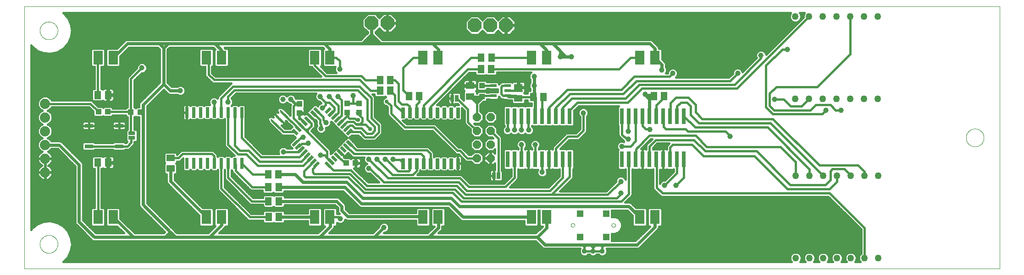
<source format=gtl>
G75*
%MOIN*%
%OFA0B0*%
%FSLAX25Y25*%
%IPPOS*%
%LPD*%
%AMOC8*
5,1,8,0,0,1.08239X$1,22.5*
%
%ADD10C,0.00000*%
%ADD11R,0.05118X0.05906*%
%ADD12R,0.05906X0.05118*%
%ADD13C,0.00022*%
%ADD14C,0.05000*%
%ADD15R,0.02953X0.11811*%
%ADD16R,0.04331X0.03937*%
%ADD17R,0.03937X0.04331*%
%ADD18R,0.05000X0.02200*%
%ADD19R,0.02200X0.05000*%
%ADD20R,0.06000X0.03000*%
%ADD21C,0.01772*%
%ADD22C,0.01000*%
%ADD23OC8,0.10000*%
%ADD24R,0.05000X0.02500*%
%ADD25C,0.07400*%
%ADD26R,0.07000X0.10000*%
%ADD27OC8,0.06000*%
%ADD28R,0.02500X0.05000*%
%ADD29R,0.04724X0.02165*%
%ADD30R,0.03937X0.03937*%
%ADD31R,0.06299X0.05118*%
%ADD32R,0.04756X0.04756*%
%ADD33C,0.01600*%
%ADD34C,0.02400*%
%ADD35C,0.03962*%
%ADD36C,0.02978*%
%ADD37C,0.03765*%
D10*
X0002194Y0002194D02*
X0002194Y0193139D01*
X0711013Y0193139D01*
X0711013Y0002194D01*
X0002194Y0002194D01*
X0013414Y0019910D02*
X0013416Y0020071D01*
X0013422Y0020231D01*
X0013432Y0020392D01*
X0013446Y0020552D01*
X0013464Y0020711D01*
X0013485Y0020871D01*
X0013511Y0021029D01*
X0013541Y0021187D01*
X0013574Y0021344D01*
X0013612Y0021501D01*
X0013653Y0021656D01*
X0013698Y0021810D01*
X0013747Y0021963D01*
X0013800Y0022115D01*
X0013856Y0022265D01*
X0013916Y0022414D01*
X0013980Y0022562D01*
X0014047Y0022708D01*
X0014118Y0022852D01*
X0014193Y0022994D01*
X0014271Y0023135D01*
X0014352Y0023273D01*
X0014437Y0023410D01*
X0014526Y0023544D01*
X0014617Y0023676D01*
X0014712Y0023806D01*
X0014810Y0023933D01*
X0014911Y0024058D01*
X0015015Y0024181D01*
X0015122Y0024300D01*
X0015232Y0024417D01*
X0015345Y0024532D01*
X0015461Y0024643D01*
X0015579Y0024752D01*
X0015700Y0024857D01*
X0015824Y0024960D01*
X0015950Y0025060D01*
X0016079Y0025156D01*
X0016210Y0025249D01*
X0016343Y0025339D01*
X0016478Y0025426D01*
X0016616Y0025509D01*
X0016755Y0025588D01*
X0016897Y0025665D01*
X0017040Y0025738D01*
X0017185Y0025807D01*
X0017332Y0025872D01*
X0017480Y0025934D01*
X0017630Y0025993D01*
X0017781Y0026047D01*
X0017933Y0026098D01*
X0018087Y0026145D01*
X0018242Y0026188D01*
X0018397Y0026227D01*
X0018554Y0026263D01*
X0018712Y0026295D01*
X0018870Y0026322D01*
X0019029Y0026346D01*
X0019188Y0026366D01*
X0019348Y0026382D01*
X0019509Y0026394D01*
X0019669Y0026402D01*
X0019830Y0026406D01*
X0019990Y0026406D01*
X0020151Y0026402D01*
X0020311Y0026394D01*
X0020472Y0026382D01*
X0020632Y0026366D01*
X0020791Y0026346D01*
X0020950Y0026322D01*
X0021108Y0026295D01*
X0021266Y0026263D01*
X0021423Y0026227D01*
X0021578Y0026188D01*
X0021733Y0026145D01*
X0021887Y0026098D01*
X0022039Y0026047D01*
X0022190Y0025993D01*
X0022340Y0025934D01*
X0022488Y0025872D01*
X0022635Y0025807D01*
X0022780Y0025738D01*
X0022923Y0025665D01*
X0023065Y0025588D01*
X0023204Y0025509D01*
X0023342Y0025426D01*
X0023477Y0025339D01*
X0023610Y0025249D01*
X0023741Y0025156D01*
X0023870Y0025060D01*
X0023996Y0024960D01*
X0024120Y0024857D01*
X0024241Y0024752D01*
X0024359Y0024643D01*
X0024475Y0024532D01*
X0024588Y0024417D01*
X0024698Y0024300D01*
X0024805Y0024181D01*
X0024909Y0024058D01*
X0025010Y0023933D01*
X0025108Y0023806D01*
X0025203Y0023676D01*
X0025294Y0023544D01*
X0025383Y0023410D01*
X0025468Y0023273D01*
X0025549Y0023135D01*
X0025627Y0022994D01*
X0025702Y0022852D01*
X0025773Y0022708D01*
X0025840Y0022562D01*
X0025904Y0022414D01*
X0025964Y0022265D01*
X0026020Y0022115D01*
X0026073Y0021963D01*
X0026122Y0021810D01*
X0026167Y0021656D01*
X0026208Y0021501D01*
X0026246Y0021344D01*
X0026279Y0021187D01*
X0026309Y0021029D01*
X0026335Y0020871D01*
X0026356Y0020711D01*
X0026374Y0020552D01*
X0026388Y0020392D01*
X0026398Y0020231D01*
X0026404Y0020071D01*
X0026406Y0019910D01*
X0026404Y0019749D01*
X0026398Y0019589D01*
X0026388Y0019428D01*
X0026374Y0019268D01*
X0026356Y0019109D01*
X0026335Y0018949D01*
X0026309Y0018791D01*
X0026279Y0018633D01*
X0026246Y0018476D01*
X0026208Y0018319D01*
X0026167Y0018164D01*
X0026122Y0018010D01*
X0026073Y0017857D01*
X0026020Y0017705D01*
X0025964Y0017555D01*
X0025904Y0017406D01*
X0025840Y0017258D01*
X0025773Y0017112D01*
X0025702Y0016968D01*
X0025627Y0016826D01*
X0025549Y0016685D01*
X0025468Y0016547D01*
X0025383Y0016410D01*
X0025294Y0016276D01*
X0025203Y0016144D01*
X0025108Y0016014D01*
X0025010Y0015887D01*
X0024909Y0015762D01*
X0024805Y0015639D01*
X0024698Y0015520D01*
X0024588Y0015403D01*
X0024475Y0015288D01*
X0024359Y0015177D01*
X0024241Y0015068D01*
X0024120Y0014963D01*
X0023996Y0014860D01*
X0023870Y0014760D01*
X0023741Y0014664D01*
X0023610Y0014571D01*
X0023477Y0014481D01*
X0023342Y0014394D01*
X0023204Y0014311D01*
X0023065Y0014232D01*
X0022923Y0014155D01*
X0022780Y0014082D01*
X0022635Y0014013D01*
X0022488Y0013948D01*
X0022340Y0013886D01*
X0022190Y0013827D01*
X0022039Y0013773D01*
X0021887Y0013722D01*
X0021733Y0013675D01*
X0021578Y0013632D01*
X0021423Y0013593D01*
X0021266Y0013557D01*
X0021108Y0013525D01*
X0020950Y0013498D01*
X0020791Y0013474D01*
X0020632Y0013454D01*
X0020472Y0013438D01*
X0020311Y0013426D01*
X0020151Y0013418D01*
X0019990Y0013414D01*
X0019830Y0013414D01*
X0019669Y0013418D01*
X0019509Y0013426D01*
X0019348Y0013438D01*
X0019188Y0013454D01*
X0019029Y0013474D01*
X0018870Y0013498D01*
X0018712Y0013525D01*
X0018554Y0013557D01*
X0018397Y0013593D01*
X0018242Y0013632D01*
X0018087Y0013675D01*
X0017933Y0013722D01*
X0017781Y0013773D01*
X0017630Y0013827D01*
X0017480Y0013886D01*
X0017332Y0013948D01*
X0017185Y0014013D01*
X0017040Y0014082D01*
X0016897Y0014155D01*
X0016755Y0014232D01*
X0016616Y0014311D01*
X0016478Y0014394D01*
X0016343Y0014481D01*
X0016210Y0014571D01*
X0016079Y0014664D01*
X0015950Y0014760D01*
X0015824Y0014860D01*
X0015700Y0014963D01*
X0015579Y0015068D01*
X0015461Y0015177D01*
X0015345Y0015288D01*
X0015232Y0015403D01*
X0015122Y0015520D01*
X0015015Y0015639D01*
X0014911Y0015762D01*
X0014810Y0015887D01*
X0014712Y0016014D01*
X0014617Y0016144D01*
X0014526Y0016276D01*
X0014437Y0016410D01*
X0014352Y0016547D01*
X0014271Y0016685D01*
X0014193Y0016826D01*
X0014118Y0016968D01*
X0014047Y0017112D01*
X0013980Y0017258D01*
X0013916Y0017406D01*
X0013856Y0017555D01*
X0013800Y0017705D01*
X0013747Y0017857D01*
X0013698Y0018010D01*
X0013653Y0018164D01*
X0013612Y0018319D01*
X0013574Y0018476D01*
X0013541Y0018633D01*
X0013511Y0018791D01*
X0013485Y0018949D01*
X0013464Y0019109D01*
X0013446Y0019268D01*
X0013432Y0019428D01*
X0013422Y0019589D01*
X0013416Y0019749D01*
X0013414Y0019910D01*
X0399438Y0033690D02*
X0399440Y0033764D01*
X0399446Y0033838D01*
X0399456Y0033911D01*
X0399470Y0033984D01*
X0399487Y0034056D01*
X0399509Y0034126D01*
X0399534Y0034196D01*
X0399563Y0034264D01*
X0399596Y0034330D01*
X0399632Y0034395D01*
X0399672Y0034457D01*
X0399714Y0034518D01*
X0399760Y0034576D01*
X0399809Y0034631D01*
X0399861Y0034684D01*
X0399916Y0034734D01*
X0399973Y0034780D01*
X0400033Y0034824D01*
X0400095Y0034864D01*
X0400159Y0034901D01*
X0400225Y0034935D01*
X0400293Y0034965D01*
X0400362Y0034991D01*
X0400433Y0035014D01*
X0400504Y0035032D01*
X0400577Y0035047D01*
X0400650Y0035058D01*
X0400724Y0035065D01*
X0400798Y0035068D01*
X0400871Y0035067D01*
X0400945Y0035062D01*
X0401019Y0035053D01*
X0401092Y0035040D01*
X0401164Y0035023D01*
X0401235Y0035003D01*
X0401305Y0034978D01*
X0401373Y0034950D01*
X0401440Y0034919D01*
X0401505Y0034883D01*
X0401568Y0034845D01*
X0401629Y0034803D01*
X0401688Y0034757D01*
X0401744Y0034709D01*
X0401797Y0034658D01*
X0401847Y0034604D01*
X0401895Y0034547D01*
X0401939Y0034488D01*
X0401981Y0034426D01*
X0402019Y0034363D01*
X0402053Y0034297D01*
X0402084Y0034230D01*
X0402111Y0034161D01*
X0402134Y0034091D01*
X0402154Y0034020D01*
X0402170Y0033947D01*
X0402182Y0033874D01*
X0402190Y0033801D01*
X0402194Y0033727D01*
X0402194Y0033653D01*
X0402190Y0033579D01*
X0402182Y0033506D01*
X0402170Y0033433D01*
X0402154Y0033360D01*
X0402134Y0033289D01*
X0402111Y0033219D01*
X0402084Y0033150D01*
X0402053Y0033083D01*
X0402019Y0033017D01*
X0401981Y0032954D01*
X0401939Y0032892D01*
X0401895Y0032833D01*
X0401847Y0032776D01*
X0401797Y0032722D01*
X0401744Y0032671D01*
X0401688Y0032623D01*
X0401629Y0032577D01*
X0401568Y0032535D01*
X0401505Y0032497D01*
X0401440Y0032461D01*
X0401373Y0032430D01*
X0401305Y0032402D01*
X0401235Y0032377D01*
X0401164Y0032357D01*
X0401092Y0032340D01*
X0401019Y0032327D01*
X0400945Y0032318D01*
X0400871Y0032313D01*
X0400798Y0032312D01*
X0400724Y0032315D01*
X0400650Y0032322D01*
X0400577Y0032333D01*
X0400504Y0032348D01*
X0400433Y0032366D01*
X0400362Y0032389D01*
X0400293Y0032415D01*
X0400225Y0032445D01*
X0400159Y0032479D01*
X0400095Y0032516D01*
X0400033Y0032556D01*
X0399973Y0032600D01*
X0399916Y0032646D01*
X0399861Y0032696D01*
X0399809Y0032749D01*
X0399760Y0032804D01*
X0399714Y0032862D01*
X0399672Y0032923D01*
X0399632Y0032985D01*
X0399596Y0033050D01*
X0399563Y0033116D01*
X0399534Y0033184D01*
X0399509Y0033254D01*
X0399487Y0033324D01*
X0399470Y0033396D01*
X0399456Y0033469D01*
X0399446Y0033542D01*
X0399440Y0033616D01*
X0399438Y0033690D01*
X0428965Y0033690D02*
X0428967Y0033764D01*
X0428973Y0033838D01*
X0428983Y0033911D01*
X0428997Y0033984D01*
X0429014Y0034056D01*
X0429036Y0034126D01*
X0429061Y0034196D01*
X0429090Y0034264D01*
X0429123Y0034330D01*
X0429159Y0034395D01*
X0429199Y0034457D01*
X0429241Y0034518D01*
X0429287Y0034576D01*
X0429336Y0034631D01*
X0429388Y0034684D01*
X0429443Y0034734D01*
X0429500Y0034780D01*
X0429560Y0034824D01*
X0429622Y0034864D01*
X0429686Y0034901D01*
X0429752Y0034935D01*
X0429820Y0034965D01*
X0429889Y0034991D01*
X0429960Y0035014D01*
X0430031Y0035032D01*
X0430104Y0035047D01*
X0430177Y0035058D01*
X0430251Y0035065D01*
X0430325Y0035068D01*
X0430398Y0035067D01*
X0430472Y0035062D01*
X0430546Y0035053D01*
X0430619Y0035040D01*
X0430691Y0035023D01*
X0430762Y0035003D01*
X0430832Y0034978D01*
X0430900Y0034950D01*
X0430967Y0034919D01*
X0431032Y0034883D01*
X0431095Y0034845D01*
X0431156Y0034803D01*
X0431215Y0034757D01*
X0431271Y0034709D01*
X0431324Y0034658D01*
X0431374Y0034604D01*
X0431422Y0034547D01*
X0431466Y0034488D01*
X0431508Y0034426D01*
X0431546Y0034363D01*
X0431580Y0034297D01*
X0431611Y0034230D01*
X0431638Y0034161D01*
X0431661Y0034091D01*
X0431681Y0034020D01*
X0431697Y0033947D01*
X0431709Y0033874D01*
X0431717Y0033801D01*
X0431721Y0033727D01*
X0431721Y0033653D01*
X0431717Y0033579D01*
X0431709Y0033506D01*
X0431697Y0033433D01*
X0431681Y0033360D01*
X0431661Y0033289D01*
X0431638Y0033219D01*
X0431611Y0033150D01*
X0431580Y0033083D01*
X0431546Y0033017D01*
X0431508Y0032954D01*
X0431466Y0032892D01*
X0431422Y0032833D01*
X0431374Y0032776D01*
X0431324Y0032722D01*
X0431271Y0032671D01*
X0431215Y0032623D01*
X0431156Y0032577D01*
X0431095Y0032535D01*
X0431032Y0032497D01*
X0430967Y0032461D01*
X0430900Y0032430D01*
X0430832Y0032402D01*
X0430762Y0032377D01*
X0430691Y0032357D01*
X0430619Y0032340D01*
X0430546Y0032327D01*
X0430472Y0032318D01*
X0430398Y0032313D01*
X0430325Y0032312D01*
X0430251Y0032315D01*
X0430177Y0032322D01*
X0430104Y0032333D01*
X0430031Y0032348D01*
X0429960Y0032366D01*
X0429889Y0032389D01*
X0429820Y0032415D01*
X0429752Y0032445D01*
X0429686Y0032479D01*
X0429622Y0032516D01*
X0429560Y0032556D01*
X0429500Y0032600D01*
X0429443Y0032646D01*
X0429388Y0032696D01*
X0429336Y0032749D01*
X0429287Y0032804D01*
X0429241Y0032862D01*
X0429199Y0032923D01*
X0429159Y0032985D01*
X0429123Y0033050D01*
X0429090Y0033116D01*
X0429061Y0033184D01*
X0429036Y0033254D01*
X0429014Y0033324D01*
X0428997Y0033396D01*
X0428983Y0033469D01*
X0428973Y0033542D01*
X0428967Y0033616D01*
X0428965Y0033690D01*
X0686643Y0097469D02*
X0686645Y0097630D01*
X0686651Y0097790D01*
X0686661Y0097951D01*
X0686675Y0098111D01*
X0686693Y0098270D01*
X0686714Y0098430D01*
X0686740Y0098588D01*
X0686770Y0098746D01*
X0686803Y0098903D01*
X0686841Y0099060D01*
X0686882Y0099215D01*
X0686927Y0099369D01*
X0686976Y0099522D01*
X0687029Y0099674D01*
X0687085Y0099824D01*
X0687145Y0099973D01*
X0687209Y0100121D01*
X0687276Y0100267D01*
X0687347Y0100411D01*
X0687422Y0100553D01*
X0687500Y0100694D01*
X0687581Y0100832D01*
X0687666Y0100969D01*
X0687755Y0101103D01*
X0687846Y0101235D01*
X0687941Y0101365D01*
X0688039Y0101492D01*
X0688140Y0101617D01*
X0688244Y0101740D01*
X0688351Y0101859D01*
X0688461Y0101976D01*
X0688574Y0102091D01*
X0688690Y0102202D01*
X0688808Y0102311D01*
X0688929Y0102416D01*
X0689053Y0102519D01*
X0689179Y0102619D01*
X0689308Y0102715D01*
X0689439Y0102808D01*
X0689572Y0102898D01*
X0689707Y0102985D01*
X0689845Y0103068D01*
X0689984Y0103147D01*
X0690126Y0103224D01*
X0690269Y0103297D01*
X0690414Y0103366D01*
X0690561Y0103431D01*
X0690709Y0103493D01*
X0690859Y0103552D01*
X0691010Y0103606D01*
X0691162Y0103657D01*
X0691316Y0103704D01*
X0691471Y0103747D01*
X0691626Y0103786D01*
X0691783Y0103822D01*
X0691941Y0103854D01*
X0692099Y0103881D01*
X0692258Y0103905D01*
X0692417Y0103925D01*
X0692577Y0103941D01*
X0692738Y0103953D01*
X0692898Y0103961D01*
X0693059Y0103965D01*
X0693219Y0103965D01*
X0693380Y0103961D01*
X0693540Y0103953D01*
X0693701Y0103941D01*
X0693861Y0103925D01*
X0694020Y0103905D01*
X0694179Y0103881D01*
X0694337Y0103854D01*
X0694495Y0103822D01*
X0694652Y0103786D01*
X0694807Y0103747D01*
X0694962Y0103704D01*
X0695116Y0103657D01*
X0695268Y0103606D01*
X0695419Y0103552D01*
X0695569Y0103493D01*
X0695717Y0103431D01*
X0695864Y0103366D01*
X0696009Y0103297D01*
X0696152Y0103224D01*
X0696294Y0103147D01*
X0696433Y0103068D01*
X0696571Y0102985D01*
X0696706Y0102898D01*
X0696839Y0102808D01*
X0696970Y0102715D01*
X0697099Y0102619D01*
X0697225Y0102519D01*
X0697349Y0102416D01*
X0697470Y0102311D01*
X0697588Y0102202D01*
X0697704Y0102091D01*
X0697817Y0101976D01*
X0697927Y0101859D01*
X0698034Y0101740D01*
X0698138Y0101617D01*
X0698239Y0101492D01*
X0698337Y0101365D01*
X0698432Y0101235D01*
X0698523Y0101103D01*
X0698612Y0100969D01*
X0698697Y0100832D01*
X0698778Y0100694D01*
X0698856Y0100553D01*
X0698931Y0100411D01*
X0699002Y0100267D01*
X0699069Y0100121D01*
X0699133Y0099973D01*
X0699193Y0099824D01*
X0699249Y0099674D01*
X0699302Y0099522D01*
X0699351Y0099369D01*
X0699396Y0099215D01*
X0699437Y0099060D01*
X0699475Y0098903D01*
X0699508Y0098746D01*
X0699538Y0098588D01*
X0699564Y0098430D01*
X0699585Y0098270D01*
X0699603Y0098111D01*
X0699617Y0097951D01*
X0699627Y0097790D01*
X0699633Y0097630D01*
X0699635Y0097469D01*
X0699633Y0097308D01*
X0699627Y0097148D01*
X0699617Y0096987D01*
X0699603Y0096827D01*
X0699585Y0096668D01*
X0699564Y0096508D01*
X0699538Y0096350D01*
X0699508Y0096192D01*
X0699475Y0096035D01*
X0699437Y0095878D01*
X0699396Y0095723D01*
X0699351Y0095569D01*
X0699302Y0095416D01*
X0699249Y0095264D01*
X0699193Y0095114D01*
X0699133Y0094965D01*
X0699069Y0094817D01*
X0699002Y0094671D01*
X0698931Y0094527D01*
X0698856Y0094385D01*
X0698778Y0094244D01*
X0698697Y0094106D01*
X0698612Y0093969D01*
X0698523Y0093835D01*
X0698432Y0093703D01*
X0698337Y0093573D01*
X0698239Y0093446D01*
X0698138Y0093321D01*
X0698034Y0093198D01*
X0697927Y0093079D01*
X0697817Y0092962D01*
X0697704Y0092847D01*
X0697588Y0092736D01*
X0697470Y0092627D01*
X0697349Y0092522D01*
X0697225Y0092419D01*
X0697099Y0092319D01*
X0696970Y0092223D01*
X0696839Y0092130D01*
X0696706Y0092040D01*
X0696571Y0091953D01*
X0696433Y0091870D01*
X0696294Y0091791D01*
X0696152Y0091714D01*
X0696009Y0091641D01*
X0695864Y0091572D01*
X0695717Y0091507D01*
X0695569Y0091445D01*
X0695419Y0091386D01*
X0695268Y0091332D01*
X0695116Y0091281D01*
X0694962Y0091234D01*
X0694807Y0091191D01*
X0694652Y0091152D01*
X0694495Y0091116D01*
X0694337Y0091084D01*
X0694179Y0091057D01*
X0694020Y0091033D01*
X0693861Y0091013D01*
X0693701Y0090997D01*
X0693540Y0090985D01*
X0693380Y0090977D01*
X0693219Y0090973D01*
X0693059Y0090973D01*
X0692898Y0090977D01*
X0692738Y0090985D01*
X0692577Y0090997D01*
X0692417Y0091013D01*
X0692258Y0091033D01*
X0692099Y0091057D01*
X0691941Y0091084D01*
X0691783Y0091116D01*
X0691626Y0091152D01*
X0691471Y0091191D01*
X0691316Y0091234D01*
X0691162Y0091281D01*
X0691010Y0091332D01*
X0690859Y0091386D01*
X0690709Y0091445D01*
X0690561Y0091507D01*
X0690414Y0091572D01*
X0690269Y0091641D01*
X0690126Y0091714D01*
X0689984Y0091791D01*
X0689845Y0091870D01*
X0689707Y0091953D01*
X0689572Y0092040D01*
X0689439Y0092130D01*
X0689308Y0092223D01*
X0689179Y0092319D01*
X0689053Y0092419D01*
X0688929Y0092522D01*
X0688808Y0092627D01*
X0688690Y0092736D01*
X0688574Y0092847D01*
X0688461Y0092962D01*
X0688351Y0093079D01*
X0688244Y0093198D01*
X0688140Y0093321D01*
X0688039Y0093446D01*
X0687941Y0093573D01*
X0687846Y0093703D01*
X0687755Y0093835D01*
X0687666Y0093969D01*
X0687581Y0094106D01*
X0687500Y0094244D01*
X0687422Y0094385D01*
X0687347Y0094527D01*
X0687276Y0094671D01*
X0687209Y0094817D01*
X0687145Y0094965D01*
X0687085Y0095114D01*
X0687029Y0095264D01*
X0686976Y0095416D01*
X0686927Y0095569D01*
X0686882Y0095723D01*
X0686841Y0095878D01*
X0686803Y0096035D01*
X0686770Y0096192D01*
X0686740Y0096350D01*
X0686714Y0096508D01*
X0686693Y0096668D01*
X0686675Y0096827D01*
X0686661Y0096987D01*
X0686651Y0097148D01*
X0686645Y0097308D01*
X0686643Y0097469D01*
X0013414Y0175422D02*
X0013416Y0175583D01*
X0013422Y0175743D01*
X0013432Y0175904D01*
X0013446Y0176064D01*
X0013464Y0176223D01*
X0013485Y0176383D01*
X0013511Y0176541D01*
X0013541Y0176699D01*
X0013574Y0176856D01*
X0013612Y0177013D01*
X0013653Y0177168D01*
X0013698Y0177322D01*
X0013747Y0177475D01*
X0013800Y0177627D01*
X0013856Y0177777D01*
X0013916Y0177926D01*
X0013980Y0178074D01*
X0014047Y0178220D01*
X0014118Y0178364D01*
X0014193Y0178506D01*
X0014271Y0178647D01*
X0014352Y0178785D01*
X0014437Y0178922D01*
X0014526Y0179056D01*
X0014617Y0179188D01*
X0014712Y0179318D01*
X0014810Y0179445D01*
X0014911Y0179570D01*
X0015015Y0179693D01*
X0015122Y0179812D01*
X0015232Y0179929D01*
X0015345Y0180044D01*
X0015461Y0180155D01*
X0015579Y0180264D01*
X0015700Y0180369D01*
X0015824Y0180472D01*
X0015950Y0180572D01*
X0016079Y0180668D01*
X0016210Y0180761D01*
X0016343Y0180851D01*
X0016478Y0180938D01*
X0016616Y0181021D01*
X0016755Y0181100D01*
X0016897Y0181177D01*
X0017040Y0181250D01*
X0017185Y0181319D01*
X0017332Y0181384D01*
X0017480Y0181446D01*
X0017630Y0181505D01*
X0017781Y0181559D01*
X0017933Y0181610D01*
X0018087Y0181657D01*
X0018242Y0181700D01*
X0018397Y0181739D01*
X0018554Y0181775D01*
X0018712Y0181807D01*
X0018870Y0181834D01*
X0019029Y0181858D01*
X0019188Y0181878D01*
X0019348Y0181894D01*
X0019509Y0181906D01*
X0019669Y0181914D01*
X0019830Y0181918D01*
X0019990Y0181918D01*
X0020151Y0181914D01*
X0020311Y0181906D01*
X0020472Y0181894D01*
X0020632Y0181878D01*
X0020791Y0181858D01*
X0020950Y0181834D01*
X0021108Y0181807D01*
X0021266Y0181775D01*
X0021423Y0181739D01*
X0021578Y0181700D01*
X0021733Y0181657D01*
X0021887Y0181610D01*
X0022039Y0181559D01*
X0022190Y0181505D01*
X0022340Y0181446D01*
X0022488Y0181384D01*
X0022635Y0181319D01*
X0022780Y0181250D01*
X0022923Y0181177D01*
X0023065Y0181100D01*
X0023204Y0181021D01*
X0023342Y0180938D01*
X0023477Y0180851D01*
X0023610Y0180761D01*
X0023741Y0180668D01*
X0023870Y0180572D01*
X0023996Y0180472D01*
X0024120Y0180369D01*
X0024241Y0180264D01*
X0024359Y0180155D01*
X0024475Y0180044D01*
X0024588Y0179929D01*
X0024698Y0179812D01*
X0024805Y0179693D01*
X0024909Y0179570D01*
X0025010Y0179445D01*
X0025108Y0179318D01*
X0025203Y0179188D01*
X0025294Y0179056D01*
X0025383Y0178922D01*
X0025468Y0178785D01*
X0025549Y0178647D01*
X0025627Y0178506D01*
X0025702Y0178364D01*
X0025773Y0178220D01*
X0025840Y0178074D01*
X0025904Y0177926D01*
X0025964Y0177777D01*
X0026020Y0177627D01*
X0026073Y0177475D01*
X0026122Y0177322D01*
X0026167Y0177168D01*
X0026208Y0177013D01*
X0026246Y0176856D01*
X0026279Y0176699D01*
X0026309Y0176541D01*
X0026335Y0176383D01*
X0026356Y0176223D01*
X0026374Y0176064D01*
X0026388Y0175904D01*
X0026398Y0175743D01*
X0026404Y0175583D01*
X0026406Y0175422D01*
X0026404Y0175261D01*
X0026398Y0175101D01*
X0026388Y0174940D01*
X0026374Y0174780D01*
X0026356Y0174621D01*
X0026335Y0174461D01*
X0026309Y0174303D01*
X0026279Y0174145D01*
X0026246Y0173988D01*
X0026208Y0173831D01*
X0026167Y0173676D01*
X0026122Y0173522D01*
X0026073Y0173369D01*
X0026020Y0173217D01*
X0025964Y0173067D01*
X0025904Y0172918D01*
X0025840Y0172770D01*
X0025773Y0172624D01*
X0025702Y0172480D01*
X0025627Y0172338D01*
X0025549Y0172197D01*
X0025468Y0172059D01*
X0025383Y0171922D01*
X0025294Y0171788D01*
X0025203Y0171656D01*
X0025108Y0171526D01*
X0025010Y0171399D01*
X0024909Y0171274D01*
X0024805Y0171151D01*
X0024698Y0171032D01*
X0024588Y0170915D01*
X0024475Y0170800D01*
X0024359Y0170689D01*
X0024241Y0170580D01*
X0024120Y0170475D01*
X0023996Y0170372D01*
X0023870Y0170272D01*
X0023741Y0170176D01*
X0023610Y0170083D01*
X0023477Y0169993D01*
X0023342Y0169906D01*
X0023204Y0169823D01*
X0023065Y0169744D01*
X0022923Y0169667D01*
X0022780Y0169594D01*
X0022635Y0169525D01*
X0022488Y0169460D01*
X0022340Y0169398D01*
X0022190Y0169339D01*
X0022039Y0169285D01*
X0021887Y0169234D01*
X0021733Y0169187D01*
X0021578Y0169144D01*
X0021423Y0169105D01*
X0021266Y0169069D01*
X0021108Y0169037D01*
X0020950Y0169010D01*
X0020791Y0168986D01*
X0020632Y0168966D01*
X0020472Y0168950D01*
X0020311Y0168938D01*
X0020151Y0168930D01*
X0019990Y0168926D01*
X0019830Y0168926D01*
X0019669Y0168930D01*
X0019509Y0168938D01*
X0019348Y0168950D01*
X0019188Y0168966D01*
X0019029Y0168986D01*
X0018870Y0169010D01*
X0018712Y0169037D01*
X0018554Y0169069D01*
X0018397Y0169105D01*
X0018242Y0169144D01*
X0018087Y0169187D01*
X0017933Y0169234D01*
X0017781Y0169285D01*
X0017630Y0169339D01*
X0017480Y0169398D01*
X0017332Y0169460D01*
X0017185Y0169525D01*
X0017040Y0169594D01*
X0016897Y0169667D01*
X0016755Y0169744D01*
X0016616Y0169823D01*
X0016478Y0169906D01*
X0016343Y0169993D01*
X0016210Y0170083D01*
X0016079Y0170176D01*
X0015950Y0170272D01*
X0015824Y0170372D01*
X0015700Y0170475D01*
X0015579Y0170580D01*
X0015461Y0170689D01*
X0015345Y0170800D01*
X0015232Y0170915D01*
X0015122Y0171032D01*
X0015015Y0171151D01*
X0014911Y0171274D01*
X0014810Y0171399D01*
X0014712Y0171526D01*
X0014617Y0171656D01*
X0014526Y0171788D01*
X0014437Y0171922D01*
X0014352Y0172059D01*
X0014271Y0172197D01*
X0014193Y0172338D01*
X0014118Y0172480D01*
X0014047Y0172624D01*
X0013980Y0172770D01*
X0013916Y0172918D01*
X0013856Y0173067D01*
X0013800Y0173217D01*
X0013747Y0173369D01*
X0013698Y0173522D01*
X0013653Y0173676D01*
X0013612Y0173831D01*
X0013574Y0173988D01*
X0013541Y0174145D01*
X0013511Y0174303D01*
X0013485Y0174461D01*
X0013464Y0174621D01*
X0013446Y0174780D01*
X0013432Y0174940D01*
X0013422Y0175101D01*
X0013416Y0175261D01*
X0013414Y0175422D01*
D11*
X0055540Y0128572D03*
X0063020Y0128572D03*
X0063020Y0079359D03*
X0055540Y0079359D03*
X0179477Y0070894D03*
X0186957Y0070894D03*
X0187036Y0061446D03*
X0179556Y0061446D03*
X0179635Y0051209D03*
X0187115Y0051209D03*
X0187233Y0039753D03*
X0179753Y0039753D03*
X0281721Y0127666D03*
X0289202Y0127666D03*
X0268178Y0131603D03*
X0260698Y0131603D03*
X0260776Y0139477D03*
X0268257Y0139477D03*
X0334123Y0147272D03*
X0341603Y0147272D03*
X0341643Y0155619D03*
X0334162Y0155619D03*
X0372076Y0127154D03*
X0379556Y0127154D03*
X0459753Y0127587D03*
X0467233Y0127587D03*
D12*
X0108454Y0082587D03*
X0108454Y0075107D03*
D13*
X0119115Y0082596D02*
X0121257Y0082596D01*
X0121257Y0074942D01*
X0119115Y0074942D01*
X0119115Y0082596D01*
X0119115Y0074963D02*
X0121257Y0074963D01*
X0121257Y0074984D02*
X0119115Y0074984D01*
X0119115Y0075005D02*
X0121257Y0075005D01*
X0121257Y0075026D02*
X0119115Y0075026D01*
X0119115Y0075047D02*
X0121257Y0075047D01*
X0121257Y0075068D02*
X0119115Y0075068D01*
X0119115Y0075089D02*
X0121257Y0075089D01*
X0121257Y0075110D02*
X0119115Y0075110D01*
X0119115Y0075131D02*
X0121257Y0075131D01*
X0121257Y0075152D02*
X0119115Y0075152D01*
X0119115Y0075173D02*
X0121257Y0075173D01*
X0121257Y0075194D02*
X0119115Y0075194D01*
X0119115Y0075215D02*
X0121257Y0075215D01*
X0121257Y0075236D02*
X0119115Y0075236D01*
X0119115Y0075257D02*
X0121257Y0075257D01*
X0121257Y0075278D02*
X0119115Y0075278D01*
X0119115Y0075299D02*
X0121257Y0075299D01*
X0121257Y0075320D02*
X0119115Y0075320D01*
X0119115Y0075341D02*
X0121257Y0075341D01*
X0121257Y0075362D02*
X0119115Y0075362D01*
X0119115Y0075383D02*
X0121257Y0075383D01*
X0121257Y0075404D02*
X0119115Y0075404D01*
X0119115Y0075425D02*
X0121257Y0075425D01*
X0121257Y0075446D02*
X0119115Y0075446D01*
X0119115Y0075467D02*
X0121257Y0075467D01*
X0121257Y0075488D02*
X0119115Y0075488D01*
X0119115Y0075509D02*
X0121257Y0075509D01*
X0121257Y0075530D02*
X0119115Y0075530D01*
X0119115Y0075551D02*
X0121257Y0075551D01*
X0121257Y0075572D02*
X0119115Y0075572D01*
X0119115Y0075593D02*
X0121257Y0075593D01*
X0121257Y0075614D02*
X0119115Y0075614D01*
X0119115Y0075635D02*
X0121257Y0075635D01*
X0121257Y0075656D02*
X0119115Y0075656D01*
X0119115Y0075677D02*
X0121257Y0075677D01*
X0121257Y0075698D02*
X0119115Y0075698D01*
X0119115Y0075719D02*
X0121257Y0075719D01*
X0121257Y0075740D02*
X0119115Y0075740D01*
X0119115Y0075761D02*
X0121257Y0075761D01*
X0121257Y0075782D02*
X0119115Y0075782D01*
X0119115Y0075803D02*
X0121257Y0075803D01*
X0121257Y0075824D02*
X0119115Y0075824D01*
X0119115Y0075845D02*
X0121257Y0075845D01*
X0121257Y0075866D02*
X0119115Y0075866D01*
X0119115Y0075887D02*
X0121257Y0075887D01*
X0121257Y0075908D02*
X0119115Y0075908D01*
X0119115Y0075929D02*
X0121257Y0075929D01*
X0121257Y0075950D02*
X0119115Y0075950D01*
X0119115Y0075971D02*
X0121257Y0075971D01*
X0121257Y0075992D02*
X0119115Y0075992D01*
X0119115Y0076013D02*
X0121257Y0076013D01*
X0121257Y0076034D02*
X0119115Y0076034D01*
X0119115Y0076055D02*
X0121257Y0076055D01*
X0121257Y0076076D02*
X0119115Y0076076D01*
X0119115Y0076097D02*
X0121257Y0076097D01*
X0121257Y0076118D02*
X0119115Y0076118D01*
X0119115Y0076139D02*
X0121257Y0076139D01*
X0121257Y0076160D02*
X0119115Y0076160D01*
X0119115Y0076181D02*
X0121257Y0076181D01*
X0121257Y0076202D02*
X0119115Y0076202D01*
X0119115Y0076223D02*
X0121257Y0076223D01*
X0121257Y0076244D02*
X0119115Y0076244D01*
X0119115Y0076265D02*
X0121257Y0076265D01*
X0121257Y0076286D02*
X0119115Y0076286D01*
X0119115Y0076307D02*
X0121257Y0076307D01*
X0121257Y0076328D02*
X0119115Y0076328D01*
X0119115Y0076349D02*
X0121257Y0076349D01*
X0121257Y0076370D02*
X0119115Y0076370D01*
X0119115Y0076391D02*
X0121257Y0076391D01*
X0121257Y0076412D02*
X0119115Y0076412D01*
X0119115Y0076433D02*
X0121257Y0076433D01*
X0121257Y0076454D02*
X0119115Y0076454D01*
X0119115Y0076475D02*
X0121257Y0076475D01*
X0121257Y0076496D02*
X0119115Y0076496D01*
X0119115Y0076517D02*
X0121257Y0076517D01*
X0121257Y0076538D02*
X0119115Y0076538D01*
X0119115Y0076559D02*
X0121257Y0076559D01*
X0121257Y0076580D02*
X0119115Y0076580D01*
X0119115Y0076601D02*
X0121257Y0076601D01*
X0121257Y0076622D02*
X0119115Y0076622D01*
X0119115Y0076643D02*
X0121257Y0076643D01*
X0121257Y0076664D02*
X0119115Y0076664D01*
X0119115Y0076685D02*
X0121257Y0076685D01*
X0121257Y0076706D02*
X0119115Y0076706D01*
X0119115Y0076727D02*
X0121257Y0076727D01*
X0121257Y0076748D02*
X0119115Y0076748D01*
X0119115Y0076769D02*
X0121257Y0076769D01*
X0121257Y0076790D02*
X0119115Y0076790D01*
X0119115Y0076811D02*
X0121257Y0076811D01*
X0121257Y0076832D02*
X0119115Y0076832D01*
X0119115Y0076853D02*
X0121257Y0076853D01*
X0121257Y0076874D02*
X0119115Y0076874D01*
X0119115Y0076895D02*
X0121257Y0076895D01*
X0121257Y0076916D02*
X0119115Y0076916D01*
X0119115Y0076937D02*
X0121257Y0076937D01*
X0121257Y0076958D02*
X0119115Y0076958D01*
X0119115Y0076979D02*
X0121257Y0076979D01*
X0121257Y0077000D02*
X0119115Y0077000D01*
X0119115Y0077021D02*
X0121257Y0077021D01*
X0121257Y0077042D02*
X0119115Y0077042D01*
X0119115Y0077063D02*
X0121257Y0077063D01*
X0121257Y0077084D02*
X0119115Y0077084D01*
X0119115Y0077105D02*
X0121257Y0077105D01*
X0121257Y0077126D02*
X0119115Y0077126D01*
X0119115Y0077147D02*
X0121257Y0077147D01*
X0121257Y0077168D02*
X0119115Y0077168D01*
X0119115Y0077189D02*
X0121257Y0077189D01*
X0121257Y0077210D02*
X0119115Y0077210D01*
X0119115Y0077231D02*
X0121257Y0077231D01*
X0121257Y0077252D02*
X0119115Y0077252D01*
X0119115Y0077273D02*
X0121257Y0077273D01*
X0121257Y0077294D02*
X0119115Y0077294D01*
X0119115Y0077315D02*
X0121257Y0077315D01*
X0121257Y0077336D02*
X0119115Y0077336D01*
X0119115Y0077357D02*
X0121257Y0077357D01*
X0121257Y0077378D02*
X0119115Y0077378D01*
X0119115Y0077399D02*
X0121257Y0077399D01*
X0121257Y0077420D02*
X0119115Y0077420D01*
X0119115Y0077441D02*
X0121257Y0077441D01*
X0121257Y0077462D02*
X0119115Y0077462D01*
X0119115Y0077483D02*
X0121257Y0077483D01*
X0121257Y0077504D02*
X0119115Y0077504D01*
X0119115Y0077525D02*
X0121257Y0077525D01*
X0121257Y0077546D02*
X0119115Y0077546D01*
X0119115Y0077567D02*
X0121257Y0077567D01*
X0121257Y0077588D02*
X0119115Y0077588D01*
X0119115Y0077609D02*
X0121257Y0077609D01*
X0121257Y0077630D02*
X0119115Y0077630D01*
X0119115Y0077651D02*
X0121257Y0077651D01*
X0121257Y0077672D02*
X0119115Y0077672D01*
X0119115Y0077693D02*
X0121257Y0077693D01*
X0121257Y0077714D02*
X0119115Y0077714D01*
X0119115Y0077735D02*
X0121257Y0077735D01*
X0121257Y0077756D02*
X0119115Y0077756D01*
X0119115Y0077777D02*
X0121257Y0077777D01*
X0121257Y0077798D02*
X0119115Y0077798D01*
X0119115Y0077819D02*
X0121257Y0077819D01*
X0121257Y0077840D02*
X0119115Y0077840D01*
X0119115Y0077861D02*
X0121257Y0077861D01*
X0121257Y0077882D02*
X0119115Y0077882D01*
X0119115Y0077903D02*
X0121257Y0077903D01*
X0121257Y0077924D02*
X0119115Y0077924D01*
X0119115Y0077945D02*
X0121257Y0077945D01*
X0121257Y0077966D02*
X0119115Y0077966D01*
X0119115Y0077987D02*
X0121257Y0077987D01*
X0121257Y0078008D02*
X0119115Y0078008D01*
X0119115Y0078029D02*
X0121257Y0078029D01*
X0121257Y0078050D02*
X0119115Y0078050D01*
X0119115Y0078071D02*
X0121257Y0078071D01*
X0121257Y0078092D02*
X0119115Y0078092D01*
X0119115Y0078113D02*
X0121257Y0078113D01*
X0121257Y0078134D02*
X0119115Y0078134D01*
X0119115Y0078155D02*
X0121257Y0078155D01*
X0121257Y0078176D02*
X0119115Y0078176D01*
X0119115Y0078197D02*
X0121257Y0078197D01*
X0121257Y0078218D02*
X0119115Y0078218D01*
X0119115Y0078239D02*
X0121257Y0078239D01*
X0121257Y0078260D02*
X0119115Y0078260D01*
X0119115Y0078281D02*
X0121257Y0078281D01*
X0121257Y0078302D02*
X0119115Y0078302D01*
X0119115Y0078323D02*
X0121257Y0078323D01*
X0121257Y0078344D02*
X0119115Y0078344D01*
X0119115Y0078365D02*
X0121257Y0078365D01*
X0121257Y0078386D02*
X0119115Y0078386D01*
X0119115Y0078407D02*
X0121257Y0078407D01*
X0121257Y0078428D02*
X0119115Y0078428D01*
X0119115Y0078449D02*
X0121257Y0078449D01*
X0121257Y0078470D02*
X0119115Y0078470D01*
X0119115Y0078491D02*
X0121257Y0078491D01*
X0121257Y0078512D02*
X0119115Y0078512D01*
X0119115Y0078533D02*
X0121257Y0078533D01*
X0121257Y0078554D02*
X0119115Y0078554D01*
X0119115Y0078575D02*
X0121257Y0078575D01*
X0121257Y0078596D02*
X0119115Y0078596D01*
X0119115Y0078617D02*
X0121257Y0078617D01*
X0121257Y0078638D02*
X0119115Y0078638D01*
X0119115Y0078659D02*
X0121257Y0078659D01*
X0121257Y0078680D02*
X0119115Y0078680D01*
X0119115Y0078701D02*
X0121257Y0078701D01*
X0121257Y0078722D02*
X0119115Y0078722D01*
X0119115Y0078743D02*
X0121257Y0078743D01*
X0121257Y0078764D02*
X0119115Y0078764D01*
X0119115Y0078785D02*
X0121257Y0078785D01*
X0121257Y0078806D02*
X0119115Y0078806D01*
X0119115Y0078827D02*
X0121257Y0078827D01*
X0121257Y0078848D02*
X0119115Y0078848D01*
X0119115Y0078869D02*
X0121257Y0078869D01*
X0121257Y0078890D02*
X0119115Y0078890D01*
X0119115Y0078911D02*
X0121257Y0078911D01*
X0121257Y0078932D02*
X0119115Y0078932D01*
X0119115Y0078953D02*
X0121257Y0078953D01*
X0121257Y0078974D02*
X0119115Y0078974D01*
X0119115Y0078995D02*
X0121257Y0078995D01*
X0121257Y0079016D02*
X0119115Y0079016D01*
X0119115Y0079037D02*
X0121257Y0079037D01*
X0121257Y0079058D02*
X0119115Y0079058D01*
X0119115Y0079079D02*
X0121257Y0079079D01*
X0121257Y0079100D02*
X0119115Y0079100D01*
X0119115Y0079121D02*
X0121257Y0079121D01*
X0121257Y0079142D02*
X0119115Y0079142D01*
X0119115Y0079163D02*
X0121257Y0079163D01*
X0121257Y0079184D02*
X0119115Y0079184D01*
X0119115Y0079205D02*
X0121257Y0079205D01*
X0121257Y0079226D02*
X0119115Y0079226D01*
X0119115Y0079247D02*
X0121257Y0079247D01*
X0121257Y0079268D02*
X0119115Y0079268D01*
X0119115Y0079289D02*
X0121257Y0079289D01*
X0121257Y0079310D02*
X0119115Y0079310D01*
X0119115Y0079331D02*
X0121257Y0079331D01*
X0121257Y0079352D02*
X0119115Y0079352D01*
X0119115Y0079373D02*
X0121257Y0079373D01*
X0121257Y0079394D02*
X0119115Y0079394D01*
X0119115Y0079415D02*
X0121257Y0079415D01*
X0121257Y0079436D02*
X0119115Y0079436D01*
X0119115Y0079457D02*
X0121257Y0079457D01*
X0121257Y0079478D02*
X0119115Y0079478D01*
X0119115Y0079499D02*
X0121257Y0079499D01*
X0121257Y0079520D02*
X0119115Y0079520D01*
X0119115Y0079541D02*
X0121257Y0079541D01*
X0121257Y0079562D02*
X0119115Y0079562D01*
X0119115Y0079583D02*
X0121257Y0079583D01*
X0121257Y0079604D02*
X0119115Y0079604D01*
X0119115Y0079625D02*
X0121257Y0079625D01*
X0121257Y0079646D02*
X0119115Y0079646D01*
X0119115Y0079667D02*
X0121257Y0079667D01*
X0121257Y0079688D02*
X0119115Y0079688D01*
X0119115Y0079709D02*
X0121257Y0079709D01*
X0121257Y0079730D02*
X0119115Y0079730D01*
X0119115Y0079751D02*
X0121257Y0079751D01*
X0121257Y0079772D02*
X0119115Y0079772D01*
X0119115Y0079793D02*
X0121257Y0079793D01*
X0121257Y0079814D02*
X0119115Y0079814D01*
X0119115Y0079835D02*
X0121257Y0079835D01*
X0121257Y0079856D02*
X0119115Y0079856D01*
X0119115Y0079877D02*
X0121257Y0079877D01*
X0121257Y0079898D02*
X0119115Y0079898D01*
X0119115Y0079919D02*
X0121257Y0079919D01*
X0121257Y0079940D02*
X0119115Y0079940D01*
X0119115Y0079961D02*
X0121257Y0079961D01*
X0121257Y0079982D02*
X0119115Y0079982D01*
X0119115Y0080003D02*
X0121257Y0080003D01*
X0121257Y0080024D02*
X0119115Y0080024D01*
X0119115Y0080045D02*
X0121257Y0080045D01*
X0121257Y0080066D02*
X0119115Y0080066D01*
X0119115Y0080087D02*
X0121257Y0080087D01*
X0121257Y0080108D02*
X0119115Y0080108D01*
X0119115Y0080129D02*
X0121257Y0080129D01*
X0121257Y0080150D02*
X0119115Y0080150D01*
X0119115Y0080171D02*
X0121257Y0080171D01*
X0121257Y0080192D02*
X0119115Y0080192D01*
X0119115Y0080213D02*
X0121257Y0080213D01*
X0121257Y0080234D02*
X0119115Y0080234D01*
X0119115Y0080255D02*
X0121257Y0080255D01*
X0121257Y0080276D02*
X0119115Y0080276D01*
X0119115Y0080297D02*
X0121257Y0080297D01*
X0121257Y0080318D02*
X0119115Y0080318D01*
X0119115Y0080339D02*
X0121257Y0080339D01*
X0121257Y0080360D02*
X0119115Y0080360D01*
X0119115Y0080381D02*
X0121257Y0080381D01*
X0121257Y0080402D02*
X0119115Y0080402D01*
X0119115Y0080423D02*
X0121257Y0080423D01*
X0121257Y0080444D02*
X0119115Y0080444D01*
X0119115Y0080465D02*
X0121257Y0080465D01*
X0121257Y0080486D02*
X0119115Y0080486D01*
X0119115Y0080507D02*
X0121257Y0080507D01*
X0121257Y0080528D02*
X0119115Y0080528D01*
X0119115Y0080549D02*
X0121257Y0080549D01*
X0121257Y0080570D02*
X0119115Y0080570D01*
X0119115Y0080591D02*
X0121257Y0080591D01*
X0121257Y0080612D02*
X0119115Y0080612D01*
X0119115Y0080633D02*
X0121257Y0080633D01*
X0121257Y0080654D02*
X0119115Y0080654D01*
X0119115Y0080675D02*
X0121257Y0080675D01*
X0121257Y0080696D02*
X0119115Y0080696D01*
X0119115Y0080717D02*
X0121257Y0080717D01*
X0121257Y0080738D02*
X0119115Y0080738D01*
X0119115Y0080759D02*
X0121257Y0080759D01*
X0121257Y0080780D02*
X0119115Y0080780D01*
X0119115Y0080801D02*
X0121257Y0080801D01*
X0121257Y0080822D02*
X0119115Y0080822D01*
X0119115Y0080843D02*
X0121257Y0080843D01*
X0121257Y0080864D02*
X0119115Y0080864D01*
X0119115Y0080885D02*
X0121257Y0080885D01*
X0121257Y0080906D02*
X0119115Y0080906D01*
X0119115Y0080927D02*
X0121257Y0080927D01*
X0121257Y0080948D02*
X0119115Y0080948D01*
X0119115Y0080969D02*
X0121257Y0080969D01*
X0121257Y0080990D02*
X0119115Y0080990D01*
X0119115Y0081011D02*
X0121257Y0081011D01*
X0121257Y0081032D02*
X0119115Y0081032D01*
X0119115Y0081053D02*
X0121257Y0081053D01*
X0121257Y0081074D02*
X0119115Y0081074D01*
X0119115Y0081095D02*
X0121257Y0081095D01*
X0121257Y0081116D02*
X0119115Y0081116D01*
X0119115Y0081137D02*
X0121257Y0081137D01*
X0121257Y0081158D02*
X0119115Y0081158D01*
X0119115Y0081179D02*
X0121257Y0081179D01*
X0121257Y0081200D02*
X0119115Y0081200D01*
X0119115Y0081221D02*
X0121257Y0081221D01*
X0121257Y0081242D02*
X0119115Y0081242D01*
X0119115Y0081263D02*
X0121257Y0081263D01*
X0121257Y0081284D02*
X0119115Y0081284D01*
X0119115Y0081305D02*
X0121257Y0081305D01*
X0121257Y0081326D02*
X0119115Y0081326D01*
X0119115Y0081347D02*
X0121257Y0081347D01*
X0121257Y0081368D02*
X0119115Y0081368D01*
X0119115Y0081389D02*
X0121257Y0081389D01*
X0121257Y0081410D02*
X0119115Y0081410D01*
X0119115Y0081431D02*
X0121257Y0081431D01*
X0121257Y0081452D02*
X0119115Y0081452D01*
X0119115Y0081473D02*
X0121257Y0081473D01*
X0121257Y0081494D02*
X0119115Y0081494D01*
X0119115Y0081515D02*
X0121257Y0081515D01*
X0121257Y0081536D02*
X0119115Y0081536D01*
X0119115Y0081557D02*
X0121257Y0081557D01*
X0121257Y0081578D02*
X0119115Y0081578D01*
X0119115Y0081599D02*
X0121257Y0081599D01*
X0121257Y0081620D02*
X0119115Y0081620D01*
X0119115Y0081641D02*
X0121257Y0081641D01*
X0121257Y0081662D02*
X0119115Y0081662D01*
X0119115Y0081683D02*
X0121257Y0081683D01*
X0121257Y0081704D02*
X0119115Y0081704D01*
X0119115Y0081725D02*
X0121257Y0081725D01*
X0121257Y0081746D02*
X0119115Y0081746D01*
X0119115Y0081767D02*
X0121257Y0081767D01*
X0121257Y0081788D02*
X0119115Y0081788D01*
X0119115Y0081809D02*
X0121257Y0081809D01*
X0121257Y0081830D02*
X0119115Y0081830D01*
X0119115Y0081851D02*
X0121257Y0081851D01*
X0121257Y0081872D02*
X0119115Y0081872D01*
X0119115Y0081893D02*
X0121257Y0081893D01*
X0121257Y0081914D02*
X0119115Y0081914D01*
X0119115Y0081935D02*
X0121257Y0081935D01*
X0121257Y0081956D02*
X0119115Y0081956D01*
X0119115Y0081977D02*
X0121257Y0081977D01*
X0121257Y0081998D02*
X0119115Y0081998D01*
X0119115Y0082019D02*
X0121257Y0082019D01*
X0121257Y0082040D02*
X0119115Y0082040D01*
X0119115Y0082061D02*
X0121257Y0082061D01*
X0121257Y0082082D02*
X0119115Y0082082D01*
X0119115Y0082103D02*
X0121257Y0082103D01*
X0121257Y0082124D02*
X0119115Y0082124D01*
X0119115Y0082145D02*
X0121257Y0082145D01*
X0121257Y0082166D02*
X0119115Y0082166D01*
X0119115Y0082187D02*
X0121257Y0082187D01*
X0121257Y0082208D02*
X0119115Y0082208D01*
X0119115Y0082229D02*
X0121257Y0082229D01*
X0121257Y0082250D02*
X0119115Y0082250D01*
X0119115Y0082271D02*
X0121257Y0082271D01*
X0121257Y0082292D02*
X0119115Y0082292D01*
X0119115Y0082313D02*
X0121257Y0082313D01*
X0121257Y0082334D02*
X0119115Y0082334D01*
X0119115Y0082355D02*
X0121257Y0082355D01*
X0121257Y0082376D02*
X0119115Y0082376D01*
X0119115Y0082397D02*
X0121257Y0082397D01*
X0121257Y0082418D02*
X0119115Y0082418D01*
X0119115Y0082439D02*
X0121257Y0082439D01*
X0121257Y0082460D02*
X0119115Y0082460D01*
X0119115Y0082481D02*
X0121257Y0082481D01*
X0121257Y0082502D02*
X0119115Y0082502D01*
X0119115Y0082523D02*
X0121257Y0082523D01*
X0121257Y0082544D02*
X0119115Y0082544D01*
X0119115Y0082565D02*
X0121257Y0082565D01*
X0121257Y0082586D02*
X0119115Y0082586D01*
X0124154Y0082596D02*
X0126296Y0082596D01*
X0126296Y0074942D01*
X0124154Y0074942D01*
X0124154Y0082596D01*
X0124154Y0074963D02*
X0126296Y0074963D01*
X0126296Y0074984D02*
X0124154Y0074984D01*
X0124154Y0075005D02*
X0126296Y0075005D01*
X0126296Y0075026D02*
X0124154Y0075026D01*
X0124154Y0075047D02*
X0126296Y0075047D01*
X0126296Y0075068D02*
X0124154Y0075068D01*
X0124154Y0075089D02*
X0126296Y0075089D01*
X0126296Y0075110D02*
X0124154Y0075110D01*
X0124154Y0075131D02*
X0126296Y0075131D01*
X0126296Y0075152D02*
X0124154Y0075152D01*
X0124154Y0075173D02*
X0126296Y0075173D01*
X0126296Y0075194D02*
X0124154Y0075194D01*
X0124154Y0075215D02*
X0126296Y0075215D01*
X0126296Y0075236D02*
X0124154Y0075236D01*
X0124154Y0075257D02*
X0126296Y0075257D01*
X0126296Y0075278D02*
X0124154Y0075278D01*
X0124154Y0075299D02*
X0126296Y0075299D01*
X0126296Y0075320D02*
X0124154Y0075320D01*
X0124154Y0075341D02*
X0126296Y0075341D01*
X0126296Y0075362D02*
X0124154Y0075362D01*
X0124154Y0075383D02*
X0126296Y0075383D01*
X0126296Y0075404D02*
X0124154Y0075404D01*
X0124154Y0075425D02*
X0126296Y0075425D01*
X0126296Y0075446D02*
X0124154Y0075446D01*
X0124154Y0075467D02*
X0126296Y0075467D01*
X0126296Y0075488D02*
X0124154Y0075488D01*
X0124154Y0075509D02*
X0126296Y0075509D01*
X0126296Y0075530D02*
X0124154Y0075530D01*
X0124154Y0075551D02*
X0126296Y0075551D01*
X0126296Y0075572D02*
X0124154Y0075572D01*
X0124154Y0075593D02*
X0126296Y0075593D01*
X0126296Y0075614D02*
X0124154Y0075614D01*
X0124154Y0075635D02*
X0126296Y0075635D01*
X0126296Y0075656D02*
X0124154Y0075656D01*
X0124154Y0075677D02*
X0126296Y0075677D01*
X0126296Y0075698D02*
X0124154Y0075698D01*
X0124154Y0075719D02*
X0126296Y0075719D01*
X0126296Y0075740D02*
X0124154Y0075740D01*
X0124154Y0075761D02*
X0126296Y0075761D01*
X0126296Y0075782D02*
X0124154Y0075782D01*
X0124154Y0075803D02*
X0126296Y0075803D01*
X0126296Y0075824D02*
X0124154Y0075824D01*
X0124154Y0075845D02*
X0126296Y0075845D01*
X0126296Y0075866D02*
X0124154Y0075866D01*
X0124154Y0075887D02*
X0126296Y0075887D01*
X0126296Y0075908D02*
X0124154Y0075908D01*
X0124154Y0075929D02*
X0126296Y0075929D01*
X0126296Y0075950D02*
X0124154Y0075950D01*
X0124154Y0075971D02*
X0126296Y0075971D01*
X0126296Y0075992D02*
X0124154Y0075992D01*
X0124154Y0076013D02*
X0126296Y0076013D01*
X0126296Y0076034D02*
X0124154Y0076034D01*
X0124154Y0076055D02*
X0126296Y0076055D01*
X0126296Y0076076D02*
X0124154Y0076076D01*
X0124154Y0076097D02*
X0126296Y0076097D01*
X0126296Y0076118D02*
X0124154Y0076118D01*
X0124154Y0076139D02*
X0126296Y0076139D01*
X0126296Y0076160D02*
X0124154Y0076160D01*
X0124154Y0076181D02*
X0126296Y0076181D01*
X0126296Y0076202D02*
X0124154Y0076202D01*
X0124154Y0076223D02*
X0126296Y0076223D01*
X0126296Y0076244D02*
X0124154Y0076244D01*
X0124154Y0076265D02*
X0126296Y0076265D01*
X0126296Y0076286D02*
X0124154Y0076286D01*
X0124154Y0076307D02*
X0126296Y0076307D01*
X0126296Y0076328D02*
X0124154Y0076328D01*
X0124154Y0076349D02*
X0126296Y0076349D01*
X0126296Y0076370D02*
X0124154Y0076370D01*
X0124154Y0076391D02*
X0126296Y0076391D01*
X0126296Y0076412D02*
X0124154Y0076412D01*
X0124154Y0076433D02*
X0126296Y0076433D01*
X0126296Y0076454D02*
X0124154Y0076454D01*
X0124154Y0076475D02*
X0126296Y0076475D01*
X0126296Y0076496D02*
X0124154Y0076496D01*
X0124154Y0076517D02*
X0126296Y0076517D01*
X0126296Y0076538D02*
X0124154Y0076538D01*
X0124154Y0076559D02*
X0126296Y0076559D01*
X0126296Y0076580D02*
X0124154Y0076580D01*
X0124154Y0076601D02*
X0126296Y0076601D01*
X0126296Y0076622D02*
X0124154Y0076622D01*
X0124154Y0076643D02*
X0126296Y0076643D01*
X0126296Y0076664D02*
X0124154Y0076664D01*
X0124154Y0076685D02*
X0126296Y0076685D01*
X0126296Y0076706D02*
X0124154Y0076706D01*
X0124154Y0076727D02*
X0126296Y0076727D01*
X0126296Y0076748D02*
X0124154Y0076748D01*
X0124154Y0076769D02*
X0126296Y0076769D01*
X0126296Y0076790D02*
X0124154Y0076790D01*
X0124154Y0076811D02*
X0126296Y0076811D01*
X0126296Y0076832D02*
X0124154Y0076832D01*
X0124154Y0076853D02*
X0126296Y0076853D01*
X0126296Y0076874D02*
X0124154Y0076874D01*
X0124154Y0076895D02*
X0126296Y0076895D01*
X0126296Y0076916D02*
X0124154Y0076916D01*
X0124154Y0076937D02*
X0126296Y0076937D01*
X0126296Y0076958D02*
X0124154Y0076958D01*
X0124154Y0076979D02*
X0126296Y0076979D01*
X0126296Y0077000D02*
X0124154Y0077000D01*
X0124154Y0077021D02*
X0126296Y0077021D01*
X0126296Y0077042D02*
X0124154Y0077042D01*
X0124154Y0077063D02*
X0126296Y0077063D01*
X0126296Y0077084D02*
X0124154Y0077084D01*
X0124154Y0077105D02*
X0126296Y0077105D01*
X0126296Y0077126D02*
X0124154Y0077126D01*
X0124154Y0077147D02*
X0126296Y0077147D01*
X0126296Y0077168D02*
X0124154Y0077168D01*
X0124154Y0077189D02*
X0126296Y0077189D01*
X0126296Y0077210D02*
X0124154Y0077210D01*
X0124154Y0077231D02*
X0126296Y0077231D01*
X0126296Y0077252D02*
X0124154Y0077252D01*
X0124154Y0077273D02*
X0126296Y0077273D01*
X0126296Y0077294D02*
X0124154Y0077294D01*
X0124154Y0077315D02*
X0126296Y0077315D01*
X0126296Y0077336D02*
X0124154Y0077336D01*
X0124154Y0077357D02*
X0126296Y0077357D01*
X0126296Y0077378D02*
X0124154Y0077378D01*
X0124154Y0077399D02*
X0126296Y0077399D01*
X0126296Y0077420D02*
X0124154Y0077420D01*
X0124154Y0077441D02*
X0126296Y0077441D01*
X0126296Y0077462D02*
X0124154Y0077462D01*
X0124154Y0077483D02*
X0126296Y0077483D01*
X0126296Y0077504D02*
X0124154Y0077504D01*
X0124154Y0077525D02*
X0126296Y0077525D01*
X0126296Y0077546D02*
X0124154Y0077546D01*
X0124154Y0077567D02*
X0126296Y0077567D01*
X0126296Y0077588D02*
X0124154Y0077588D01*
X0124154Y0077609D02*
X0126296Y0077609D01*
X0126296Y0077630D02*
X0124154Y0077630D01*
X0124154Y0077651D02*
X0126296Y0077651D01*
X0126296Y0077672D02*
X0124154Y0077672D01*
X0124154Y0077693D02*
X0126296Y0077693D01*
X0126296Y0077714D02*
X0124154Y0077714D01*
X0124154Y0077735D02*
X0126296Y0077735D01*
X0126296Y0077756D02*
X0124154Y0077756D01*
X0124154Y0077777D02*
X0126296Y0077777D01*
X0126296Y0077798D02*
X0124154Y0077798D01*
X0124154Y0077819D02*
X0126296Y0077819D01*
X0126296Y0077840D02*
X0124154Y0077840D01*
X0124154Y0077861D02*
X0126296Y0077861D01*
X0126296Y0077882D02*
X0124154Y0077882D01*
X0124154Y0077903D02*
X0126296Y0077903D01*
X0126296Y0077924D02*
X0124154Y0077924D01*
X0124154Y0077945D02*
X0126296Y0077945D01*
X0126296Y0077966D02*
X0124154Y0077966D01*
X0124154Y0077987D02*
X0126296Y0077987D01*
X0126296Y0078008D02*
X0124154Y0078008D01*
X0124154Y0078029D02*
X0126296Y0078029D01*
X0126296Y0078050D02*
X0124154Y0078050D01*
X0124154Y0078071D02*
X0126296Y0078071D01*
X0126296Y0078092D02*
X0124154Y0078092D01*
X0124154Y0078113D02*
X0126296Y0078113D01*
X0126296Y0078134D02*
X0124154Y0078134D01*
X0124154Y0078155D02*
X0126296Y0078155D01*
X0126296Y0078176D02*
X0124154Y0078176D01*
X0124154Y0078197D02*
X0126296Y0078197D01*
X0126296Y0078218D02*
X0124154Y0078218D01*
X0124154Y0078239D02*
X0126296Y0078239D01*
X0126296Y0078260D02*
X0124154Y0078260D01*
X0124154Y0078281D02*
X0126296Y0078281D01*
X0126296Y0078302D02*
X0124154Y0078302D01*
X0124154Y0078323D02*
X0126296Y0078323D01*
X0126296Y0078344D02*
X0124154Y0078344D01*
X0124154Y0078365D02*
X0126296Y0078365D01*
X0126296Y0078386D02*
X0124154Y0078386D01*
X0124154Y0078407D02*
X0126296Y0078407D01*
X0126296Y0078428D02*
X0124154Y0078428D01*
X0124154Y0078449D02*
X0126296Y0078449D01*
X0126296Y0078470D02*
X0124154Y0078470D01*
X0124154Y0078491D02*
X0126296Y0078491D01*
X0126296Y0078512D02*
X0124154Y0078512D01*
X0124154Y0078533D02*
X0126296Y0078533D01*
X0126296Y0078554D02*
X0124154Y0078554D01*
X0124154Y0078575D02*
X0126296Y0078575D01*
X0126296Y0078596D02*
X0124154Y0078596D01*
X0124154Y0078617D02*
X0126296Y0078617D01*
X0126296Y0078638D02*
X0124154Y0078638D01*
X0124154Y0078659D02*
X0126296Y0078659D01*
X0126296Y0078680D02*
X0124154Y0078680D01*
X0124154Y0078701D02*
X0126296Y0078701D01*
X0126296Y0078722D02*
X0124154Y0078722D01*
X0124154Y0078743D02*
X0126296Y0078743D01*
X0126296Y0078764D02*
X0124154Y0078764D01*
X0124154Y0078785D02*
X0126296Y0078785D01*
X0126296Y0078806D02*
X0124154Y0078806D01*
X0124154Y0078827D02*
X0126296Y0078827D01*
X0126296Y0078848D02*
X0124154Y0078848D01*
X0124154Y0078869D02*
X0126296Y0078869D01*
X0126296Y0078890D02*
X0124154Y0078890D01*
X0124154Y0078911D02*
X0126296Y0078911D01*
X0126296Y0078932D02*
X0124154Y0078932D01*
X0124154Y0078953D02*
X0126296Y0078953D01*
X0126296Y0078974D02*
X0124154Y0078974D01*
X0124154Y0078995D02*
X0126296Y0078995D01*
X0126296Y0079016D02*
X0124154Y0079016D01*
X0124154Y0079037D02*
X0126296Y0079037D01*
X0126296Y0079058D02*
X0124154Y0079058D01*
X0124154Y0079079D02*
X0126296Y0079079D01*
X0126296Y0079100D02*
X0124154Y0079100D01*
X0124154Y0079121D02*
X0126296Y0079121D01*
X0126296Y0079142D02*
X0124154Y0079142D01*
X0124154Y0079163D02*
X0126296Y0079163D01*
X0126296Y0079184D02*
X0124154Y0079184D01*
X0124154Y0079205D02*
X0126296Y0079205D01*
X0126296Y0079226D02*
X0124154Y0079226D01*
X0124154Y0079247D02*
X0126296Y0079247D01*
X0126296Y0079268D02*
X0124154Y0079268D01*
X0124154Y0079289D02*
X0126296Y0079289D01*
X0126296Y0079310D02*
X0124154Y0079310D01*
X0124154Y0079331D02*
X0126296Y0079331D01*
X0126296Y0079352D02*
X0124154Y0079352D01*
X0124154Y0079373D02*
X0126296Y0079373D01*
X0126296Y0079394D02*
X0124154Y0079394D01*
X0124154Y0079415D02*
X0126296Y0079415D01*
X0126296Y0079436D02*
X0124154Y0079436D01*
X0124154Y0079457D02*
X0126296Y0079457D01*
X0126296Y0079478D02*
X0124154Y0079478D01*
X0124154Y0079499D02*
X0126296Y0079499D01*
X0126296Y0079520D02*
X0124154Y0079520D01*
X0124154Y0079541D02*
X0126296Y0079541D01*
X0126296Y0079562D02*
X0124154Y0079562D01*
X0124154Y0079583D02*
X0126296Y0079583D01*
X0126296Y0079604D02*
X0124154Y0079604D01*
X0124154Y0079625D02*
X0126296Y0079625D01*
X0126296Y0079646D02*
X0124154Y0079646D01*
X0124154Y0079667D02*
X0126296Y0079667D01*
X0126296Y0079688D02*
X0124154Y0079688D01*
X0124154Y0079709D02*
X0126296Y0079709D01*
X0126296Y0079730D02*
X0124154Y0079730D01*
X0124154Y0079751D02*
X0126296Y0079751D01*
X0126296Y0079772D02*
X0124154Y0079772D01*
X0124154Y0079793D02*
X0126296Y0079793D01*
X0126296Y0079814D02*
X0124154Y0079814D01*
X0124154Y0079835D02*
X0126296Y0079835D01*
X0126296Y0079856D02*
X0124154Y0079856D01*
X0124154Y0079877D02*
X0126296Y0079877D01*
X0126296Y0079898D02*
X0124154Y0079898D01*
X0124154Y0079919D02*
X0126296Y0079919D01*
X0126296Y0079940D02*
X0124154Y0079940D01*
X0124154Y0079961D02*
X0126296Y0079961D01*
X0126296Y0079982D02*
X0124154Y0079982D01*
X0124154Y0080003D02*
X0126296Y0080003D01*
X0126296Y0080024D02*
X0124154Y0080024D01*
X0124154Y0080045D02*
X0126296Y0080045D01*
X0126296Y0080066D02*
X0124154Y0080066D01*
X0124154Y0080087D02*
X0126296Y0080087D01*
X0126296Y0080108D02*
X0124154Y0080108D01*
X0124154Y0080129D02*
X0126296Y0080129D01*
X0126296Y0080150D02*
X0124154Y0080150D01*
X0124154Y0080171D02*
X0126296Y0080171D01*
X0126296Y0080192D02*
X0124154Y0080192D01*
X0124154Y0080213D02*
X0126296Y0080213D01*
X0126296Y0080234D02*
X0124154Y0080234D01*
X0124154Y0080255D02*
X0126296Y0080255D01*
X0126296Y0080276D02*
X0124154Y0080276D01*
X0124154Y0080297D02*
X0126296Y0080297D01*
X0126296Y0080318D02*
X0124154Y0080318D01*
X0124154Y0080339D02*
X0126296Y0080339D01*
X0126296Y0080360D02*
X0124154Y0080360D01*
X0124154Y0080381D02*
X0126296Y0080381D01*
X0126296Y0080402D02*
X0124154Y0080402D01*
X0124154Y0080423D02*
X0126296Y0080423D01*
X0126296Y0080444D02*
X0124154Y0080444D01*
X0124154Y0080465D02*
X0126296Y0080465D01*
X0126296Y0080486D02*
X0124154Y0080486D01*
X0124154Y0080507D02*
X0126296Y0080507D01*
X0126296Y0080528D02*
X0124154Y0080528D01*
X0124154Y0080549D02*
X0126296Y0080549D01*
X0126296Y0080570D02*
X0124154Y0080570D01*
X0124154Y0080591D02*
X0126296Y0080591D01*
X0126296Y0080612D02*
X0124154Y0080612D01*
X0124154Y0080633D02*
X0126296Y0080633D01*
X0126296Y0080654D02*
X0124154Y0080654D01*
X0124154Y0080675D02*
X0126296Y0080675D01*
X0126296Y0080696D02*
X0124154Y0080696D01*
X0124154Y0080717D02*
X0126296Y0080717D01*
X0126296Y0080738D02*
X0124154Y0080738D01*
X0124154Y0080759D02*
X0126296Y0080759D01*
X0126296Y0080780D02*
X0124154Y0080780D01*
X0124154Y0080801D02*
X0126296Y0080801D01*
X0126296Y0080822D02*
X0124154Y0080822D01*
X0124154Y0080843D02*
X0126296Y0080843D01*
X0126296Y0080864D02*
X0124154Y0080864D01*
X0124154Y0080885D02*
X0126296Y0080885D01*
X0126296Y0080906D02*
X0124154Y0080906D01*
X0124154Y0080927D02*
X0126296Y0080927D01*
X0126296Y0080948D02*
X0124154Y0080948D01*
X0124154Y0080969D02*
X0126296Y0080969D01*
X0126296Y0080990D02*
X0124154Y0080990D01*
X0124154Y0081011D02*
X0126296Y0081011D01*
X0126296Y0081032D02*
X0124154Y0081032D01*
X0124154Y0081053D02*
X0126296Y0081053D01*
X0126296Y0081074D02*
X0124154Y0081074D01*
X0124154Y0081095D02*
X0126296Y0081095D01*
X0126296Y0081116D02*
X0124154Y0081116D01*
X0124154Y0081137D02*
X0126296Y0081137D01*
X0126296Y0081158D02*
X0124154Y0081158D01*
X0124154Y0081179D02*
X0126296Y0081179D01*
X0126296Y0081200D02*
X0124154Y0081200D01*
X0124154Y0081221D02*
X0126296Y0081221D01*
X0126296Y0081242D02*
X0124154Y0081242D01*
X0124154Y0081263D02*
X0126296Y0081263D01*
X0126296Y0081284D02*
X0124154Y0081284D01*
X0124154Y0081305D02*
X0126296Y0081305D01*
X0126296Y0081326D02*
X0124154Y0081326D01*
X0124154Y0081347D02*
X0126296Y0081347D01*
X0126296Y0081368D02*
X0124154Y0081368D01*
X0124154Y0081389D02*
X0126296Y0081389D01*
X0126296Y0081410D02*
X0124154Y0081410D01*
X0124154Y0081431D02*
X0126296Y0081431D01*
X0126296Y0081452D02*
X0124154Y0081452D01*
X0124154Y0081473D02*
X0126296Y0081473D01*
X0126296Y0081494D02*
X0124154Y0081494D01*
X0124154Y0081515D02*
X0126296Y0081515D01*
X0126296Y0081536D02*
X0124154Y0081536D01*
X0124154Y0081557D02*
X0126296Y0081557D01*
X0126296Y0081578D02*
X0124154Y0081578D01*
X0124154Y0081599D02*
X0126296Y0081599D01*
X0126296Y0081620D02*
X0124154Y0081620D01*
X0124154Y0081641D02*
X0126296Y0081641D01*
X0126296Y0081662D02*
X0124154Y0081662D01*
X0124154Y0081683D02*
X0126296Y0081683D01*
X0126296Y0081704D02*
X0124154Y0081704D01*
X0124154Y0081725D02*
X0126296Y0081725D01*
X0126296Y0081746D02*
X0124154Y0081746D01*
X0124154Y0081767D02*
X0126296Y0081767D01*
X0126296Y0081788D02*
X0124154Y0081788D01*
X0124154Y0081809D02*
X0126296Y0081809D01*
X0126296Y0081830D02*
X0124154Y0081830D01*
X0124154Y0081851D02*
X0126296Y0081851D01*
X0126296Y0081872D02*
X0124154Y0081872D01*
X0124154Y0081893D02*
X0126296Y0081893D01*
X0126296Y0081914D02*
X0124154Y0081914D01*
X0124154Y0081935D02*
X0126296Y0081935D01*
X0126296Y0081956D02*
X0124154Y0081956D01*
X0124154Y0081977D02*
X0126296Y0081977D01*
X0126296Y0081998D02*
X0124154Y0081998D01*
X0124154Y0082019D02*
X0126296Y0082019D01*
X0126296Y0082040D02*
X0124154Y0082040D01*
X0124154Y0082061D02*
X0126296Y0082061D01*
X0126296Y0082082D02*
X0124154Y0082082D01*
X0124154Y0082103D02*
X0126296Y0082103D01*
X0126296Y0082124D02*
X0124154Y0082124D01*
X0124154Y0082145D02*
X0126296Y0082145D01*
X0126296Y0082166D02*
X0124154Y0082166D01*
X0124154Y0082187D02*
X0126296Y0082187D01*
X0126296Y0082208D02*
X0124154Y0082208D01*
X0124154Y0082229D02*
X0126296Y0082229D01*
X0126296Y0082250D02*
X0124154Y0082250D01*
X0124154Y0082271D02*
X0126296Y0082271D01*
X0126296Y0082292D02*
X0124154Y0082292D01*
X0124154Y0082313D02*
X0126296Y0082313D01*
X0126296Y0082334D02*
X0124154Y0082334D01*
X0124154Y0082355D02*
X0126296Y0082355D01*
X0126296Y0082376D02*
X0124154Y0082376D01*
X0124154Y0082397D02*
X0126296Y0082397D01*
X0126296Y0082418D02*
X0124154Y0082418D01*
X0124154Y0082439D02*
X0126296Y0082439D01*
X0126296Y0082460D02*
X0124154Y0082460D01*
X0124154Y0082481D02*
X0126296Y0082481D01*
X0126296Y0082502D02*
X0124154Y0082502D01*
X0124154Y0082523D02*
X0126296Y0082523D01*
X0126296Y0082544D02*
X0124154Y0082544D01*
X0124154Y0082565D02*
X0126296Y0082565D01*
X0126296Y0082586D02*
X0124154Y0082586D01*
X0129115Y0082596D02*
X0131257Y0082596D01*
X0131257Y0074942D01*
X0129115Y0074942D01*
X0129115Y0082596D01*
X0129115Y0074963D02*
X0131257Y0074963D01*
X0131257Y0074984D02*
X0129115Y0074984D01*
X0129115Y0075005D02*
X0131257Y0075005D01*
X0131257Y0075026D02*
X0129115Y0075026D01*
X0129115Y0075047D02*
X0131257Y0075047D01*
X0131257Y0075068D02*
X0129115Y0075068D01*
X0129115Y0075089D02*
X0131257Y0075089D01*
X0131257Y0075110D02*
X0129115Y0075110D01*
X0129115Y0075131D02*
X0131257Y0075131D01*
X0131257Y0075152D02*
X0129115Y0075152D01*
X0129115Y0075173D02*
X0131257Y0075173D01*
X0131257Y0075194D02*
X0129115Y0075194D01*
X0129115Y0075215D02*
X0131257Y0075215D01*
X0131257Y0075236D02*
X0129115Y0075236D01*
X0129115Y0075257D02*
X0131257Y0075257D01*
X0131257Y0075278D02*
X0129115Y0075278D01*
X0129115Y0075299D02*
X0131257Y0075299D01*
X0131257Y0075320D02*
X0129115Y0075320D01*
X0129115Y0075341D02*
X0131257Y0075341D01*
X0131257Y0075362D02*
X0129115Y0075362D01*
X0129115Y0075383D02*
X0131257Y0075383D01*
X0131257Y0075404D02*
X0129115Y0075404D01*
X0129115Y0075425D02*
X0131257Y0075425D01*
X0131257Y0075446D02*
X0129115Y0075446D01*
X0129115Y0075467D02*
X0131257Y0075467D01*
X0131257Y0075488D02*
X0129115Y0075488D01*
X0129115Y0075509D02*
X0131257Y0075509D01*
X0131257Y0075530D02*
X0129115Y0075530D01*
X0129115Y0075551D02*
X0131257Y0075551D01*
X0131257Y0075572D02*
X0129115Y0075572D01*
X0129115Y0075593D02*
X0131257Y0075593D01*
X0131257Y0075614D02*
X0129115Y0075614D01*
X0129115Y0075635D02*
X0131257Y0075635D01*
X0131257Y0075656D02*
X0129115Y0075656D01*
X0129115Y0075677D02*
X0131257Y0075677D01*
X0131257Y0075698D02*
X0129115Y0075698D01*
X0129115Y0075719D02*
X0131257Y0075719D01*
X0131257Y0075740D02*
X0129115Y0075740D01*
X0129115Y0075761D02*
X0131257Y0075761D01*
X0131257Y0075782D02*
X0129115Y0075782D01*
X0129115Y0075803D02*
X0131257Y0075803D01*
X0131257Y0075824D02*
X0129115Y0075824D01*
X0129115Y0075845D02*
X0131257Y0075845D01*
X0131257Y0075866D02*
X0129115Y0075866D01*
X0129115Y0075887D02*
X0131257Y0075887D01*
X0131257Y0075908D02*
X0129115Y0075908D01*
X0129115Y0075929D02*
X0131257Y0075929D01*
X0131257Y0075950D02*
X0129115Y0075950D01*
X0129115Y0075971D02*
X0131257Y0075971D01*
X0131257Y0075992D02*
X0129115Y0075992D01*
X0129115Y0076013D02*
X0131257Y0076013D01*
X0131257Y0076034D02*
X0129115Y0076034D01*
X0129115Y0076055D02*
X0131257Y0076055D01*
X0131257Y0076076D02*
X0129115Y0076076D01*
X0129115Y0076097D02*
X0131257Y0076097D01*
X0131257Y0076118D02*
X0129115Y0076118D01*
X0129115Y0076139D02*
X0131257Y0076139D01*
X0131257Y0076160D02*
X0129115Y0076160D01*
X0129115Y0076181D02*
X0131257Y0076181D01*
X0131257Y0076202D02*
X0129115Y0076202D01*
X0129115Y0076223D02*
X0131257Y0076223D01*
X0131257Y0076244D02*
X0129115Y0076244D01*
X0129115Y0076265D02*
X0131257Y0076265D01*
X0131257Y0076286D02*
X0129115Y0076286D01*
X0129115Y0076307D02*
X0131257Y0076307D01*
X0131257Y0076328D02*
X0129115Y0076328D01*
X0129115Y0076349D02*
X0131257Y0076349D01*
X0131257Y0076370D02*
X0129115Y0076370D01*
X0129115Y0076391D02*
X0131257Y0076391D01*
X0131257Y0076412D02*
X0129115Y0076412D01*
X0129115Y0076433D02*
X0131257Y0076433D01*
X0131257Y0076454D02*
X0129115Y0076454D01*
X0129115Y0076475D02*
X0131257Y0076475D01*
X0131257Y0076496D02*
X0129115Y0076496D01*
X0129115Y0076517D02*
X0131257Y0076517D01*
X0131257Y0076538D02*
X0129115Y0076538D01*
X0129115Y0076559D02*
X0131257Y0076559D01*
X0131257Y0076580D02*
X0129115Y0076580D01*
X0129115Y0076601D02*
X0131257Y0076601D01*
X0131257Y0076622D02*
X0129115Y0076622D01*
X0129115Y0076643D02*
X0131257Y0076643D01*
X0131257Y0076664D02*
X0129115Y0076664D01*
X0129115Y0076685D02*
X0131257Y0076685D01*
X0131257Y0076706D02*
X0129115Y0076706D01*
X0129115Y0076727D02*
X0131257Y0076727D01*
X0131257Y0076748D02*
X0129115Y0076748D01*
X0129115Y0076769D02*
X0131257Y0076769D01*
X0131257Y0076790D02*
X0129115Y0076790D01*
X0129115Y0076811D02*
X0131257Y0076811D01*
X0131257Y0076832D02*
X0129115Y0076832D01*
X0129115Y0076853D02*
X0131257Y0076853D01*
X0131257Y0076874D02*
X0129115Y0076874D01*
X0129115Y0076895D02*
X0131257Y0076895D01*
X0131257Y0076916D02*
X0129115Y0076916D01*
X0129115Y0076937D02*
X0131257Y0076937D01*
X0131257Y0076958D02*
X0129115Y0076958D01*
X0129115Y0076979D02*
X0131257Y0076979D01*
X0131257Y0077000D02*
X0129115Y0077000D01*
X0129115Y0077021D02*
X0131257Y0077021D01*
X0131257Y0077042D02*
X0129115Y0077042D01*
X0129115Y0077063D02*
X0131257Y0077063D01*
X0131257Y0077084D02*
X0129115Y0077084D01*
X0129115Y0077105D02*
X0131257Y0077105D01*
X0131257Y0077126D02*
X0129115Y0077126D01*
X0129115Y0077147D02*
X0131257Y0077147D01*
X0131257Y0077168D02*
X0129115Y0077168D01*
X0129115Y0077189D02*
X0131257Y0077189D01*
X0131257Y0077210D02*
X0129115Y0077210D01*
X0129115Y0077231D02*
X0131257Y0077231D01*
X0131257Y0077252D02*
X0129115Y0077252D01*
X0129115Y0077273D02*
X0131257Y0077273D01*
X0131257Y0077294D02*
X0129115Y0077294D01*
X0129115Y0077315D02*
X0131257Y0077315D01*
X0131257Y0077336D02*
X0129115Y0077336D01*
X0129115Y0077357D02*
X0131257Y0077357D01*
X0131257Y0077378D02*
X0129115Y0077378D01*
X0129115Y0077399D02*
X0131257Y0077399D01*
X0131257Y0077420D02*
X0129115Y0077420D01*
X0129115Y0077441D02*
X0131257Y0077441D01*
X0131257Y0077462D02*
X0129115Y0077462D01*
X0129115Y0077483D02*
X0131257Y0077483D01*
X0131257Y0077504D02*
X0129115Y0077504D01*
X0129115Y0077525D02*
X0131257Y0077525D01*
X0131257Y0077546D02*
X0129115Y0077546D01*
X0129115Y0077567D02*
X0131257Y0077567D01*
X0131257Y0077588D02*
X0129115Y0077588D01*
X0129115Y0077609D02*
X0131257Y0077609D01*
X0131257Y0077630D02*
X0129115Y0077630D01*
X0129115Y0077651D02*
X0131257Y0077651D01*
X0131257Y0077672D02*
X0129115Y0077672D01*
X0129115Y0077693D02*
X0131257Y0077693D01*
X0131257Y0077714D02*
X0129115Y0077714D01*
X0129115Y0077735D02*
X0131257Y0077735D01*
X0131257Y0077756D02*
X0129115Y0077756D01*
X0129115Y0077777D02*
X0131257Y0077777D01*
X0131257Y0077798D02*
X0129115Y0077798D01*
X0129115Y0077819D02*
X0131257Y0077819D01*
X0131257Y0077840D02*
X0129115Y0077840D01*
X0129115Y0077861D02*
X0131257Y0077861D01*
X0131257Y0077882D02*
X0129115Y0077882D01*
X0129115Y0077903D02*
X0131257Y0077903D01*
X0131257Y0077924D02*
X0129115Y0077924D01*
X0129115Y0077945D02*
X0131257Y0077945D01*
X0131257Y0077966D02*
X0129115Y0077966D01*
X0129115Y0077987D02*
X0131257Y0077987D01*
X0131257Y0078008D02*
X0129115Y0078008D01*
X0129115Y0078029D02*
X0131257Y0078029D01*
X0131257Y0078050D02*
X0129115Y0078050D01*
X0129115Y0078071D02*
X0131257Y0078071D01*
X0131257Y0078092D02*
X0129115Y0078092D01*
X0129115Y0078113D02*
X0131257Y0078113D01*
X0131257Y0078134D02*
X0129115Y0078134D01*
X0129115Y0078155D02*
X0131257Y0078155D01*
X0131257Y0078176D02*
X0129115Y0078176D01*
X0129115Y0078197D02*
X0131257Y0078197D01*
X0131257Y0078218D02*
X0129115Y0078218D01*
X0129115Y0078239D02*
X0131257Y0078239D01*
X0131257Y0078260D02*
X0129115Y0078260D01*
X0129115Y0078281D02*
X0131257Y0078281D01*
X0131257Y0078302D02*
X0129115Y0078302D01*
X0129115Y0078323D02*
X0131257Y0078323D01*
X0131257Y0078344D02*
X0129115Y0078344D01*
X0129115Y0078365D02*
X0131257Y0078365D01*
X0131257Y0078386D02*
X0129115Y0078386D01*
X0129115Y0078407D02*
X0131257Y0078407D01*
X0131257Y0078428D02*
X0129115Y0078428D01*
X0129115Y0078449D02*
X0131257Y0078449D01*
X0131257Y0078470D02*
X0129115Y0078470D01*
X0129115Y0078491D02*
X0131257Y0078491D01*
X0131257Y0078512D02*
X0129115Y0078512D01*
X0129115Y0078533D02*
X0131257Y0078533D01*
X0131257Y0078554D02*
X0129115Y0078554D01*
X0129115Y0078575D02*
X0131257Y0078575D01*
X0131257Y0078596D02*
X0129115Y0078596D01*
X0129115Y0078617D02*
X0131257Y0078617D01*
X0131257Y0078638D02*
X0129115Y0078638D01*
X0129115Y0078659D02*
X0131257Y0078659D01*
X0131257Y0078680D02*
X0129115Y0078680D01*
X0129115Y0078701D02*
X0131257Y0078701D01*
X0131257Y0078722D02*
X0129115Y0078722D01*
X0129115Y0078743D02*
X0131257Y0078743D01*
X0131257Y0078764D02*
X0129115Y0078764D01*
X0129115Y0078785D02*
X0131257Y0078785D01*
X0131257Y0078806D02*
X0129115Y0078806D01*
X0129115Y0078827D02*
X0131257Y0078827D01*
X0131257Y0078848D02*
X0129115Y0078848D01*
X0129115Y0078869D02*
X0131257Y0078869D01*
X0131257Y0078890D02*
X0129115Y0078890D01*
X0129115Y0078911D02*
X0131257Y0078911D01*
X0131257Y0078932D02*
X0129115Y0078932D01*
X0129115Y0078953D02*
X0131257Y0078953D01*
X0131257Y0078974D02*
X0129115Y0078974D01*
X0129115Y0078995D02*
X0131257Y0078995D01*
X0131257Y0079016D02*
X0129115Y0079016D01*
X0129115Y0079037D02*
X0131257Y0079037D01*
X0131257Y0079058D02*
X0129115Y0079058D01*
X0129115Y0079079D02*
X0131257Y0079079D01*
X0131257Y0079100D02*
X0129115Y0079100D01*
X0129115Y0079121D02*
X0131257Y0079121D01*
X0131257Y0079142D02*
X0129115Y0079142D01*
X0129115Y0079163D02*
X0131257Y0079163D01*
X0131257Y0079184D02*
X0129115Y0079184D01*
X0129115Y0079205D02*
X0131257Y0079205D01*
X0131257Y0079226D02*
X0129115Y0079226D01*
X0129115Y0079247D02*
X0131257Y0079247D01*
X0131257Y0079268D02*
X0129115Y0079268D01*
X0129115Y0079289D02*
X0131257Y0079289D01*
X0131257Y0079310D02*
X0129115Y0079310D01*
X0129115Y0079331D02*
X0131257Y0079331D01*
X0131257Y0079352D02*
X0129115Y0079352D01*
X0129115Y0079373D02*
X0131257Y0079373D01*
X0131257Y0079394D02*
X0129115Y0079394D01*
X0129115Y0079415D02*
X0131257Y0079415D01*
X0131257Y0079436D02*
X0129115Y0079436D01*
X0129115Y0079457D02*
X0131257Y0079457D01*
X0131257Y0079478D02*
X0129115Y0079478D01*
X0129115Y0079499D02*
X0131257Y0079499D01*
X0131257Y0079520D02*
X0129115Y0079520D01*
X0129115Y0079541D02*
X0131257Y0079541D01*
X0131257Y0079562D02*
X0129115Y0079562D01*
X0129115Y0079583D02*
X0131257Y0079583D01*
X0131257Y0079604D02*
X0129115Y0079604D01*
X0129115Y0079625D02*
X0131257Y0079625D01*
X0131257Y0079646D02*
X0129115Y0079646D01*
X0129115Y0079667D02*
X0131257Y0079667D01*
X0131257Y0079688D02*
X0129115Y0079688D01*
X0129115Y0079709D02*
X0131257Y0079709D01*
X0131257Y0079730D02*
X0129115Y0079730D01*
X0129115Y0079751D02*
X0131257Y0079751D01*
X0131257Y0079772D02*
X0129115Y0079772D01*
X0129115Y0079793D02*
X0131257Y0079793D01*
X0131257Y0079814D02*
X0129115Y0079814D01*
X0129115Y0079835D02*
X0131257Y0079835D01*
X0131257Y0079856D02*
X0129115Y0079856D01*
X0129115Y0079877D02*
X0131257Y0079877D01*
X0131257Y0079898D02*
X0129115Y0079898D01*
X0129115Y0079919D02*
X0131257Y0079919D01*
X0131257Y0079940D02*
X0129115Y0079940D01*
X0129115Y0079961D02*
X0131257Y0079961D01*
X0131257Y0079982D02*
X0129115Y0079982D01*
X0129115Y0080003D02*
X0131257Y0080003D01*
X0131257Y0080024D02*
X0129115Y0080024D01*
X0129115Y0080045D02*
X0131257Y0080045D01*
X0131257Y0080066D02*
X0129115Y0080066D01*
X0129115Y0080087D02*
X0131257Y0080087D01*
X0131257Y0080108D02*
X0129115Y0080108D01*
X0129115Y0080129D02*
X0131257Y0080129D01*
X0131257Y0080150D02*
X0129115Y0080150D01*
X0129115Y0080171D02*
X0131257Y0080171D01*
X0131257Y0080192D02*
X0129115Y0080192D01*
X0129115Y0080213D02*
X0131257Y0080213D01*
X0131257Y0080234D02*
X0129115Y0080234D01*
X0129115Y0080255D02*
X0131257Y0080255D01*
X0131257Y0080276D02*
X0129115Y0080276D01*
X0129115Y0080297D02*
X0131257Y0080297D01*
X0131257Y0080318D02*
X0129115Y0080318D01*
X0129115Y0080339D02*
X0131257Y0080339D01*
X0131257Y0080360D02*
X0129115Y0080360D01*
X0129115Y0080381D02*
X0131257Y0080381D01*
X0131257Y0080402D02*
X0129115Y0080402D01*
X0129115Y0080423D02*
X0131257Y0080423D01*
X0131257Y0080444D02*
X0129115Y0080444D01*
X0129115Y0080465D02*
X0131257Y0080465D01*
X0131257Y0080486D02*
X0129115Y0080486D01*
X0129115Y0080507D02*
X0131257Y0080507D01*
X0131257Y0080528D02*
X0129115Y0080528D01*
X0129115Y0080549D02*
X0131257Y0080549D01*
X0131257Y0080570D02*
X0129115Y0080570D01*
X0129115Y0080591D02*
X0131257Y0080591D01*
X0131257Y0080612D02*
X0129115Y0080612D01*
X0129115Y0080633D02*
X0131257Y0080633D01*
X0131257Y0080654D02*
X0129115Y0080654D01*
X0129115Y0080675D02*
X0131257Y0080675D01*
X0131257Y0080696D02*
X0129115Y0080696D01*
X0129115Y0080717D02*
X0131257Y0080717D01*
X0131257Y0080738D02*
X0129115Y0080738D01*
X0129115Y0080759D02*
X0131257Y0080759D01*
X0131257Y0080780D02*
X0129115Y0080780D01*
X0129115Y0080801D02*
X0131257Y0080801D01*
X0131257Y0080822D02*
X0129115Y0080822D01*
X0129115Y0080843D02*
X0131257Y0080843D01*
X0131257Y0080864D02*
X0129115Y0080864D01*
X0129115Y0080885D02*
X0131257Y0080885D01*
X0131257Y0080906D02*
X0129115Y0080906D01*
X0129115Y0080927D02*
X0131257Y0080927D01*
X0131257Y0080948D02*
X0129115Y0080948D01*
X0129115Y0080969D02*
X0131257Y0080969D01*
X0131257Y0080990D02*
X0129115Y0080990D01*
X0129115Y0081011D02*
X0131257Y0081011D01*
X0131257Y0081032D02*
X0129115Y0081032D01*
X0129115Y0081053D02*
X0131257Y0081053D01*
X0131257Y0081074D02*
X0129115Y0081074D01*
X0129115Y0081095D02*
X0131257Y0081095D01*
X0131257Y0081116D02*
X0129115Y0081116D01*
X0129115Y0081137D02*
X0131257Y0081137D01*
X0131257Y0081158D02*
X0129115Y0081158D01*
X0129115Y0081179D02*
X0131257Y0081179D01*
X0131257Y0081200D02*
X0129115Y0081200D01*
X0129115Y0081221D02*
X0131257Y0081221D01*
X0131257Y0081242D02*
X0129115Y0081242D01*
X0129115Y0081263D02*
X0131257Y0081263D01*
X0131257Y0081284D02*
X0129115Y0081284D01*
X0129115Y0081305D02*
X0131257Y0081305D01*
X0131257Y0081326D02*
X0129115Y0081326D01*
X0129115Y0081347D02*
X0131257Y0081347D01*
X0131257Y0081368D02*
X0129115Y0081368D01*
X0129115Y0081389D02*
X0131257Y0081389D01*
X0131257Y0081410D02*
X0129115Y0081410D01*
X0129115Y0081431D02*
X0131257Y0081431D01*
X0131257Y0081452D02*
X0129115Y0081452D01*
X0129115Y0081473D02*
X0131257Y0081473D01*
X0131257Y0081494D02*
X0129115Y0081494D01*
X0129115Y0081515D02*
X0131257Y0081515D01*
X0131257Y0081536D02*
X0129115Y0081536D01*
X0129115Y0081557D02*
X0131257Y0081557D01*
X0131257Y0081578D02*
X0129115Y0081578D01*
X0129115Y0081599D02*
X0131257Y0081599D01*
X0131257Y0081620D02*
X0129115Y0081620D01*
X0129115Y0081641D02*
X0131257Y0081641D01*
X0131257Y0081662D02*
X0129115Y0081662D01*
X0129115Y0081683D02*
X0131257Y0081683D01*
X0131257Y0081704D02*
X0129115Y0081704D01*
X0129115Y0081725D02*
X0131257Y0081725D01*
X0131257Y0081746D02*
X0129115Y0081746D01*
X0129115Y0081767D02*
X0131257Y0081767D01*
X0131257Y0081788D02*
X0129115Y0081788D01*
X0129115Y0081809D02*
X0131257Y0081809D01*
X0131257Y0081830D02*
X0129115Y0081830D01*
X0129115Y0081851D02*
X0131257Y0081851D01*
X0131257Y0081872D02*
X0129115Y0081872D01*
X0129115Y0081893D02*
X0131257Y0081893D01*
X0131257Y0081914D02*
X0129115Y0081914D01*
X0129115Y0081935D02*
X0131257Y0081935D01*
X0131257Y0081956D02*
X0129115Y0081956D01*
X0129115Y0081977D02*
X0131257Y0081977D01*
X0131257Y0081998D02*
X0129115Y0081998D01*
X0129115Y0082019D02*
X0131257Y0082019D01*
X0131257Y0082040D02*
X0129115Y0082040D01*
X0129115Y0082061D02*
X0131257Y0082061D01*
X0131257Y0082082D02*
X0129115Y0082082D01*
X0129115Y0082103D02*
X0131257Y0082103D01*
X0131257Y0082124D02*
X0129115Y0082124D01*
X0129115Y0082145D02*
X0131257Y0082145D01*
X0131257Y0082166D02*
X0129115Y0082166D01*
X0129115Y0082187D02*
X0131257Y0082187D01*
X0131257Y0082208D02*
X0129115Y0082208D01*
X0129115Y0082229D02*
X0131257Y0082229D01*
X0131257Y0082250D02*
X0129115Y0082250D01*
X0129115Y0082271D02*
X0131257Y0082271D01*
X0131257Y0082292D02*
X0129115Y0082292D01*
X0129115Y0082313D02*
X0131257Y0082313D01*
X0131257Y0082334D02*
X0129115Y0082334D01*
X0129115Y0082355D02*
X0131257Y0082355D01*
X0131257Y0082376D02*
X0129115Y0082376D01*
X0129115Y0082397D02*
X0131257Y0082397D01*
X0131257Y0082418D02*
X0129115Y0082418D01*
X0129115Y0082439D02*
X0131257Y0082439D01*
X0131257Y0082460D02*
X0129115Y0082460D01*
X0129115Y0082481D02*
X0131257Y0082481D01*
X0131257Y0082502D02*
X0129115Y0082502D01*
X0129115Y0082523D02*
X0131257Y0082523D01*
X0131257Y0082544D02*
X0129115Y0082544D01*
X0129115Y0082565D02*
X0131257Y0082565D01*
X0131257Y0082586D02*
X0129115Y0082586D01*
X0134115Y0082596D02*
X0136257Y0082596D01*
X0136257Y0074942D01*
X0134115Y0074942D01*
X0134115Y0082596D01*
X0134115Y0074963D02*
X0136257Y0074963D01*
X0136257Y0074984D02*
X0134115Y0074984D01*
X0134115Y0075005D02*
X0136257Y0075005D01*
X0136257Y0075026D02*
X0134115Y0075026D01*
X0134115Y0075047D02*
X0136257Y0075047D01*
X0136257Y0075068D02*
X0134115Y0075068D01*
X0134115Y0075089D02*
X0136257Y0075089D01*
X0136257Y0075110D02*
X0134115Y0075110D01*
X0134115Y0075131D02*
X0136257Y0075131D01*
X0136257Y0075152D02*
X0134115Y0075152D01*
X0134115Y0075173D02*
X0136257Y0075173D01*
X0136257Y0075194D02*
X0134115Y0075194D01*
X0134115Y0075215D02*
X0136257Y0075215D01*
X0136257Y0075236D02*
X0134115Y0075236D01*
X0134115Y0075257D02*
X0136257Y0075257D01*
X0136257Y0075278D02*
X0134115Y0075278D01*
X0134115Y0075299D02*
X0136257Y0075299D01*
X0136257Y0075320D02*
X0134115Y0075320D01*
X0134115Y0075341D02*
X0136257Y0075341D01*
X0136257Y0075362D02*
X0134115Y0075362D01*
X0134115Y0075383D02*
X0136257Y0075383D01*
X0136257Y0075404D02*
X0134115Y0075404D01*
X0134115Y0075425D02*
X0136257Y0075425D01*
X0136257Y0075446D02*
X0134115Y0075446D01*
X0134115Y0075467D02*
X0136257Y0075467D01*
X0136257Y0075488D02*
X0134115Y0075488D01*
X0134115Y0075509D02*
X0136257Y0075509D01*
X0136257Y0075530D02*
X0134115Y0075530D01*
X0134115Y0075551D02*
X0136257Y0075551D01*
X0136257Y0075572D02*
X0134115Y0075572D01*
X0134115Y0075593D02*
X0136257Y0075593D01*
X0136257Y0075614D02*
X0134115Y0075614D01*
X0134115Y0075635D02*
X0136257Y0075635D01*
X0136257Y0075656D02*
X0134115Y0075656D01*
X0134115Y0075677D02*
X0136257Y0075677D01*
X0136257Y0075698D02*
X0134115Y0075698D01*
X0134115Y0075719D02*
X0136257Y0075719D01*
X0136257Y0075740D02*
X0134115Y0075740D01*
X0134115Y0075761D02*
X0136257Y0075761D01*
X0136257Y0075782D02*
X0134115Y0075782D01*
X0134115Y0075803D02*
X0136257Y0075803D01*
X0136257Y0075824D02*
X0134115Y0075824D01*
X0134115Y0075845D02*
X0136257Y0075845D01*
X0136257Y0075866D02*
X0134115Y0075866D01*
X0134115Y0075887D02*
X0136257Y0075887D01*
X0136257Y0075908D02*
X0134115Y0075908D01*
X0134115Y0075929D02*
X0136257Y0075929D01*
X0136257Y0075950D02*
X0134115Y0075950D01*
X0134115Y0075971D02*
X0136257Y0075971D01*
X0136257Y0075992D02*
X0134115Y0075992D01*
X0134115Y0076013D02*
X0136257Y0076013D01*
X0136257Y0076034D02*
X0134115Y0076034D01*
X0134115Y0076055D02*
X0136257Y0076055D01*
X0136257Y0076076D02*
X0134115Y0076076D01*
X0134115Y0076097D02*
X0136257Y0076097D01*
X0136257Y0076118D02*
X0134115Y0076118D01*
X0134115Y0076139D02*
X0136257Y0076139D01*
X0136257Y0076160D02*
X0134115Y0076160D01*
X0134115Y0076181D02*
X0136257Y0076181D01*
X0136257Y0076202D02*
X0134115Y0076202D01*
X0134115Y0076223D02*
X0136257Y0076223D01*
X0136257Y0076244D02*
X0134115Y0076244D01*
X0134115Y0076265D02*
X0136257Y0076265D01*
X0136257Y0076286D02*
X0134115Y0076286D01*
X0134115Y0076307D02*
X0136257Y0076307D01*
X0136257Y0076328D02*
X0134115Y0076328D01*
X0134115Y0076349D02*
X0136257Y0076349D01*
X0136257Y0076370D02*
X0134115Y0076370D01*
X0134115Y0076391D02*
X0136257Y0076391D01*
X0136257Y0076412D02*
X0134115Y0076412D01*
X0134115Y0076433D02*
X0136257Y0076433D01*
X0136257Y0076454D02*
X0134115Y0076454D01*
X0134115Y0076475D02*
X0136257Y0076475D01*
X0136257Y0076496D02*
X0134115Y0076496D01*
X0134115Y0076517D02*
X0136257Y0076517D01*
X0136257Y0076538D02*
X0134115Y0076538D01*
X0134115Y0076559D02*
X0136257Y0076559D01*
X0136257Y0076580D02*
X0134115Y0076580D01*
X0134115Y0076601D02*
X0136257Y0076601D01*
X0136257Y0076622D02*
X0134115Y0076622D01*
X0134115Y0076643D02*
X0136257Y0076643D01*
X0136257Y0076664D02*
X0134115Y0076664D01*
X0134115Y0076685D02*
X0136257Y0076685D01*
X0136257Y0076706D02*
X0134115Y0076706D01*
X0134115Y0076727D02*
X0136257Y0076727D01*
X0136257Y0076748D02*
X0134115Y0076748D01*
X0134115Y0076769D02*
X0136257Y0076769D01*
X0136257Y0076790D02*
X0134115Y0076790D01*
X0134115Y0076811D02*
X0136257Y0076811D01*
X0136257Y0076832D02*
X0134115Y0076832D01*
X0134115Y0076853D02*
X0136257Y0076853D01*
X0136257Y0076874D02*
X0134115Y0076874D01*
X0134115Y0076895D02*
X0136257Y0076895D01*
X0136257Y0076916D02*
X0134115Y0076916D01*
X0134115Y0076937D02*
X0136257Y0076937D01*
X0136257Y0076958D02*
X0134115Y0076958D01*
X0134115Y0076979D02*
X0136257Y0076979D01*
X0136257Y0077000D02*
X0134115Y0077000D01*
X0134115Y0077021D02*
X0136257Y0077021D01*
X0136257Y0077042D02*
X0134115Y0077042D01*
X0134115Y0077063D02*
X0136257Y0077063D01*
X0136257Y0077084D02*
X0134115Y0077084D01*
X0134115Y0077105D02*
X0136257Y0077105D01*
X0136257Y0077126D02*
X0134115Y0077126D01*
X0134115Y0077147D02*
X0136257Y0077147D01*
X0136257Y0077168D02*
X0134115Y0077168D01*
X0134115Y0077189D02*
X0136257Y0077189D01*
X0136257Y0077210D02*
X0134115Y0077210D01*
X0134115Y0077231D02*
X0136257Y0077231D01*
X0136257Y0077252D02*
X0134115Y0077252D01*
X0134115Y0077273D02*
X0136257Y0077273D01*
X0136257Y0077294D02*
X0134115Y0077294D01*
X0134115Y0077315D02*
X0136257Y0077315D01*
X0136257Y0077336D02*
X0134115Y0077336D01*
X0134115Y0077357D02*
X0136257Y0077357D01*
X0136257Y0077378D02*
X0134115Y0077378D01*
X0134115Y0077399D02*
X0136257Y0077399D01*
X0136257Y0077420D02*
X0134115Y0077420D01*
X0134115Y0077441D02*
X0136257Y0077441D01*
X0136257Y0077462D02*
X0134115Y0077462D01*
X0134115Y0077483D02*
X0136257Y0077483D01*
X0136257Y0077504D02*
X0134115Y0077504D01*
X0134115Y0077525D02*
X0136257Y0077525D01*
X0136257Y0077546D02*
X0134115Y0077546D01*
X0134115Y0077567D02*
X0136257Y0077567D01*
X0136257Y0077588D02*
X0134115Y0077588D01*
X0134115Y0077609D02*
X0136257Y0077609D01*
X0136257Y0077630D02*
X0134115Y0077630D01*
X0134115Y0077651D02*
X0136257Y0077651D01*
X0136257Y0077672D02*
X0134115Y0077672D01*
X0134115Y0077693D02*
X0136257Y0077693D01*
X0136257Y0077714D02*
X0134115Y0077714D01*
X0134115Y0077735D02*
X0136257Y0077735D01*
X0136257Y0077756D02*
X0134115Y0077756D01*
X0134115Y0077777D02*
X0136257Y0077777D01*
X0136257Y0077798D02*
X0134115Y0077798D01*
X0134115Y0077819D02*
X0136257Y0077819D01*
X0136257Y0077840D02*
X0134115Y0077840D01*
X0134115Y0077861D02*
X0136257Y0077861D01*
X0136257Y0077882D02*
X0134115Y0077882D01*
X0134115Y0077903D02*
X0136257Y0077903D01*
X0136257Y0077924D02*
X0134115Y0077924D01*
X0134115Y0077945D02*
X0136257Y0077945D01*
X0136257Y0077966D02*
X0134115Y0077966D01*
X0134115Y0077987D02*
X0136257Y0077987D01*
X0136257Y0078008D02*
X0134115Y0078008D01*
X0134115Y0078029D02*
X0136257Y0078029D01*
X0136257Y0078050D02*
X0134115Y0078050D01*
X0134115Y0078071D02*
X0136257Y0078071D01*
X0136257Y0078092D02*
X0134115Y0078092D01*
X0134115Y0078113D02*
X0136257Y0078113D01*
X0136257Y0078134D02*
X0134115Y0078134D01*
X0134115Y0078155D02*
X0136257Y0078155D01*
X0136257Y0078176D02*
X0134115Y0078176D01*
X0134115Y0078197D02*
X0136257Y0078197D01*
X0136257Y0078218D02*
X0134115Y0078218D01*
X0134115Y0078239D02*
X0136257Y0078239D01*
X0136257Y0078260D02*
X0134115Y0078260D01*
X0134115Y0078281D02*
X0136257Y0078281D01*
X0136257Y0078302D02*
X0134115Y0078302D01*
X0134115Y0078323D02*
X0136257Y0078323D01*
X0136257Y0078344D02*
X0134115Y0078344D01*
X0134115Y0078365D02*
X0136257Y0078365D01*
X0136257Y0078386D02*
X0134115Y0078386D01*
X0134115Y0078407D02*
X0136257Y0078407D01*
X0136257Y0078428D02*
X0134115Y0078428D01*
X0134115Y0078449D02*
X0136257Y0078449D01*
X0136257Y0078470D02*
X0134115Y0078470D01*
X0134115Y0078491D02*
X0136257Y0078491D01*
X0136257Y0078512D02*
X0134115Y0078512D01*
X0134115Y0078533D02*
X0136257Y0078533D01*
X0136257Y0078554D02*
X0134115Y0078554D01*
X0134115Y0078575D02*
X0136257Y0078575D01*
X0136257Y0078596D02*
X0134115Y0078596D01*
X0134115Y0078617D02*
X0136257Y0078617D01*
X0136257Y0078638D02*
X0134115Y0078638D01*
X0134115Y0078659D02*
X0136257Y0078659D01*
X0136257Y0078680D02*
X0134115Y0078680D01*
X0134115Y0078701D02*
X0136257Y0078701D01*
X0136257Y0078722D02*
X0134115Y0078722D01*
X0134115Y0078743D02*
X0136257Y0078743D01*
X0136257Y0078764D02*
X0134115Y0078764D01*
X0134115Y0078785D02*
X0136257Y0078785D01*
X0136257Y0078806D02*
X0134115Y0078806D01*
X0134115Y0078827D02*
X0136257Y0078827D01*
X0136257Y0078848D02*
X0134115Y0078848D01*
X0134115Y0078869D02*
X0136257Y0078869D01*
X0136257Y0078890D02*
X0134115Y0078890D01*
X0134115Y0078911D02*
X0136257Y0078911D01*
X0136257Y0078932D02*
X0134115Y0078932D01*
X0134115Y0078953D02*
X0136257Y0078953D01*
X0136257Y0078974D02*
X0134115Y0078974D01*
X0134115Y0078995D02*
X0136257Y0078995D01*
X0136257Y0079016D02*
X0134115Y0079016D01*
X0134115Y0079037D02*
X0136257Y0079037D01*
X0136257Y0079058D02*
X0134115Y0079058D01*
X0134115Y0079079D02*
X0136257Y0079079D01*
X0136257Y0079100D02*
X0134115Y0079100D01*
X0134115Y0079121D02*
X0136257Y0079121D01*
X0136257Y0079142D02*
X0134115Y0079142D01*
X0134115Y0079163D02*
X0136257Y0079163D01*
X0136257Y0079184D02*
X0134115Y0079184D01*
X0134115Y0079205D02*
X0136257Y0079205D01*
X0136257Y0079226D02*
X0134115Y0079226D01*
X0134115Y0079247D02*
X0136257Y0079247D01*
X0136257Y0079268D02*
X0134115Y0079268D01*
X0134115Y0079289D02*
X0136257Y0079289D01*
X0136257Y0079310D02*
X0134115Y0079310D01*
X0134115Y0079331D02*
X0136257Y0079331D01*
X0136257Y0079352D02*
X0134115Y0079352D01*
X0134115Y0079373D02*
X0136257Y0079373D01*
X0136257Y0079394D02*
X0134115Y0079394D01*
X0134115Y0079415D02*
X0136257Y0079415D01*
X0136257Y0079436D02*
X0134115Y0079436D01*
X0134115Y0079457D02*
X0136257Y0079457D01*
X0136257Y0079478D02*
X0134115Y0079478D01*
X0134115Y0079499D02*
X0136257Y0079499D01*
X0136257Y0079520D02*
X0134115Y0079520D01*
X0134115Y0079541D02*
X0136257Y0079541D01*
X0136257Y0079562D02*
X0134115Y0079562D01*
X0134115Y0079583D02*
X0136257Y0079583D01*
X0136257Y0079604D02*
X0134115Y0079604D01*
X0134115Y0079625D02*
X0136257Y0079625D01*
X0136257Y0079646D02*
X0134115Y0079646D01*
X0134115Y0079667D02*
X0136257Y0079667D01*
X0136257Y0079688D02*
X0134115Y0079688D01*
X0134115Y0079709D02*
X0136257Y0079709D01*
X0136257Y0079730D02*
X0134115Y0079730D01*
X0134115Y0079751D02*
X0136257Y0079751D01*
X0136257Y0079772D02*
X0134115Y0079772D01*
X0134115Y0079793D02*
X0136257Y0079793D01*
X0136257Y0079814D02*
X0134115Y0079814D01*
X0134115Y0079835D02*
X0136257Y0079835D01*
X0136257Y0079856D02*
X0134115Y0079856D01*
X0134115Y0079877D02*
X0136257Y0079877D01*
X0136257Y0079898D02*
X0134115Y0079898D01*
X0134115Y0079919D02*
X0136257Y0079919D01*
X0136257Y0079940D02*
X0134115Y0079940D01*
X0134115Y0079961D02*
X0136257Y0079961D01*
X0136257Y0079982D02*
X0134115Y0079982D01*
X0134115Y0080003D02*
X0136257Y0080003D01*
X0136257Y0080024D02*
X0134115Y0080024D01*
X0134115Y0080045D02*
X0136257Y0080045D01*
X0136257Y0080066D02*
X0134115Y0080066D01*
X0134115Y0080087D02*
X0136257Y0080087D01*
X0136257Y0080108D02*
X0134115Y0080108D01*
X0134115Y0080129D02*
X0136257Y0080129D01*
X0136257Y0080150D02*
X0134115Y0080150D01*
X0134115Y0080171D02*
X0136257Y0080171D01*
X0136257Y0080192D02*
X0134115Y0080192D01*
X0134115Y0080213D02*
X0136257Y0080213D01*
X0136257Y0080234D02*
X0134115Y0080234D01*
X0134115Y0080255D02*
X0136257Y0080255D01*
X0136257Y0080276D02*
X0134115Y0080276D01*
X0134115Y0080297D02*
X0136257Y0080297D01*
X0136257Y0080318D02*
X0134115Y0080318D01*
X0134115Y0080339D02*
X0136257Y0080339D01*
X0136257Y0080360D02*
X0134115Y0080360D01*
X0134115Y0080381D02*
X0136257Y0080381D01*
X0136257Y0080402D02*
X0134115Y0080402D01*
X0134115Y0080423D02*
X0136257Y0080423D01*
X0136257Y0080444D02*
X0134115Y0080444D01*
X0134115Y0080465D02*
X0136257Y0080465D01*
X0136257Y0080486D02*
X0134115Y0080486D01*
X0134115Y0080507D02*
X0136257Y0080507D01*
X0136257Y0080528D02*
X0134115Y0080528D01*
X0134115Y0080549D02*
X0136257Y0080549D01*
X0136257Y0080570D02*
X0134115Y0080570D01*
X0134115Y0080591D02*
X0136257Y0080591D01*
X0136257Y0080612D02*
X0134115Y0080612D01*
X0134115Y0080633D02*
X0136257Y0080633D01*
X0136257Y0080654D02*
X0134115Y0080654D01*
X0134115Y0080675D02*
X0136257Y0080675D01*
X0136257Y0080696D02*
X0134115Y0080696D01*
X0134115Y0080717D02*
X0136257Y0080717D01*
X0136257Y0080738D02*
X0134115Y0080738D01*
X0134115Y0080759D02*
X0136257Y0080759D01*
X0136257Y0080780D02*
X0134115Y0080780D01*
X0134115Y0080801D02*
X0136257Y0080801D01*
X0136257Y0080822D02*
X0134115Y0080822D01*
X0134115Y0080843D02*
X0136257Y0080843D01*
X0136257Y0080864D02*
X0134115Y0080864D01*
X0134115Y0080885D02*
X0136257Y0080885D01*
X0136257Y0080906D02*
X0134115Y0080906D01*
X0134115Y0080927D02*
X0136257Y0080927D01*
X0136257Y0080948D02*
X0134115Y0080948D01*
X0134115Y0080969D02*
X0136257Y0080969D01*
X0136257Y0080990D02*
X0134115Y0080990D01*
X0134115Y0081011D02*
X0136257Y0081011D01*
X0136257Y0081032D02*
X0134115Y0081032D01*
X0134115Y0081053D02*
X0136257Y0081053D01*
X0136257Y0081074D02*
X0134115Y0081074D01*
X0134115Y0081095D02*
X0136257Y0081095D01*
X0136257Y0081116D02*
X0134115Y0081116D01*
X0134115Y0081137D02*
X0136257Y0081137D01*
X0136257Y0081158D02*
X0134115Y0081158D01*
X0134115Y0081179D02*
X0136257Y0081179D01*
X0136257Y0081200D02*
X0134115Y0081200D01*
X0134115Y0081221D02*
X0136257Y0081221D01*
X0136257Y0081242D02*
X0134115Y0081242D01*
X0134115Y0081263D02*
X0136257Y0081263D01*
X0136257Y0081284D02*
X0134115Y0081284D01*
X0134115Y0081305D02*
X0136257Y0081305D01*
X0136257Y0081326D02*
X0134115Y0081326D01*
X0134115Y0081347D02*
X0136257Y0081347D01*
X0136257Y0081368D02*
X0134115Y0081368D01*
X0134115Y0081389D02*
X0136257Y0081389D01*
X0136257Y0081410D02*
X0134115Y0081410D01*
X0134115Y0081431D02*
X0136257Y0081431D01*
X0136257Y0081452D02*
X0134115Y0081452D01*
X0134115Y0081473D02*
X0136257Y0081473D01*
X0136257Y0081494D02*
X0134115Y0081494D01*
X0134115Y0081515D02*
X0136257Y0081515D01*
X0136257Y0081536D02*
X0134115Y0081536D01*
X0134115Y0081557D02*
X0136257Y0081557D01*
X0136257Y0081578D02*
X0134115Y0081578D01*
X0134115Y0081599D02*
X0136257Y0081599D01*
X0136257Y0081620D02*
X0134115Y0081620D01*
X0134115Y0081641D02*
X0136257Y0081641D01*
X0136257Y0081662D02*
X0134115Y0081662D01*
X0134115Y0081683D02*
X0136257Y0081683D01*
X0136257Y0081704D02*
X0134115Y0081704D01*
X0134115Y0081725D02*
X0136257Y0081725D01*
X0136257Y0081746D02*
X0134115Y0081746D01*
X0134115Y0081767D02*
X0136257Y0081767D01*
X0136257Y0081788D02*
X0134115Y0081788D01*
X0134115Y0081809D02*
X0136257Y0081809D01*
X0136257Y0081830D02*
X0134115Y0081830D01*
X0134115Y0081851D02*
X0136257Y0081851D01*
X0136257Y0081872D02*
X0134115Y0081872D01*
X0134115Y0081893D02*
X0136257Y0081893D01*
X0136257Y0081914D02*
X0134115Y0081914D01*
X0134115Y0081935D02*
X0136257Y0081935D01*
X0136257Y0081956D02*
X0134115Y0081956D01*
X0134115Y0081977D02*
X0136257Y0081977D01*
X0136257Y0081998D02*
X0134115Y0081998D01*
X0134115Y0082019D02*
X0136257Y0082019D01*
X0136257Y0082040D02*
X0134115Y0082040D01*
X0134115Y0082061D02*
X0136257Y0082061D01*
X0136257Y0082082D02*
X0134115Y0082082D01*
X0134115Y0082103D02*
X0136257Y0082103D01*
X0136257Y0082124D02*
X0134115Y0082124D01*
X0134115Y0082145D02*
X0136257Y0082145D01*
X0136257Y0082166D02*
X0134115Y0082166D01*
X0134115Y0082187D02*
X0136257Y0082187D01*
X0136257Y0082208D02*
X0134115Y0082208D01*
X0134115Y0082229D02*
X0136257Y0082229D01*
X0136257Y0082250D02*
X0134115Y0082250D01*
X0134115Y0082271D02*
X0136257Y0082271D01*
X0136257Y0082292D02*
X0134115Y0082292D01*
X0134115Y0082313D02*
X0136257Y0082313D01*
X0136257Y0082334D02*
X0134115Y0082334D01*
X0134115Y0082355D02*
X0136257Y0082355D01*
X0136257Y0082376D02*
X0134115Y0082376D01*
X0134115Y0082397D02*
X0136257Y0082397D01*
X0136257Y0082418D02*
X0134115Y0082418D01*
X0134115Y0082439D02*
X0136257Y0082439D01*
X0136257Y0082460D02*
X0134115Y0082460D01*
X0134115Y0082481D02*
X0136257Y0082481D01*
X0136257Y0082502D02*
X0134115Y0082502D01*
X0134115Y0082523D02*
X0136257Y0082523D01*
X0136257Y0082544D02*
X0134115Y0082544D01*
X0134115Y0082565D02*
X0136257Y0082565D01*
X0136257Y0082586D02*
X0134115Y0082586D01*
X0139115Y0082596D02*
X0141257Y0082596D01*
X0141257Y0074942D01*
X0139115Y0074942D01*
X0139115Y0082596D01*
X0139115Y0074963D02*
X0141257Y0074963D01*
X0141257Y0074984D02*
X0139115Y0074984D01*
X0139115Y0075005D02*
X0141257Y0075005D01*
X0141257Y0075026D02*
X0139115Y0075026D01*
X0139115Y0075047D02*
X0141257Y0075047D01*
X0141257Y0075068D02*
X0139115Y0075068D01*
X0139115Y0075089D02*
X0141257Y0075089D01*
X0141257Y0075110D02*
X0139115Y0075110D01*
X0139115Y0075131D02*
X0141257Y0075131D01*
X0141257Y0075152D02*
X0139115Y0075152D01*
X0139115Y0075173D02*
X0141257Y0075173D01*
X0141257Y0075194D02*
X0139115Y0075194D01*
X0139115Y0075215D02*
X0141257Y0075215D01*
X0141257Y0075236D02*
X0139115Y0075236D01*
X0139115Y0075257D02*
X0141257Y0075257D01*
X0141257Y0075278D02*
X0139115Y0075278D01*
X0139115Y0075299D02*
X0141257Y0075299D01*
X0141257Y0075320D02*
X0139115Y0075320D01*
X0139115Y0075341D02*
X0141257Y0075341D01*
X0141257Y0075362D02*
X0139115Y0075362D01*
X0139115Y0075383D02*
X0141257Y0075383D01*
X0141257Y0075404D02*
X0139115Y0075404D01*
X0139115Y0075425D02*
X0141257Y0075425D01*
X0141257Y0075446D02*
X0139115Y0075446D01*
X0139115Y0075467D02*
X0141257Y0075467D01*
X0141257Y0075488D02*
X0139115Y0075488D01*
X0139115Y0075509D02*
X0141257Y0075509D01*
X0141257Y0075530D02*
X0139115Y0075530D01*
X0139115Y0075551D02*
X0141257Y0075551D01*
X0141257Y0075572D02*
X0139115Y0075572D01*
X0139115Y0075593D02*
X0141257Y0075593D01*
X0141257Y0075614D02*
X0139115Y0075614D01*
X0139115Y0075635D02*
X0141257Y0075635D01*
X0141257Y0075656D02*
X0139115Y0075656D01*
X0139115Y0075677D02*
X0141257Y0075677D01*
X0141257Y0075698D02*
X0139115Y0075698D01*
X0139115Y0075719D02*
X0141257Y0075719D01*
X0141257Y0075740D02*
X0139115Y0075740D01*
X0139115Y0075761D02*
X0141257Y0075761D01*
X0141257Y0075782D02*
X0139115Y0075782D01*
X0139115Y0075803D02*
X0141257Y0075803D01*
X0141257Y0075824D02*
X0139115Y0075824D01*
X0139115Y0075845D02*
X0141257Y0075845D01*
X0141257Y0075866D02*
X0139115Y0075866D01*
X0139115Y0075887D02*
X0141257Y0075887D01*
X0141257Y0075908D02*
X0139115Y0075908D01*
X0139115Y0075929D02*
X0141257Y0075929D01*
X0141257Y0075950D02*
X0139115Y0075950D01*
X0139115Y0075971D02*
X0141257Y0075971D01*
X0141257Y0075992D02*
X0139115Y0075992D01*
X0139115Y0076013D02*
X0141257Y0076013D01*
X0141257Y0076034D02*
X0139115Y0076034D01*
X0139115Y0076055D02*
X0141257Y0076055D01*
X0141257Y0076076D02*
X0139115Y0076076D01*
X0139115Y0076097D02*
X0141257Y0076097D01*
X0141257Y0076118D02*
X0139115Y0076118D01*
X0139115Y0076139D02*
X0141257Y0076139D01*
X0141257Y0076160D02*
X0139115Y0076160D01*
X0139115Y0076181D02*
X0141257Y0076181D01*
X0141257Y0076202D02*
X0139115Y0076202D01*
X0139115Y0076223D02*
X0141257Y0076223D01*
X0141257Y0076244D02*
X0139115Y0076244D01*
X0139115Y0076265D02*
X0141257Y0076265D01*
X0141257Y0076286D02*
X0139115Y0076286D01*
X0139115Y0076307D02*
X0141257Y0076307D01*
X0141257Y0076328D02*
X0139115Y0076328D01*
X0139115Y0076349D02*
X0141257Y0076349D01*
X0141257Y0076370D02*
X0139115Y0076370D01*
X0139115Y0076391D02*
X0141257Y0076391D01*
X0141257Y0076412D02*
X0139115Y0076412D01*
X0139115Y0076433D02*
X0141257Y0076433D01*
X0141257Y0076454D02*
X0139115Y0076454D01*
X0139115Y0076475D02*
X0141257Y0076475D01*
X0141257Y0076496D02*
X0139115Y0076496D01*
X0139115Y0076517D02*
X0141257Y0076517D01*
X0141257Y0076538D02*
X0139115Y0076538D01*
X0139115Y0076559D02*
X0141257Y0076559D01*
X0141257Y0076580D02*
X0139115Y0076580D01*
X0139115Y0076601D02*
X0141257Y0076601D01*
X0141257Y0076622D02*
X0139115Y0076622D01*
X0139115Y0076643D02*
X0141257Y0076643D01*
X0141257Y0076664D02*
X0139115Y0076664D01*
X0139115Y0076685D02*
X0141257Y0076685D01*
X0141257Y0076706D02*
X0139115Y0076706D01*
X0139115Y0076727D02*
X0141257Y0076727D01*
X0141257Y0076748D02*
X0139115Y0076748D01*
X0139115Y0076769D02*
X0141257Y0076769D01*
X0141257Y0076790D02*
X0139115Y0076790D01*
X0139115Y0076811D02*
X0141257Y0076811D01*
X0141257Y0076832D02*
X0139115Y0076832D01*
X0139115Y0076853D02*
X0141257Y0076853D01*
X0141257Y0076874D02*
X0139115Y0076874D01*
X0139115Y0076895D02*
X0141257Y0076895D01*
X0141257Y0076916D02*
X0139115Y0076916D01*
X0139115Y0076937D02*
X0141257Y0076937D01*
X0141257Y0076958D02*
X0139115Y0076958D01*
X0139115Y0076979D02*
X0141257Y0076979D01*
X0141257Y0077000D02*
X0139115Y0077000D01*
X0139115Y0077021D02*
X0141257Y0077021D01*
X0141257Y0077042D02*
X0139115Y0077042D01*
X0139115Y0077063D02*
X0141257Y0077063D01*
X0141257Y0077084D02*
X0139115Y0077084D01*
X0139115Y0077105D02*
X0141257Y0077105D01*
X0141257Y0077126D02*
X0139115Y0077126D01*
X0139115Y0077147D02*
X0141257Y0077147D01*
X0141257Y0077168D02*
X0139115Y0077168D01*
X0139115Y0077189D02*
X0141257Y0077189D01*
X0141257Y0077210D02*
X0139115Y0077210D01*
X0139115Y0077231D02*
X0141257Y0077231D01*
X0141257Y0077252D02*
X0139115Y0077252D01*
X0139115Y0077273D02*
X0141257Y0077273D01*
X0141257Y0077294D02*
X0139115Y0077294D01*
X0139115Y0077315D02*
X0141257Y0077315D01*
X0141257Y0077336D02*
X0139115Y0077336D01*
X0139115Y0077357D02*
X0141257Y0077357D01*
X0141257Y0077378D02*
X0139115Y0077378D01*
X0139115Y0077399D02*
X0141257Y0077399D01*
X0141257Y0077420D02*
X0139115Y0077420D01*
X0139115Y0077441D02*
X0141257Y0077441D01*
X0141257Y0077462D02*
X0139115Y0077462D01*
X0139115Y0077483D02*
X0141257Y0077483D01*
X0141257Y0077504D02*
X0139115Y0077504D01*
X0139115Y0077525D02*
X0141257Y0077525D01*
X0141257Y0077546D02*
X0139115Y0077546D01*
X0139115Y0077567D02*
X0141257Y0077567D01*
X0141257Y0077588D02*
X0139115Y0077588D01*
X0139115Y0077609D02*
X0141257Y0077609D01*
X0141257Y0077630D02*
X0139115Y0077630D01*
X0139115Y0077651D02*
X0141257Y0077651D01*
X0141257Y0077672D02*
X0139115Y0077672D01*
X0139115Y0077693D02*
X0141257Y0077693D01*
X0141257Y0077714D02*
X0139115Y0077714D01*
X0139115Y0077735D02*
X0141257Y0077735D01*
X0141257Y0077756D02*
X0139115Y0077756D01*
X0139115Y0077777D02*
X0141257Y0077777D01*
X0141257Y0077798D02*
X0139115Y0077798D01*
X0139115Y0077819D02*
X0141257Y0077819D01*
X0141257Y0077840D02*
X0139115Y0077840D01*
X0139115Y0077861D02*
X0141257Y0077861D01*
X0141257Y0077882D02*
X0139115Y0077882D01*
X0139115Y0077903D02*
X0141257Y0077903D01*
X0141257Y0077924D02*
X0139115Y0077924D01*
X0139115Y0077945D02*
X0141257Y0077945D01*
X0141257Y0077966D02*
X0139115Y0077966D01*
X0139115Y0077987D02*
X0141257Y0077987D01*
X0141257Y0078008D02*
X0139115Y0078008D01*
X0139115Y0078029D02*
X0141257Y0078029D01*
X0141257Y0078050D02*
X0139115Y0078050D01*
X0139115Y0078071D02*
X0141257Y0078071D01*
X0141257Y0078092D02*
X0139115Y0078092D01*
X0139115Y0078113D02*
X0141257Y0078113D01*
X0141257Y0078134D02*
X0139115Y0078134D01*
X0139115Y0078155D02*
X0141257Y0078155D01*
X0141257Y0078176D02*
X0139115Y0078176D01*
X0139115Y0078197D02*
X0141257Y0078197D01*
X0141257Y0078218D02*
X0139115Y0078218D01*
X0139115Y0078239D02*
X0141257Y0078239D01*
X0141257Y0078260D02*
X0139115Y0078260D01*
X0139115Y0078281D02*
X0141257Y0078281D01*
X0141257Y0078302D02*
X0139115Y0078302D01*
X0139115Y0078323D02*
X0141257Y0078323D01*
X0141257Y0078344D02*
X0139115Y0078344D01*
X0139115Y0078365D02*
X0141257Y0078365D01*
X0141257Y0078386D02*
X0139115Y0078386D01*
X0139115Y0078407D02*
X0141257Y0078407D01*
X0141257Y0078428D02*
X0139115Y0078428D01*
X0139115Y0078449D02*
X0141257Y0078449D01*
X0141257Y0078470D02*
X0139115Y0078470D01*
X0139115Y0078491D02*
X0141257Y0078491D01*
X0141257Y0078512D02*
X0139115Y0078512D01*
X0139115Y0078533D02*
X0141257Y0078533D01*
X0141257Y0078554D02*
X0139115Y0078554D01*
X0139115Y0078575D02*
X0141257Y0078575D01*
X0141257Y0078596D02*
X0139115Y0078596D01*
X0139115Y0078617D02*
X0141257Y0078617D01*
X0141257Y0078638D02*
X0139115Y0078638D01*
X0139115Y0078659D02*
X0141257Y0078659D01*
X0141257Y0078680D02*
X0139115Y0078680D01*
X0139115Y0078701D02*
X0141257Y0078701D01*
X0141257Y0078722D02*
X0139115Y0078722D01*
X0139115Y0078743D02*
X0141257Y0078743D01*
X0141257Y0078764D02*
X0139115Y0078764D01*
X0139115Y0078785D02*
X0141257Y0078785D01*
X0141257Y0078806D02*
X0139115Y0078806D01*
X0139115Y0078827D02*
X0141257Y0078827D01*
X0141257Y0078848D02*
X0139115Y0078848D01*
X0139115Y0078869D02*
X0141257Y0078869D01*
X0141257Y0078890D02*
X0139115Y0078890D01*
X0139115Y0078911D02*
X0141257Y0078911D01*
X0141257Y0078932D02*
X0139115Y0078932D01*
X0139115Y0078953D02*
X0141257Y0078953D01*
X0141257Y0078974D02*
X0139115Y0078974D01*
X0139115Y0078995D02*
X0141257Y0078995D01*
X0141257Y0079016D02*
X0139115Y0079016D01*
X0139115Y0079037D02*
X0141257Y0079037D01*
X0141257Y0079058D02*
X0139115Y0079058D01*
X0139115Y0079079D02*
X0141257Y0079079D01*
X0141257Y0079100D02*
X0139115Y0079100D01*
X0139115Y0079121D02*
X0141257Y0079121D01*
X0141257Y0079142D02*
X0139115Y0079142D01*
X0139115Y0079163D02*
X0141257Y0079163D01*
X0141257Y0079184D02*
X0139115Y0079184D01*
X0139115Y0079205D02*
X0141257Y0079205D01*
X0141257Y0079226D02*
X0139115Y0079226D01*
X0139115Y0079247D02*
X0141257Y0079247D01*
X0141257Y0079268D02*
X0139115Y0079268D01*
X0139115Y0079289D02*
X0141257Y0079289D01*
X0141257Y0079310D02*
X0139115Y0079310D01*
X0139115Y0079331D02*
X0141257Y0079331D01*
X0141257Y0079352D02*
X0139115Y0079352D01*
X0139115Y0079373D02*
X0141257Y0079373D01*
X0141257Y0079394D02*
X0139115Y0079394D01*
X0139115Y0079415D02*
X0141257Y0079415D01*
X0141257Y0079436D02*
X0139115Y0079436D01*
X0139115Y0079457D02*
X0141257Y0079457D01*
X0141257Y0079478D02*
X0139115Y0079478D01*
X0139115Y0079499D02*
X0141257Y0079499D01*
X0141257Y0079520D02*
X0139115Y0079520D01*
X0139115Y0079541D02*
X0141257Y0079541D01*
X0141257Y0079562D02*
X0139115Y0079562D01*
X0139115Y0079583D02*
X0141257Y0079583D01*
X0141257Y0079604D02*
X0139115Y0079604D01*
X0139115Y0079625D02*
X0141257Y0079625D01*
X0141257Y0079646D02*
X0139115Y0079646D01*
X0139115Y0079667D02*
X0141257Y0079667D01*
X0141257Y0079688D02*
X0139115Y0079688D01*
X0139115Y0079709D02*
X0141257Y0079709D01*
X0141257Y0079730D02*
X0139115Y0079730D01*
X0139115Y0079751D02*
X0141257Y0079751D01*
X0141257Y0079772D02*
X0139115Y0079772D01*
X0139115Y0079793D02*
X0141257Y0079793D01*
X0141257Y0079814D02*
X0139115Y0079814D01*
X0139115Y0079835D02*
X0141257Y0079835D01*
X0141257Y0079856D02*
X0139115Y0079856D01*
X0139115Y0079877D02*
X0141257Y0079877D01*
X0141257Y0079898D02*
X0139115Y0079898D01*
X0139115Y0079919D02*
X0141257Y0079919D01*
X0141257Y0079940D02*
X0139115Y0079940D01*
X0139115Y0079961D02*
X0141257Y0079961D01*
X0141257Y0079982D02*
X0139115Y0079982D01*
X0139115Y0080003D02*
X0141257Y0080003D01*
X0141257Y0080024D02*
X0139115Y0080024D01*
X0139115Y0080045D02*
X0141257Y0080045D01*
X0141257Y0080066D02*
X0139115Y0080066D01*
X0139115Y0080087D02*
X0141257Y0080087D01*
X0141257Y0080108D02*
X0139115Y0080108D01*
X0139115Y0080129D02*
X0141257Y0080129D01*
X0141257Y0080150D02*
X0139115Y0080150D01*
X0139115Y0080171D02*
X0141257Y0080171D01*
X0141257Y0080192D02*
X0139115Y0080192D01*
X0139115Y0080213D02*
X0141257Y0080213D01*
X0141257Y0080234D02*
X0139115Y0080234D01*
X0139115Y0080255D02*
X0141257Y0080255D01*
X0141257Y0080276D02*
X0139115Y0080276D01*
X0139115Y0080297D02*
X0141257Y0080297D01*
X0141257Y0080318D02*
X0139115Y0080318D01*
X0139115Y0080339D02*
X0141257Y0080339D01*
X0141257Y0080360D02*
X0139115Y0080360D01*
X0139115Y0080381D02*
X0141257Y0080381D01*
X0141257Y0080402D02*
X0139115Y0080402D01*
X0139115Y0080423D02*
X0141257Y0080423D01*
X0141257Y0080444D02*
X0139115Y0080444D01*
X0139115Y0080465D02*
X0141257Y0080465D01*
X0141257Y0080486D02*
X0139115Y0080486D01*
X0139115Y0080507D02*
X0141257Y0080507D01*
X0141257Y0080528D02*
X0139115Y0080528D01*
X0139115Y0080549D02*
X0141257Y0080549D01*
X0141257Y0080570D02*
X0139115Y0080570D01*
X0139115Y0080591D02*
X0141257Y0080591D01*
X0141257Y0080612D02*
X0139115Y0080612D01*
X0139115Y0080633D02*
X0141257Y0080633D01*
X0141257Y0080654D02*
X0139115Y0080654D01*
X0139115Y0080675D02*
X0141257Y0080675D01*
X0141257Y0080696D02*
X0139115Y0080696D01*
X0139115Y0080717D02*
X0141257Y0080717D01*
X0141257Y0080738D02*
X0139115Y0080738D01*
X0139115Y0080759D02*
X0141257Y0080759D01*
X0141257Y0080780D02*
X0139115Y0080780D01*
X0139115Y0080801D02*
X0141257Y0080801D01*
X0141257Y0080822D02*
X0139115Y0080822D01*
X0139115Y0080843D02*
X0141257Y0080843D01*
X0141257Y0080864D02*
X0139115Y0080864D01*
X0139115Y0080885D02*
X0141257Y0080885D01*
X0141257Y0080906D02*
X0139115Y0080906D01*
X0139115Y0080927D02*
X0141257Y0080927D01*
X0141257Y0080948D02*
X0139115Y0080948D01*
X0139115Y0080969D02*
X0141257Y0080969D01*
X0141257Y0080990D02*
X0139115Y0080990D01*
X0139115Y0081011D02*
X0141257Y0081011D01*
X0141257Y0081032D02*
X0139115Y0081032D01*
X0139115Y0081053D02*
X0141257Y0081053D01*
X0141257Y0081074D02*
X0139115Y0081074D01*
X0139115Y0081095D02*
X0141257Y0081095D01*
X0141257Y0081116D02*
X0139115Y0081116D01*
X0139115Y0081137D02*
X0141257Y0081137D01*
X0141257Y0081158D02*
X0139115Y0081158D01*
X0139115Y0081179D02*
X0141257Y0081179D01*
X0141257Y0081200D02*
X0139115Y0081200D01*
X0139115Y0081221D02*
X0141257Y0081221D01*
X0141257Y0081242D02*
X0139115Y0081242D01*
X0139115Y0081263D02*
X0141257Y0081263D01*
X0141257Y0081284D02*
X0139115Y0081284D01*
X0139115Y0081305D02*
X0141257Y0081305D01*
X0141257Y0081326D02*
X0139115Y0081326D01*
X0139115Y0081347D02*
X0141257Y0081347D01*
X0141257Y0081368D02*
X0139115Y0081368D01*
X0139115Y0081389D02*
X0141257Y0081389D01*
X0141257Y0081410D02*
X0139115Y0081410D01*
X0139115Y0081431D02*
X0141257Y0081431D01*
X0141257Y0081452D02*
X0139115Y0081452D01*
X0139115Y0081473D02*
X0141257Y0081473D01*
X0141257Y0081494D02*
X0139115Y0081494D01*
X0139115Y0081515D02*
X0141257Y0081515D01*
X0141257Y0081536D02*
X0139115Y0081536D01*
X0139115Y0081557D02*
X0141257Y0081557D01*
X0141257Y0081578D02*
X0139115Y0081578D01*
X0139115Y0081599D02*
X0141257Y0081599D01*
X0141257Y0081620D02*
X0139115Y0081620D01*
X0139115Y0081641D02*
X0141257Y0081641D01*
X0141257Y0081662D02*
X0139115Y0081662D01*
X0139115Y0081683D02*
X0141257Y0081683D01*
X0141257Y0081704D02*
X0139115Y0081704D01*
X0139115Y0081725D02*
X0141257Y0081725D01*
X0141257Y0081746D02*
X0139115Y0081746D01*
X0139115Y0081767D02*
X0141257Y0081767D01*
X0141257Y0081788D02*
X0139115Y0081788D01*
X0139115Y0081809D02*
X0141257Y0081809D01*
X0141257Y0081830D02*
X0139115Y0081830D01*
X0139115Y0081851D02*
X0141257Y0081851D01*
X0141257Y0081872D02*
X0139115Y0081872D01*
X0139115Y0081893D02*
X0141257Y0081893D01*
X0141257Y0081914D02*
X0139115Y0081914D01*
X0139115Y0081935D02*
X0141257Y0081935D01*
X0141257Y0081956D02*
X0139115Y0081956D01*
X0139115Y0081977D02*
X0141257Y0081977D01*
X0141257Y0081998D02*
X0139115Y0081998D01*
X0139115Y0082019D02*
X0141257Y0082019D01*
X0141257Y0082040D02*
X0139115Y0082040D01*
X0139115Y0082061D02*
X0141257Y0082061D01*
X0141257Y0082082D02*
X0139115Y0082082D01*
X0139115Y0082103D02*
X0141257Y0082103D01*
X0141257Y0082124D02*
X0139115Y0082124D01*
X0139115Y0082145D02*
X0141257Y0082145D01*
X0141257Y0082166D02*
X0139115Y0082166D01*
X0139115Y0082187D02*
X0141257Y0082187D01*
X0141257Y0082208D02*
X0139115Y0082208D01*
X0139115Y0082229D02*
X0141257Y0082229D01*
X0141257Y0082250D02*
X0139115Y0082250D01*
X0139115Y0082271D02*
X0141257Y0082271D01*
X0141257Y0082292D02*
X0139115Y0082292D01*
X0139115Y0082313D02*
X0141257Y0082313D01*
X0141257Y0082334D02*
X0139115Y0082334D01*
X0139115Y0082355D02*
X0141257Y0082355D01*
X0141257Y0082376D02*
X0139115Y0082376D01*
X0139115Y0082397D02*
X0141257Y0082397D01*
X0141257Y0082418D02*
X0139115Y0082418D01*
X0139115Y0082439D02*
X0141257Y0082439D01*
X0141257Y0082460D02*
X0139115Y0082460D01*
X0139115Y0082481D02*
X0141257Y0082481D01*
X0141257Y0082502D02*
X0139115Y0082502D01*
X0139115Y0082523D02*
X0141257Y0082523D01*
X0141257Y0082544D02*
X0139115Y0082544D01*
X0139115Y0082565D02*
X0141257Y0082565D01*
X0141257Y0082586D02*
X0139115Y0082586D01*
X0144115Y0082596D02*
X0146257Y0082596D01*
X0146257Y0074942D01*
X0144115Y0074942D01*
X0144115Y0082596D01*
X0144115Y0074963D02*
X0146257Y0074963D01*
X0146257Y0074984D02*
X0144115Y0074984D01*
X0144115Y0075005D02*
X0146257Y0075005D01*
X0146257Y0075026D02*
X0144115Y0075026D01*
X0144115Y0075047D02*
X0146257Y0075047D01*
X0146257Y0075068D02*
X0144115Y0075068D01*
X0144115Y0075089D02*
X0146257Y0075089D01*
X0146257Y0075110D02*
X0144115Y0075110D01*
X0144115Y0075131D02*
X0146257Y0075131D01*
X0146257Y0075152D02*
X0144115Y0075152D01*
X0144115Y0075173D02*
X0146257Y0075173D01*
X0146257Y0075194D02*
X0144115Y0075194D01*
X0144115Y0075215D02*
X0146257Y0075215D01*
X0146257Y0075236D02*
X0144115Y0075236D01*
X0144115Y0075257D02*
X0146257Y0075257D01*
X0146257Y0075278D02*
X0144115Y0075278D01*
X0144115Y0075299D02*
X0146257Y0075299D01*
X0146257Y0075320D02*
X0144115Y0075320D01*
X0144115Y0075341D02*
X0146257Y0075341D01*
X0146257Y0075362D02*
X0144115Y0075362D01*
X0144115Y0075383D02*
X0146257Y0075383D01*
X0146257Y0075404D02*
X0144115Y0075404D01*
X0144115Y0075425D02*
X0146257Y0075425D01*
X0146257Y0075446D02*
X0144115Y0075446D01*
X0144115Y0075467D02*
X0146257Y0075467D01*
X0146257Y0075488D02*
X0144115Y0075488D01*
X0144115Y0075509D02*
X0146257Y0075509D01*
X0146257Y0075530D02*
X0144115Y0075530D01*
X0144115Y0075551D02*
X0146257Y0075551D01*
X0146257Y0075572D02*
X0144115Y0075572D01*
X0144115Y0075593D02*
X0146257Y0075593D01*
X0146257Y0075614D02*
X0144115Y0075614D01*
X0144115Y0075635D02*
X0146257Y0075635D01*
X0146257Y0075656D02*
X0144115Y0075656D01*
X0144115Y0075677D02*
X0146257Y0075677D01*
X0146257Y0075698D02*
X0144115Y0075698D01*
X0144115Y0075719D02*
X0146257Y0075719D01*
X0146257Y0075740D02*
X0144115Y0075740D01*
X0144115Y0075761D02*
X0146257Y0075761D01*
X0146257Y0075782D02*
X0144115Y0075782D01*
X0144115Y0075803D02*
X0146257Y0075803D01*
X0146257Y0075824D02*
X0144115Y0075824D01*
X0144115Y0075845D02*
X0146257Y0075845D01*
X0146257Y0075866D02*
X0144115Y0075866D01*
X0144115Y0075887D02*
X0146257Y0075887D01*
X0146257Y0075908D02*
X0144115Y0075908D01*
X0144115Y0075929D02*
X0146257Y0075929D01*
X0146257Y0075950D02*
X0144115Y0075950D01*
X0144115Y0075971D02*
X0146257Y0075971D01*
X0146257Y0075992D02*
X0144115Y0075992D01*
X0144115Y0076013D02*
X0146257Y0076013D01*
X0146257Y0076034D02*
X0144115Y0076034D01*
X0144115Y0076055D02*
X0146257Y0076055D01*
X0146257Y0076076D02*
X0144115Y0076076D01*
X0144115Y0076097D02*
X0146257Y0076097D01*
X0146257Y0076118D02*
X0144115Y0076118D01*
X0144115Y0076139D02*
X0146257Y0076139D01*
X0146257Y0076160D02*
X0144115Y0076160D01*
X0144115Y0076181D02*
X0146257Y0076181D01*
X0146257Y0076202D02*
X0144115Y0076202D01*
X0144115Y0076223D02*
X0146257Y0076223D01*
X0146257Y0076244D02*
X0144115Y0076244D01*
X0144115Y0076265D02*
X0146257Y0076265D01*
X0146257Y0076286D02*
X0144115Y0076286D01*
X0144115Y0076307D02*
X0146257Y0076307D01*
X0146257Y0076328D02*
X0144115Y0076328D01*
X0144115Y0076349D02*
X0146257Y0076349D01*
X0146257Y0076370D02*
X0144115Y0076370D01*
X0144115Y0076391D02*
X0146257Y0076391D01*
X0146257Y0076412D02*
X0144115Y0076412D01*
X0144115Y0076433D02*
X0146257Y0076433D01*
X0146257Y0076454D02*
X0144115Y0076454D01*
X0144115Y0076475D02*
X0146257Y0076475D01*
X0146257Y0076496D02*
X0144115Y0076496D01*
X0144115Y0076517D02*
X0146257Y0076517D01*
X0146257Y0076538D02*
X0144115Y0076538D01*
X0144115Y0076559D02*
X0146257Y0076559D01*
X0146257Y0076580D02*
X0144115Y0076580D01*
X0144115Y0076601D02*
X0146257Y0076601D01*
X0146257Y0076622D02*
X0144115Y0076622D01*
X0144115Y0076643D02*
X0146257Y0076643D01*
X0146257Y0076664D02*
X0144115Y0076664D01*
X0144115Y0076685D02*
X0146257Y0076685D01*
X0146257Y0076706D02*
X0144115Y0076706D01*
X0144115Y0076727D02*
X0146257Y0076727D01*
X0146257Y0076748D02*
X0144115Y0076748D01*
X0144115Y0076769D02*
X0146257Y0076769D01*
X0146257Y0076790D02*
X0144115Y0076790D01*
X0144115Y0076811D02*
X0146257Y0076811D01*
X0146257Y0076832D02*
X0144115Y0076832D01*
X0144115Y0076853D02*
X0146257Y0076853D01*
X0146257Y0076874D02*
X0144115Y0076874D01*
X0144115Y0076895D02*
X0146257Y0076895D01*
X0146257Y0076916D02*
X0144115Y0076916D01*
X0144115Y0076937D02*
X0146257Y0076937D01*
X0146257Y0076958D02*
X0144115Y0076958D01*
X0144115Y0076979D02*
X0146257Y0076979D01*
X0146257Y0077000D02*
X0144115Y0077000D01*
X0144115Y0077021D02*
X0146257Y0077021D01*
X0146257Y0077042D02*
X0144115Y0077042D01*
X0144115Y0077063D02*
X0146257Y0077063D01*
X0146257Y0077084D02*
X0144115Y0077084D01*
X0144115Y0077105D02*
X0146257Y0077105D01*
X0146257Y0077126D02*
X0144115Y0077126D01*
X0144115Y0077147D02*
X0146257Y0077147D01*
X0146257Y0077168D02*
X0144115Y0077168D01*
X0144115Y0077189D02*
X0146257Y0077189D01*
X0146257Y0077210D02*
X0144115Y0077210D01*
X0144115Y0077231D02*
X0146257Y0077231D01*
X0146257Y0077252D02*
X0144115Y0077252D01*
X0144115Y0077273D02*
X0146257Y0077273D01*
X0146257Y0077294D02*
X0144115Y0077294D01*
X0144115Y0077315D02*
X0146257Y0077315D01*
X0146257Y0077336D02*
X0144115Y0077336D01*
X0144115Y0077357D02*
X0146257Y0077357D01*
X0146257Y0077378D02*
X0144115Y0077378D01*
X0144115Y0077399D02*
X0146257Y0077399D01*
X0146257Y0077420D02*
X0144115Y0077420D01*
X0144115Y0077441D02*
X0146257Y0077441D01*
X0146257Y0077462D02*
X0144115Y0077462D01*
X0144115Y0077483D02*
X0146257Y0077483D01*
X0146257Y0077504D02*
X0144115Y0077504D01*
X0144115Y0077525D02*
X0146257Y0077525D01*
X0146257Y0077546D02*
X0144115Y0077546D01*
X0144115Y0077567D02*
X0146257Y0077567D01*
X0146257Y0077588D02*
X0144115Y0077588D01*
X0144115Y0077609D02*
X0146257Y0077609D01*
X0146257Y0077630D02*
X0144115Y0077630D01*
X0144115Y0077651D02*
X0146257Y0077651D01*
X0146257Y0077672D02*
X0144115Y0077672D01*
X0144115Y0077693D02*
X0146257Y0077693D01*
X0146257Y0077714D02*
X0144115Y0077714D01*
X0144115Y0077735D02*
X0146257Y0077735D01*
X0146257Y0077756D02*
X0144115Y0077756D01*
X0144115Y0077777D02*
X0146257Y0077777D01*
X0146257Y0077798D02*
X0144115Y0077798D01*
X0144115Y0077819D02*
X0146257Y0077819D01*
X0146257Y0077840D02*
X0144115Y0077840D01*
X0144115Y0077861D02*
X0146257Y0077861D01*
X0146257Y0077882D02*
X0144115Y0077882D01*
X0144115Y0077903D02*
X0146257Y0077903D01*
X0146257Y0077924D02*
X0144115Y0077924D01*
X0144115Y0077945D02*
X0146257Y0077945D01*
X0146257Y0077966D02*
X0144115Y0077966D01*
X0144115Y0077987D02*
X0146257Y0077987D01*
X0146257Y0078008D02*
X0144115Y0078008D01*
X0144115Y0078029D02*
X0146257Y0078029D01*
X0146257Y0078050D02*
X0144115Y0078050D01*
X0144115Y0078071D02*
X0146257Y0078071D01*
X0146257Y0078092D02*
X0144115Y0078092D01*
X0144115Y0078113D02*
X0146257Y0078113D01*
X0146257Y0078134D02*
X0144115Y0078134D01*
X0144115Y0078155D02*
X0146257Y0078155D01*
X0146257Y0078176D02*
X0144115Y0078176D01*
X0144115Y0078197D02*
X0146257Y0078197D01*
X0146257Y0078218D02*
X0144115Y0078218D01*
X0144115Y0078239D02*
X0146257Y0078239D01*
X0146257Y0078260D02*
X0144115Y0078260D01*
X0144115Y0078281D02*
X0146257Y0078281D01*
X0146257Y0078302D02*
X0144115Y0078302D01*
X0144115Y0078323D02*
X0146257Y0078323D01*
X0146257Y0078344D02*
X0144115Y0078344D01*
X0144115Y0078365D02*
X0146257Y0078365D01*
X0146257Y0078386D02*
X0144115Y0078386D01*
X0144115Y0078407D02*
X0146257Y0078407D01*
X0146257Y0078428D02*
X0144115Y0078428D01*
X0144115Y0078449D02*
X0146257Y0078449D01*
X0146257Y0078470D02*
X0144115Y0078470D01*
X0144115Y0078491D02*
X0146257Y0078491D01*
X0146257Y0078512D02*
X0144115Y0078512D01*
X0144115Y0078533D02*
X0146257Y0078533D01*
X0146257Y0078554D02*
X0144115Y0078554D01*
X0144115Y0078575D02*
X0146257Y0078575D01*
X0146257Y0078596D02*
X0144115Y0078596D01*
X0144115Y0078617D02*
X0146257Y0078617D01*
X0146257Y0078638D02*
X0144115Y0078638D01*
X0144115Y0078659D02*
X0146257Y0078659D01*
X0146257Y0078680D02*
X0144115Y0078680D01*
X0144115Y0078701D02*
X0146257Y0078701D01*
X0146257Y0078722D02*
X0144115Y0078722D01*
X0144115Y0078743D02*
X0146257Y0078743D01*
X0146257Y0078764D02*
X0144115Y0078764D01*
X0144115Y0078785D02*
X0146257Y0078785D01*
X0146257Y0078806D02*
X0144115Y0078806D01*
X0144115Y0078827D02*
X0146257Y0078827D01*
X0146257Y0078848D02*
X0144115Y0078848D01*
X0144115Y0078869D02*
X0146257Y0078869D01*
X0146257Y0078890D02*
X0144115Y0078890D01*
X0144115Y0078911D02*
X0146257Y0078911D01*
X0146257Y0078932D02*
X0144115Y0078932D01*
X0144115Y0078953D02*
X0146257Y0078953D01*
X0146257Y0078974D02*
X0144115Y0078974D01*
X0144115Y0078995D02*
X0146257Y0078995D01*
X0146257Y0079016D02*
X0144115Y0079016D01*
X0144115Y0079037D02*
X0146257Y0079037D01*
X0146257Y0079058D02*
X0144115Y0079058D01*
X0144115Y0079079D02*
X0146257Y0079079D01*
X0146257Y0079100D02*
X0144115Y0079100D01*
X0144115Y0079121D02*
X0146257Y0079121D01*
X0146257Y0079142D02*
X0144115Y0079142D01*
X0144115Y0079163D02*
X0146257Y0079163D01*
X0146257Y0079184D02*
X0144115Y0079184D01*
X0144115Y0079205D02*
X0146257Y0079205D01*
X0146257Y0079226D02*
X0144115Y0079226D01*
X0144115Y0079247D02*
X0146257Y0079247D01*
X0146257Y0079268D02*
X0144115Y0079268D01*
X0144115Y0079289D02*
X0146257Y0079289D01*
X0146257Y0079310D02*
X0144115Y0079310D01*
X0144115Y0079331D02*
X0146257Y0079331D01*
X0146257Y0079352D02*
X0144115Y0079352D01*
X0144115Y0079373D02*
X0146257Y0079373D01*
X0146257Y0079394D02*
X0144115Y0079394D01*
X0144115Y0079415D02*
X0146257Y0079415D01*
X0146257Y0079436D02*
X0144115Y0079436D01*
X0144115Y0079457D02*
X0146257Y0079457D01*
X0146257Y0079478D02*
X0144115Y0079478D01*
X0144115Y0079499D02*
X0146257Y0079499D01*
X0146257Y0079520D02*
X0144115Y0079520D01*
X0144115Y0079541D02*
X0146257Y0079541D01*
X0146257Y0079562D02*
X0144115Y0079562D01*
X0144115Y0079583D02*
X0146257Y0079583D01*
X0146257Y0079604D02*
X0144115Y0079604D01*
X0144115Y0079625D02*
X0146257Y0079625D01*
X0146257Y0079646D02*
X0144115Y0079646D01*
X0144115Y0079667D02*
X0146257Y0079667D01*
X0146257Y0079688D02*
X0144115Y0079688D01*
X0144115Y0079709D02*
X0146257Y0079709D01*
X0146257Y0079730D02*
X0144115Y0079730D01*
X0144115Y0079751D02*
X0146257Y0079751D01*
X0146257Y0079772D02*
X0144115Y0079772D01*
X0144115Y0079793D02*
X0146257Y0079793D01*
X0146257Y0079814D02*
X0144115Y0079814D01*
X0144115Y0079835D02*
X0146257Y0079835D01*
X0146257Y0079856D02*
X0144115Y0079856D01*
X0144115Y0079877D02*
X0146257Y0079877D01*
X0146257Y0079898D02*
X0144115Y0079898D01*
X0144115Y0079919D02*
X0146257Y0079919D01*
X0146257Y0079940D02*
X0144115Y0079940D01*
X0144115Y0079961D02*
X0146257Y0079961D01*
X0146257Y0079982D02*
X0144115Y0079982D01*
X0144115Y0080003D02*
X0146257Y0080003D01*
X0146257Y0080024D02*
X0144115Y0080024D01*
X0144115Y0080045D02*
X0146257Y0080045D01*
X0146257Y0080066D02*
X0144115Y0080066D01*
X0144115Y0080087D02*
X0146257Y0080087D01*
X0146257Y0080108D02*
X0144115Y0080108D01*
X0144115Y0080129D02*
X0146257Y0080129D01*
X0146257Y0080150D02*
X0144115Y0080150D01*
X0144115Y0080171D02*
X0146257Y0080171D01*
X0146257Y0080192D02*
X0144115Y0080192D01*
X0144115Y0080213D02*
X0146257Y0080213D01*
X0146257Y0080234D02*
X0144115Y0080234D01*
X0144115Y0080255D02*
X0146257Y0080255D01*
X0146257Y0080276D02*
X0144115Y0080276D01*
X0144115Y0080297D02*
X0146257Y0080297D01*
X0146257Y0080318D02*
X0144115Y0080318D01*
X0144115Y0080339D02*
X0146257Y0080339D01*
X0146257Y0080360D02*
X0144115Y0080360D01*
X0144115Y0080381D02*
X0146257Y0080381D01*
X0146257Y0080402D02*
X0144115Y0080402D01*
X0144115Y0080423D02*
X0146257Y0080423D01*
X0146257Y0080444D02*
X0144115Y0080444D01*
X0144115Y0080465D02*
X0146257Y0080465D01*
X0146257Y0080486D02*
X0144115Y0080486D01*
X0144115Y0080507D02*
X0146257Y0080507D01*
X0146257Y0080528D02*
X0144115Y0080528D01*
X0144115Y0080549D02*
X0146257Y0080549D01*
X0146257Y0080570D02*
X0144115Y0080570D01*
X0144115Y0080591D02*
X0146257Y0080591D01*
X0146257Y0080612D02*
X0144115Y0080612D01*
X0144115Y0080633D02*
X0146257Y0080633D01*
X0146257Y0080654D02*
X0144115Y0080654D01*
X0144115Y0080675D02*
X0146257Y0080675D01*
X0146257Y0080696D02*
X0144115Y0080696D01*
X0144115Y0080717D02*
X0146257Y0080717D01*
X0146257Y0080738D02*
X0144115Y0080738D01*
X0144115Y0080759D02*
X0146257Y0080759D01*
X0146257Y0080780D02*
X0144115Y0080780D01*
X0144115Y0080801D02*
X0146257Y0080801D01*
X0146257Y0080822D02*
X0144115Y0080822D01*
X0144115Y0080843D02*
X0146257Y0080843D01*
X0146257Y0080864D02*
X0144115Y0080864D01*
X0144115Y0080885D02*
X0146257Y0080885D01*
X0146257Y0080906D02*
X0144115Y0080906D01*
X0144115Y0080927D02*
X0146257Y0080927D01*
X0146257Y0080948D02*
X0144115Y0080948D01*
X0144115Y0080969D02*
X0146257Y0080969D01*
X0146257Y0080990D02*
X0144115Y0080990D01*
X0144115Y0081011D02*
X0146257Y0081011D01*
X0146257Y0081032D02*
X0144115Y0081032D01*
X0144115Y0081053D02*
X0146257Y0081053D01*
X0146257Y0081074D02*
X0144115Y0081074D01*
X0144115Y0081095D02*
X0146257Y0081095D01*
X0146257Y0081116D02*
X0144115Y0081116D01*
X0144115Y0081137D02*
X0146257Y0081137D01*
X0146257Y0081158D02*
X0144115Y0081158D01*
X0144115Y0081179D02*
X0146257Y0081179D01*
X0146257Y0081200D02*
X0144115Y0081200D01*
X0144115Y0081221D02*
X0146257Y0081221D01*
X0146257Y0081242D02*
X0144115Y0081242D01*
X0144115Y0081263D02*
X0146257Y0081263D01*
X0146257Y0081284D02*
X0144115Y0081284D01*
X0144115Y0081305D02*
X0146257Y0081305D01*
X0146257Y0081326D02*
X0144115Y0081326D01*
X0144115Y0081347D02*
X0146257Y0081347D01*
X0146257Y0081368D02*
X0144115Y0081368D01*
X0144115Y0081389D02*
X0146257Y0081389D01*
X0146257Y0081410D02*
X0144115Y0081410D01*
X0144115Y0081431D02*
X0146257Y0081431D01*
X0146257Y0081452D02*
X0144115Y0081452D01*
X0144115Y0081473D02*
X0146257Y0081473D01*
X0146257Y0081494D02*
X0144115Y0081494D01*
X0144115Y0081515D02*
X0146257Y0081515D01*
X0146257Y0081536D02*
X0144115Y0081536D01*
X0144115Y0081557D02*
X0146257Y0081557D01*
X0146257Y0081578D02*
X0144115Y0081578D01*
X0144115Y0081599D02*
X0146257Y0081599D01*
X0146257Y0081620D02*
X0144115Y0081620D01*
X0144115Y0081641D02*
X0146257Y0081641D01*
X0146257Y0081662D02*
X0144115Y0081662D01*
X0144115Y0081683D02*
X0146257Y0081683D01*
X0146257Y0081704D02*
X0144115Y0081704D01*
X0144115Y0081725D02*
X0146257Y0081725D01*
X0146257Y0081746D02*
X0144115Y0081746D01*
X0144115Y0081767D02*
X0146257Y0081767D01*
X0146257Y0081788D02*
X0144115Y0081788D01*
X0144115Y0081809D02*
X0146257Y0081809D01*
X0146257Y0081830D02*
X0144115Y0081830D01*
X0144115Y0081851D02*
X0146257Y0081851D01*
X0146257Y0081872D02*
X0144115Y0081872D01*
X0144115Y0081893D02*
X0146257Y0081893D01*
X0146257Y0081914D02*
X0144115Y0081914D01*
X0144115Y0081935D02*
X0146257Y0081935D01*
X0146257Y0081956D02*
X0144115Y0081956D01*
X0144115Y0081977D02*
X0146257Y0081977D01*
X0146257Y0081998D02*
X0144115Y0081998D01*
X0144115Y0082019D02*
X0146257Y0082019D01*
X0146257Y0082040D02*
X0144115Y0082040D01*
X0144115Y0082061D02*
X0146257Y0082061D01*
X0146257Y0082082D02*
X0144115Y0082082D01*
X0144115Y0082103D02*
X0146257Y0082103D01*
X0146257Y0082124D02*
X0144115Y0082124D01*
X0144115Y0082145D02*
X0146257Y0082145D01*
X0146257Y0082166D02*
X0144115Y0082166D01*
X0144115Y0082187D02*
X0146257Y0082187D01*
X0146257Y0082208D02*
X0144115Y0082208D01*
X0144115Y0082229D02*
X0146257Y0082229D01*
X0146257Y0082250D02*
X0144115Y0082250D01*
X0144115Y0082271D02*
X0146257Y0082271D01*
X0146257Y0082292D02*
X0144115Y0082292D01*
X0144115Y0082313D02*
X0146257Y0082313D01*
X0146257Y0082334D02*
X0144115Y0082334D01*
X0144115Y0082355D02*
X0146257Y0082355D01*
X0146257Y0082376D02*
X0144115Y0082376D01*
X0144115Y0082397D02*
X0146257Y0082397D01*
X0146257Y0082418D02*
X0144115Y0082418D01*
X0144115Y0082439D02*
X0146257Y0082439D01*
X0146257Y0082460D02*
X0144115Y0082460D01*
X0144115Y0082481D02*
X0146257Y0082481D01*
X0146257Y0082502D02*
X0144115Y0082502D01*
X0144115Y0082523D02*
X0146257Y0082523D01*
X0146257Y0082544D02*
X0144115Y0082544D01*
X0144115Y0082565D02*
X0146257Y0082565D01*
X0146257Y0082586D02*
X0144115Y0082586D01*
X0149115Y0082596D02*
X0151257Y0082596D01*
X0151257Y0074942D01*
X0149115Y0074942D01*
X0149115Y0082596D01*
X0149115Y0074963D02*
X0151257Y0074963D01*
X0151257Y0074984D02*
X0149115Y0074984D01*
X0149115Y0075005D02*
X0151257Y0075005D01*
X0151257Y0075026D02*
X0149115Y0075026D01*
X0149115Y0075047D02*
X0151257Y0075047D01*
X0151257Y0075068D02*
X0149115Y0075068D01*
X0149115Y0075089D02*
X0151257Y0075089D01*
X0151257Y0075110D02*
X0149115Y0075110D01*
X0149115Y0075131D02*
X0151257Y0075131D01*
X0151257Y0075152D02*
X0149115Y0075152D01*
X0149115Y0075173D02*
X0151257Y0075173D01*
X0151257Y0075194D02*
X0149115Y0075194D01*
X0149115Y0075215D02*
X0151257Y0075215D01*
X0151257Y0075236D02*
X0149115Y0075236D01*
X0149115Y0075257D02*
X0151257Y0075257D01*
X0151257Y0075278D02*
X0149115Y0075278D01*
X0149115Y0075299D02*
X0151257Y0075299D01*
X0151257Y0075320D02*
X0149115Y0075320D01*
X0149115Y0075341D02*
X0151257Y0075341D01*
X0151257Y0075362D02*
X0149115Y0075362D01*
X0149115Y0075383D02*
X0151257Y0075383D01*
X0151257Y0075404D02*
X0149115Y0075404D01*
X0149115Y0075425D02*
X0151257Y0075425D01*
X0151257Y0075446D02*
X0149115Y0075446D01*
X0149115Y0075467D02*
X0151257Y0075467D01*
X0151257Y0075488D02*
X0149115Y0075488D01*
X0149115Y0075509D02*
X0151257Y0075509D01*
X0151257Y0075530D02*
X0149115Y0075530D01*
X0149115Y0075551D02*
X0151257Y0075551D01*
X0151257Y0075572D02*
X0149115Y0075572D01*
X0149115Y0075593D02*
X0151257Y0075593D01*
X0151257Y0075614D02*
X0149115Y0075614D01*
X0149115Y0075635D02*
X0151257Y0075635D01*
X0151257Y0075656D02*
X0149115Y0075656D01*
X0149115Y0075677D02*
X0151257Y0075677D01*
X0151257Y0075698D02*
X0149115Y0075698D01*
X0149115Y0075719D02*
X0151257Y0075719D01*
X0151257Y0075740D02*
X0149115Y0075740D01*
X0149115Y0075761D02*
X0151257Y0075761D01*
X0151257Y0075782D02*
X0149115Y0075782D01*
X0149115Y0075803D02*
X0151257Y0075803D01*
X0151257Y0075824D02*
X0149115Y0075824D01*
X0149115Y0075845D02*
X0151257Y0075845D01*
X0151257Y0075866D02*
X0149115Y0075866D01*
X0149115Y0075887D02*
X0151257Y0075887D01*
X0151257Y0075908D02*
X0149115Y0075908D01*
X0149115Y0075929D02*
X0151257Y0075929D01*
X0151257Y0075950D02*
X0149115Y0075950D01*
X0149115Y0075971D02*
X0151257Y0075971D01*
X0151257Y0075992D02*
X0149115Y0075992D01*
X0149115Y0076013D02*
X0151257Y0076013D01*
X0151257Y0076034D02*
X0149115Y0076034D01*
X0149115Y0076055D02*
X0151257Y0076055D01*
X0151257Y0076076D02*
X0149115Y0076076D01*
X0149115Y0076097D02*
X0151257Y0076097D01*
X0151257Y0076118D02*
X0149115Y0076118D01*
X0149115Y0076139D02*
X0151257Y0076139D01*
X0151257Y0076160D02*
X0149115Y0076160D01*
X0149115Y0076181D02*
X0151257Y0076181D01*
X0151257Y0076202D02*
X0149115Y0076202D01*
X0149115Y0076223D02*
X0151257Y0076223D01*
X0151257Y0076244D02*
X0149115Y0076244D01*
X0149115Y0076265D02*
X0151257Y0076265D01*
X0151257Y0076286D02*
X0149115Y0076286D01*
X0149115Y0076307D02*
X0151257Y0076307D01*
X0151257Y0076328D02*
X0149115Y0076328D01*
X0149115Y0076349D02*
X0151257Y0076349D01*
X0151257Y0076370D02*
X0149115Y0076370D01*
X0149115Y0076391D02*
X0151257Y0076391D01*
X0151257Y0076412D02*
X0149115Y0076412D01*
X0149115Y0076433D02*
X0151257Y0076433D01*
X0151257Y0076454D02*
X0149115Y0076454D01*
X0149115Y0076475D02*
X0151257Y0076475D01*
X0151257Y0076496D02*
X0149115Y0076496D01*
X0149115Y0076517D02*
X0151257Y0076517D01*
X0151257Y0076538D02*
X0149115Y0076538D01*
X0149115Y0076559D02*
X0151257Y0076559D01*
X0151257Y0076580D02*
X0149115Y0076580D01*
X0149115Y0076601D02*
X0151257Y0076601D01*
X0151257Y0076622D02*
X0149115Y0076622D01*
X0149115Y0076643D02*
X0151257Y0076643D01*
X0151257Y0076664D02*
X0149115Y0076664D01*
X0149115Y0076685D02*
X0151257Y0076685D01*
X0151257Y0076706D02*
X0149115Y0076706D01*
X0149115Y0076727D02*
X0151257Y0076727D01*
X0151257Y0076748D02*
X0149115Y0076748D01*
X0149115Y0076769D02*
X0151257Y0076769D01*
X0151257Y0076790D02*
X0149115Y0076790D01*
X0149115Y0076811D02*
X0151257Y0076811D01*
X0151257Y0076832D02*
X0149115Y0076832D01*
X0149115Y0076853D02*
X0151257Y0076853D01*
X0151257Y0076874D02*
X0149115Y0076874D01*
X0149115Y0076895D02*
X0151257Y0076895D01*
X0151257Y0076916D02*
X0149115Y0076916D01*
X0149115Y0076937D02*
X0151257Y0076937D01*
X0151257Y0076958D02*
X0149115Y0076958D01*
X0149115Y0076979D02*
X0151257Y0076979D01*
X0151257Y0077000D02*
X0149115Y0077000D01*
X0149115Y0077021D02*
X0151257Y0077021D01*
X0151257Y0077042D02*
X0149115Y0077042D01*
X0149115Y0077063D02*
X0151257Y0077063D01*
X0151257Y0077084D02*
X0149115Y0077084D01*
X0149115Y0077105D02*
X0151257Y0077105D01*
X0151257Y0077126D02*
X0149115Y0077126D01*
X0149115Y0077147D02*
X0151257Y0077147D01*
X0151257Y0077168D02*
X0149115Y0077168D01*
X0149115Y0077189D02*
X0151257Y0077189D01*
X0151257Y0077210D02*
X0149115Y0077210D01*
X0149115Y0077231D02*
X0151257Y0077231D01*
X0151257Y0077252D02*
X0149115Y0077252D01*
X0149115Y0077273D02*
X0151257Y0077273D01*
X0151257Y0077294D02*
X0149115Y0077294D01*
X0149115Y0077315D02*
X0151257Y0077315D01*
X0151257Y0077336D02*
X0149115Y0077336D01*
X0149115Y0077357D02*
X0151257Y0077357D01*
X0151257Y0077378D02*
X0149115Y0077378D01*
X0149115Y0077399D02*
X0151257Y0077399D01*
X0151257Y0077420D02*
X0149115Y0077420D01*
X0149115Y0077441D02*
X0151257Y0077441D01*
X0151257Y0077462D02*
X0149115Y0077462D01*
X0149115Y0077483D02*
X0151257Y0077483D01*
X0151257Y0077504D02*
X0149115Y0077504D01*
X0149115Y0077525D02*
X0151257Y0077525D01*
X0151257Y0077546D02*
X0149115Y0077546D01*
X0149115Y0077567D02*
X0151257Y0077567D01*
X0151257Y0077588D02*
X0149115Y0077588D01*
X0149115Y0077609D02*
X0151257Y0077609D01*
X0151257Y0077630D02*
X0149115Y0077630D01*
X0149115Y0077651D02*
X0151257Y0077651D01*
X0151257Y0077672D02*
X0149115Y0077672D01*
X0149115Y0077693D02*
X0151257Y0077693D01*
X0151257Y0077714D02*
X0149115Y0077714D01*
X0149115Y0077735D02*
X0151257Y0077735D01*
X0151257Y0077756D02*
X0149115Y0077756D01*
X0149115Y0077777D02*
X0151257Y0077777D01*
X0151257Y0077798D02*
X0149115Y0077798D01*
X0149115Y0077819D02*
X0151257Y0077819D01*
X0151257Y0077840D02*
X0149115Y0077840D01*
X0149115Y0077861D02*
X0151257Y0077861D01*
X0151257Y0077882D02*
X0149115Y0077882D01*
X0149115Y0077903D02*
X0151257Y0077903D01*
X0151257Y0077924D02*
X0149115Y0077924D01*
X0149115Y0077945D02*
X0151257Y0077945D01*
X0151257Y0077966D02*
X0149115Y0077966D01*
X0149115Y0077987D02*
X0151257Y0077987D01*
X0151257Y0078008D02*
X0149115Y0078008D01*
X0149115Y0078029D02*
X0151257Y0078029D01*
X0151257Y0078050D02*
X0149115Y0078050D01*
X0149115Y0078071D02*
X0151257Y0078071D01*
X0151257Y0078092D02*
X0149115Y0078092D01*
X0149115Y0078113D02*
X0151257Y0078113D01*
X0151257Y0078134D02*
X0149115Y0078134D01*
X0149115Y0078155D02*
X0151257Y0078155D01*
X0151257Y0078176D02*
X0149115Y0078176D01*
X0149115Y0078197D02*
X0151257Y0078197D01*
X0151257Y0078218D02*
X0149115Y0078218D01*
X0149115Y0078239D02*
X0151257Y0078239D01*
X0151257Y0078260D02*
X0149115Y0078260D01*
X0149115Y0078281D02*
X0151257Y0078281D01*
X0151257Y0078302D02*
X0149115Y0078302D01*
X0149115Y0078323D02*
X0151257Y0078323D01*
X0151257Y0078344D02*
X0149115Y0078344D01*
X0149115Y0078365D02*
X0151257Y0078365D01*
X0151257Y0078386D02*
X0149115Y0078386D01*
X0149115Y0078407D02*
X0151257Y0078407D01*
X0151257Y0078428D02*
X0149115Y0078428D01*
X0149115Y0078449D02*
X0151257Y0078449D01*
X0151257Y0078470D02*
X0149115Y0078470D01*
X0149115Y0078491D02*
X0151257Y0078491D01*
X0151257Y0078512D02*
X0149115Y0078512D01*
X0149115Y0078533D02*
X0151257Y0078533D01*
X0151257Y0078554D02*
X0149115Y0078554D01*
X0149115Y0078575D02*
X0151257Y0078575D01*
X0151257Y0078596D02*
X0149115Y0078596D01*
X0149115Y0078617D02*
X0151257Y0078617D01*
X0151257Y0078638D02*
X0149115Y0078638D01*
X0149115Y0078659D02*
X0151257Y0078659D01*
X0151257Y0078680D02*
X0149115Y0078680D01*
X0149115Y0078701D02*
X0151257Y0078701D01*
X0151257Y0078722D02*
X0149115Y0078722D01*
X0149115Y0078743D02*
X0151257Y0078743D01*
X0151257Y0078764D02*
X0149115Y0078764D01*
X0149115Y0078785D02*
X0151257Y0078785D01*
X0151257Y0078806D02*
X0149115Y0078806D01*
X0149115Y0078827D02*
X0151257Y0078827D01*
X0151257Y0078848D02*
X0149115Y0078848D01*
X0149115Y0078869D02*
X0151257Y0078869D01*
X0151257Y0078890D02*
X0149115Y0078890D01*
X0149115Y0078911D02*
X0151257Y0078911D01*
X0151257Y0078932D02*
X0149115Y0078932D01*
X0149115Y0078953D02*
X0151257Y0078953D01*
X0151257Y0078974D02*
X0149115Y0078974D01*
X0149115Y0078995D02*
X0151257Y0078995D01*
X0151257Y0079016D02*
X0149115Y0079016D01*
X0149115Y0079037D02*
X0151257Y0079037D01*
X0151257Y0079058D02*
X0149115Y0079058D01*
X0149115Y0079079D02*
X0151257Y0079079D01*
X0151257Y0079100D02*
X0149115Y0079100D01*
X0149115Y0079121D02*
X0151257Y0079121D01*
X0151257Y0079142D02*
X0149115Y0079142D01*
X0149115Y0079163D02*
X0151257Y0079163D01*
X0151257Y0079184D02*
X0149115Y0079184D01*
X0149115Y0079205D02*
X0151257Y0079205D01*
X0151257Y0079226D02*
X0149115Y0079226D01*
X0149115Y0079247D02*
X0151257Y0079247D01*
X0151257Y0079268D02*
X0149115Y0079268D01*
X0149115Y0079289D02*
X0151257Y0079289D01*
X0151257Y0079310D02*
X0149115Y0079310D01*
X0149115Y0079331D02*
X0151257Y0079331D01*
X0151257Y0079352D02*
X0149115Y0079352D01*
X0149115Y0079373D02*
X0151257Y0079373D01*
X0151257Y0079394D02*
X0149115Y0079394D01*
X0149115Y0079415D02*
X0151257Y0079415D01*
X0151257Y0079436D02*
X0149115Y0079436D01*
X0149115Y0079457D02*
X0151257Y0079457D01*
X0151257Y0079478D02*
X0149115Y0079478D01*
X0149115Y0079499D02*
X0151257Y0079499D01*
X0151257Y0079520D02*
X0149115Y0079520D01*
X0149115Y0079541D02*
X0151257Y0079541D01*
X0151257Y0079562D02*
X0149115Y0079562D01*
X0149115Y0079583D02*
X0151257Y0079583D01*
X0151257Y0079604D02*
X0149115Y0079604D01*
X0149115Y0079625D02*
X0151257Y0079625D01*
X0151257Y0079646D02*
X0149115Y0079646D01*
X0149115Y0079667D02*
X0151257Y0079667D01*
X0151257Y0079688D02*
X0149115Y0079688D01*
X0149115Y0079709D02*
X0151257Y0079709D01*
X0151257Y0079730D02*
X0149115Y0079730D01*
X0149115Y0079751D02*
X0151257Y0079751D01*
X0151257Y0079772D02*
X0149115Y0079772D01*
X0149115Y0079793D02*
X0151257Y0079793D01*
X0151257Y0079814D02*
X0149115Y0079814D01*
X0149115Y0079835D02*
X0151257Y0079835D01*
X0151257Y0079856D02*
X0149115Y0079856D01*
X0149115Y0079877D02*
X0151257Y0079877D01*
X0151257Y0079898D02*
X0149115Y0079898D01*
X0149115Y0079919D02*
X0151257Y0079919D01*
X0151257Y0079940D02*
X0149115Y0079940D01*
X0149115Y0079961D02*
X0151257Y0079961D01*
X0151257Y0079982D02*
X0149115Y0079982D01*
X0149115Y0080003D02*
X0151257Y0080003D01*
X0151257Y0080024D02*
X0149115Y0080024D01*
X0149115Y0080045D02*
X0151257Y0080045D01*
X0151257Y0080066D02*
X0149115Y0080066D01*
X0149115Y0080087D02*
X0151257Y0080087D01*
X0151257Y0080108D02*
X0149115Y0080108D01*
X0149115Y0080129D02*
X0151257Y0080129D01*
X0151257Y0080150D02*
X0149115Y0080150D01*
X0149115Y0080171D02*
X0151257Y0080171D01*
X0151257Y0080192D02*
X0149115Y0080192D01*
X0149115Y0080213D02*
X0151257Y0080213D01*
X0151257Y0080234D02*
X0149115Y0080234D01*
X0149115Y0080255D02*
X0151257Y0080255D01*
X0151257Y0080276D02*
X0149115Y0080276D01*
X0149115Y0080297D02*
X0151257Y0080297D01*
X0151257Y0080318D02*
X0149115Y0080318D01*
X0149115Y0080339D02*
X0151257Y0080339D01*
X0151257Y0080360D02*
X0149115Y0080360D01*
X0149115Y0080381D02*
X0151257Y0080381D01*
X0151257Y0080402D02*
X0149115Y0080402D01*
X0149115Y0080423D02*
X0151257Y0080423D01*
X0151257Y0080444D02*
X0149115Y0080444D01*
X0149115Y0080465D02*
X0151257Y0080465D01*
X0151257Y0080486D02*
X0149115Y0080486D01*
X0149115Y0080507D02*
X0151257Y0080507D01*
X0151257Y0080528D02*
X0149115Y0080528D01*
X0149115Y0080549D02*
X0151257Y0080549D01*
X0151257Y0080570D02*
X0149115Y0080570D01*
X0149115Y0080591D02*
X0151257Y0080591D01*
X0151257Y0080612D02*
X0149115Y0080612D01*
X0149115Y0080633D02*
X0151257Y0080633D01*
X0151257Y0080654D02*
X0149115Y0080654D01*
X0149115Y0080675D02*
X0151257Y0080675D01*
X0151257Y0080696D02*
X0149115Y0080696D01*
X0149115Y0080717D02*
X0151257Y0080717D01*
X0151257Y0080738D02*
X0149115Y0080738D01*
X0149115Y0080759D02*
X0151257Y0080759D01*
X0151257Y0080780D02*
X0149115Y0080780D01*
X0149115Y0080801D02*
X0151257Y0080801D01*
X0151257Y0080822D02*
X0149115Y0080822D01*
X0149115Y0080843D02*
X0151257Y0080843D01*
X0151257Y0080864D02*
X0149115Y0080864D01*
X0149115Y0080885D02*
X0151257Y0080885D01*
X0151257Y0080906D02*
X0149115Y0080906D01*
X0149115Y0080927D02*
X0151257Y0080927D01*
X0151257Y0080948D02*
X0149115Y0080948D01*
X0149115Y0080969D02*
X0151257Y0080969D01*
X0151257Y0080990D02*
X0149115Y0080990D01*
X0149115Y0081011D02*
X0151257Y0081011D01*
X0151257Y0081032D02*
X0149115Y0081032D01*
X0149115Y0081053D02*
X0151257Y0081053D01*
X0151257Y0081074D02*
X0149115Y0081074D01*
X0149115Y0081095D02*
X0151257Y0081095D01*
X0151257Y0081116D02*
X0149115Y0081116D01*
X0149115Y0081137D02*
X0151257Y0081137D01*
X0151257Y0081158D02*
X0149115Y0081158D01*
X0149115Y0081179D02*
X0151257Y0081179D01*
X0151257Y0081200D02*
X0149115Y0081200D01*
X0149115Y0081221D02*
X0151257Y0081221D01*
X0151257Y0081242D02*
X0149115Y0081242D01*
X0149115Y0081263D02*
X0151257Y0081263D01*
X0151257Y0081284D02*
X0149115Y0081284D01*
X0149115Y0081305D02*
X0151257Y0081305D01*
X0151257Y0081326D02*
X0149115Y0081326D01*
X0149115Y0081347D02*
X0151257Y0081347D01*
X0151257Y0081368D02*
X0149115Y0081368D01*
X0149115Y0081389D02*
X0151257Y0081389D01*
X0151257Y0081410D02*
X0149115Y0081410D01*
X0149115Y0081431D02*
X0151257Y0081431D01*
X0151257Y0081452D02*
X0149115Y0081452D01*
X0149115Y0081473D02*
X0151257Y0081473D01*
X0151257Y0081494D02*
X0149115Y0081494D01*
X0149115Y0081515D02*
X0151257Y0081515D01*
X0151257Y0081536D02*
X0149115Y0081536D01*
X0149115Y0081557D02*
X0151257Y0081557D01*
X0151257Y0081578D02*
X0149115Y0081578D01*
X0149115Y0081599D02*
X0151257Y0081599D01*
X0151257Y0081620D02*
X0149115Y0081620D01*
X0149115Y0081641D02*
X0151257Y0081641D01*
X0151257Y0081662D02*
X0149115Y0081662D01*
X0149115Y0081683D02*
X0151257Y0081683D01*
X0151257Y0081704D02*
X0149115Y0081704D01*
X0149115Y0081725D02*
X0151257Y0081725D01*
X0151257Y0081746D02*
X0149115Y0081746D01*
X0149115Y0081767D02*
X0151257Y0081767D01*
X0151257Y0081788D02*
X0149115Y0081788D01*
X0149115Y0081809D02*
X0151257Y0081809D01*
X0151257Y0081830D02*
X0149115Y0081830D01*
X0149115Y0081851D02*
X0151257Y0081851D01*
X0151257Y0081872D02*
X0149115Y0081872D01*
X0149115Y0081893D02*
X0151257Y0081893D01*
X0151257Y0081914D02*
X0149115Y0081914D01*
X0149115Y0081935D02*
X0151257Y0081935D01*
X0151257Y0081956D02*
X0149115Y0081956D01*
X0149115Y0081977D02*
X0151257Y0081977D01*
X0151257Y0081998D02*
X0149115Y0081998D01*
X0149115Y0082019D02*
X0151257Y0082019D01*
X0151257Y0082040D02*
X0149115Y0082040D01*
X0149115Y0082061D02*
X0151257Y0082061D01*
X0151257Y0082082D02*
X0149115Y0082082D01*
X0149115Y0082103D02*
X0151257Y0082103D01*
X0151257Y0082124D02*
X0149115Y0082124D01*
X0149115Y0082145D02*
X0151257Y0082145D01*
X0151257Y0082166D02*
X0149115Y0082166D01*
X0149115Y0082187D02*
X0151257Y0082187D01*
X0151257Y0082208D02*
X0149115Y0082208D01*
X0149115Y0082229D02*
X0151257Y0082229D01*
X0151257Y0082250D02*
X0149115Y0082250D01*
X0149115Y0082271D02*
X0151257Y0082271D01*
X0151257Y0082292D02*
X0149115Y0082292D01*
X0149115Y0082313D02*
X0151257Y0082313D01*
X0151257Y0082334D02*
X0149115Y0082334D01*
X0149115Y0082355D02*
X0151257Y0082355D01*
X0151257Y0082376D02*
X0149115Y0082376D01*
X0149115Y0082397D02*
X0151257Y0082397D01*
X0151257Y0082418D02*
X0149115Y0082418D01*
X0149115Y0082439D02*
X0151257Y0082439D01*
X0151257Y0082460D02*
X0149115Y0082460D01*
X0149115Y0082481D02*
X0151257Y0082481D01*
X0151257Y0082502D02*
X0149115Y0082502D01*
X0149115Y0082523D02*
X0151257Y0082523D01*
X0151257Y0082544D02*
X0149115Y0082544D01*
X0149115Y0082565D02*
X0151257Y0082565D01*
X0151257Y0082586D02*
X0149115Y0082586D01*
X0154115Y0082596D02*
X0156257Y0082596D01*
X0156257Y0074942D01*
X0154115Y0074942D01*
X0154115Y0082596D01*
X0154115Y0074963D02*
X0156257Y0074963D01*
X0156257Y0074984D02*
X0154115Y0074984D01*
X0154115Y0075005D02*
X0156257Y0075005D01*
X0156257Y0075026D02*
X0154115Y0075026D01*
X0154115Y0075047D02*
X0156257Y0075047D01*
X0156257Y0075068D02*
X0154115Y0075068D01*
X0154115Y0075089D02*
X0156257Y0075089D01*
X0156257Y0075110D02*
X0154115Y0075110D01*
X0154115Y0075131D02*
X0156257Y0075131D01*
X0156257Y0075152D02*
X0154115Y0075152D01*
X0154115Y0075173D02*
X0156257Y0075173D01*
X0156257Y0075194D02*
X0154115Y0075194D01*
X0154115Y0075215D02*
X0156257Y0075215D01*
X0156257Y0075236D02*
X0154115Y0075236D01*
X0154115Y0075257D02*
X0156257Y0075257D01*
X0156257Y0075278D02*
X0154115Y0075278D01*
X0154115Y0075299D02*
X0156257Y0075299D01*
X0156257Y0075320D02*
X0154115Y0075320D01*
X0154115Y0075341D02*
X0156257Y0075341D01*
X0156257Y0075362D02*
X0154115Y0075362D01*
X0154115Y0075383D02*
X0156257Y0075383D01*
X0156257Y0075404D02*
X0154115Y0075404D01*
X0154115Y0075425D02*
X0156257Y0075425D01*
X0156257Y0075446D02*
X0154115Y0075446D01*
X0154115Y0075467D02*
X0156257Y0075467D01*
X0156257Y0075488D02*
X0154115Y0075488D01*
X0154115Y0075509D02*
X0156257Y0075509D01*
X0156257Y0075530D02*
X0154115Y0075530D01*
X0154115Y0075551D02*
X0156257Y0075551D01*
X0156257Y0075572D02*
X0154115Y0075572D01*
X0154115Y0075593D02*
X0156257Y0075593D01*
X0156257Y0075614D02*
X0154115Y0075614D01*
X0154115Y0075635D02*
X0156257Y0075635D01*
X0156257Y0075656D02*
X0154115Y0075656D01*
X0154115Y0075677D02*
X0156257Y0075677D01*
X0156257Y0075698D02*
X0154115Y0075698D01*
X0154115Y0075719D02*
X0156257Y0075719D01*
X0156257Y0075740D02*
X0154115Y0075740D01*
X0154115Y0075761D02*
X0156257Y0075761D01*
X0156257Y0075782D02*
X0154115Y0075782D01*
X0154115Y0075803D02*
X0156257Y0075803D01*
X0156257Y0075824D02*
X0154115Y0075824D01*
X0154115Y0075845D02*
X0156257Y0075845D01*
X0156257Y0075866D02*
X0154115Y0075866D01*
X0154115Y0075887D02*
X0156257Y0075887D01*
X0156257Y0075908D02*
X0154115Y0075908D01*
X0154115Y0075929D02*
X0156257Y0075929D01*
X0156257Y0075950D02*
X0154115Y0075950D01*
X0154115Y0075971D02*
X0156257Y0075971D01*
X0156257Y0075992D02*
X0154115Y0075992D01*
X0154115Y0076013D02*
X0156257Y0076013D01*
X0156257Y0076034D02*
X0154115Y0076034D01*
X0154115Y0076055D02*
X0156257Y0076055D01*
X0156257Y0076076D02*
X0154115Y0076076D01*
X0154115Y0076097D02*
X0156257Y0076097D01*
X0156257Y0076118D02*
X0154115Y0076118D01*
X0154115Y0076139D02*
X0156257Y0076139D01*
X0156257Y0076160D02*
X0154115Y0076160D01*
X0154115Y0076181D02*
X0156257Y0076181D01*
X0156257Y0076202D02*
X0154115Y0076202D01*
X0154115Y0076223D02*
X0156257Y0076223D01*
X0156257Y0076244D02*
X0154115Y0076244D01*
X0154115Y0076265D02*
X0156257Y0076265D01*
X0156257Y0076286D02*
X0154115Y0076286D01*
X0154115Y0076307D02*
X0156257Y0076307D01*
X0156257Y0076328D02*
X0154115Y0076328D01*
X0154115Y0076349D02*
X0156257Y0076349D01*
X0156257Y0076370D02*
X0154115Y0076370D01*
X0154115Y0076391D02*
X0156257Y0076391D01*
X0156257Y0076412D02*
X0154115Y0076412D01*
X0154115Y0076433D02*
X0156257Y0076433D01*
X0156257Y0076454D02*
X0154115Y0076454D01*
X0154115Y0076475D02*
X0156257Y0076475D01*
X0156257Y0076496D02*
X0154115Y0076496D01*
X0154115Y0076517D02*
X0156257Y0076517D01*
X0156257Y0076538D02*
X0154115Y0076538D01*
X0154115Y0076559D02*
X0156257Y0076559D01*
X0156257Y0076580D02*
X0154115Y0076580D01*
X0154115Y0076601D02*
X0156257Y0076601D01*
X0156257Y0076622D02*
X0154115Y0076622D01*
X0154115Y0076643D02*
X0156257Y0076643D01*
X0156257Y0076664D02*
X0154115Y0076664D01*
X0154115Y0076685D02*
X0156257Y0076685D01*
X0156257Y0076706D02*
X0154115Y0076706D01*
X0154115Y0076727D02*
X0156257Y0076727D01*
X0156257Y0076748D02*
X0154115Y0076748D01*
X0154115Y0076769D02*
X0156257Y0076769D01*
X0156257Y0076790D02*
X0154115Y0076790D01*
X0154115Y0076811D02*
X0156257Y0076811D01*
X0156257Y0076832D02*
X0154115Y0076832D01*
X0154115Y0076853D02*
X0156257Y0076853D01*
X0156257Y0076874D02*
X0154115Y0076874D01*
X0154115Y0076895D02*
X0156257Y0076895D01*
X0156257Y0076916D02*
X0154115Y0076916D01*
X0154115Y0076937D02*
X0156257Y0076937D01*
X0156257Y0076958D02*
X0154115Y0076958D01*
X0154115Y0076979D02*
X0156257Y0076979D01*
X0156257Y0077000D02*
X0154115Y0077000D01*
X0154115Y0077021D02*
X0156257Y0077021D01*
X0156257Y0077042D02*
X0154115Y0077042D01*
X0154115Y0077063D02*
X0156257Y0077063D01*
X0156257Y0077084D02*
X0154115Y0077084D01*
X0154115Y0077105D02*
X0156257Y0077105D01*
X0156257Y0077126D02*
X0154115Y0077126D01*
X0154115Y0077147D02*
X0156257Y0077147D01*
X0156257Y0077168D02*
X0154115Y0077168D01*
X0154115Y0077189D02*
X0156257Y0077189D01*
X0156257Y0077210D02*
X0154115Y0077210D01*
X0154115Y0077231D02*
X0156257Y0077231D01*
X0156257Y0077252D02*
X0154115Y0077252D01*
X0154115Y0077273D02*
X0156257Y0077273D01*
X0156257Y0077294D02*
X0154115Y0077294D01*
X0154115Y0077315D02*
X0156257Y0077315D01*
X0156257Y0077336D02*
X0154115Y0077336D01*
X0154115Y0077357D02*
X0156257Y0077357D01*
X0156257Y0077378D02*
X0154115Y0077378D01*
X0154115Y0077399D02*
X0156257Y0077399D01*
X0156257Y0077420D02*
X0154115Y0077420D01*
X0154115Y0077441D02*
X0156257Y0077441D01*
X0156257Y0077462D02*
X0154115Y0077462D01*
X0154115Y0077483D02*
X0156257Y0077483D01*
X0156257Y0077504D02*
X0154115Y0077504D01*
X0154115Y0077525D02*
X0156257Y0077525D01*
X0156257Y0077546D02*
X0154115Y0077546D01*
X0154115Y0077567D02*
X0156257Y0077567D01*
X0156257Y0077588D02*
X0154115Y0077588D01*
X0154115Y0077609D02*
X0156257Y0077609D01*
X0156257Y0077630D02*
X0154115Y0077630D01*
X0154115Y0077651D02*
X0156257Y0077651D01*
X0156257Y0077672D02*
X0154115Y0077672D01*
X0154115Y0077693D02*
X0156257Y0077693D01*
X0156257Y0077714D02*
X0154115Y0077714D01*
X0154115Y0077735D02*
X0156257Y0077735D01*
X0156257Y0077756D02*
X0154115Y0077756D01*
X0154115Y0077777D02*
X0156257Y0077777D01*
X0156257Y0077798D02*
X0154115Y0077798D01*
X0154115Y0077819D02*
X0156257Y0077819D01*
X0156257Y0077840D02*
X0154115Y0077840D01*
X0154115Y0077861D02*
X0156257Y0077861D01*
X0156257Y0077882D02*
X0154115Y0077882D01*
X0154115Y0077903D02*
X0156257Y0077903D01*
X0156257Y0077924D02*
X0154115Y0077924D01*
X0154115Y0077945D02*
X0156257Y0077945D01*
X0156257Y0077966D02*
X0154115Y0077966D01*
X0154115Y0077987D02*
X0156257Y0077987D01*
X0156257Y0078008D02*
X0154115Y0078008D01*
X0154115Y0078029D02*
X0156257Y0078029D01*
X0156257Y0078050D02*
X0154115Y0078050D01*
X0154115Y0078071D02*
X0156257Y0078071D01*
X0156257Y0078092D02*
X0154115Y0078092D01*
X0154115Y0078113D02*
X0156257Y0078113D01*
X0156257Y0078134D02*
X0154115Y0078134D01*
X0154115Y0078155D02*
X0156257Y0078155D01*
X0156257Y0078176D02*
X0154115Y0078176D01*
X0154115Y0078197D02*
X0156257Y0078197D01*
X0156257Y0078218D02*
X0154115Y0078218D01*
X0154115Y0078239D02*
X0156257Y0078239D01*
X0156257Y0078260D02*
X0154115Y0078260D01*
X0154115Y0078281D02*
X0156257Y0078281D01*
X0156257Y0078302D02*
X0154115Y0078302D01*
X0154115Y0078323D02*
X0156257Y0078323D01*
X0156257Y0078344D02*
X0154115Y0078344D01*
X0154115Y0078365D02*
X0156257Y0078365D01*
X0156257Y0078386D02*
X0154115Y0078386D01*
X0154115Y0078407D02*
X0156257Y0078407D01*
X0156257Y0078428D02*
X0154115Y0078428D01*
X0154115Y0078449D02*
X0156257Y0078449D01*
X0156257Y0078470D02*
X0154115Y0078470D01*
X0154115Y0078491D02*
X0156257Y0078491D01*
X0156257Y0078512D02*
X0154115Y0078512D01*
X0154115Y0078533D02*
X0156257Y0078533D01*
X0156257Y0078554D02*
X0154115Y0078554D01*
X0154115Y0078575D02*
X0156257Y0078575D01*
X0156257Y0078596D02*
X0154115Y0078596D01*
X0154115Y0078617D02*
X0156257Y0078617D01*
X0156257Y0078638D02*
X0154115Y0078638D01*
X0154115Y0078659D02*
X0156257Y0078659D01*
X0156257Y0078680D02*
X0154115Y0078680D01*
X0154115Y0078701D02*
X0156257Y0078701D01*
X0156257Y0078722D02*
X0154115Y0078722D01*
X0154115Y0078743D02*
X0156257Y0078743D01*
X0156257Y0078764D02*
X0154115Y0078764D01*
X0154115Y0078785D02*
X0156257Y0078785D01*
X0156257Y0078806D02*
X0154115Y0078806D01*
X0154115Y0078827D02*
X0156257Y0078827D01*
X0156257Y0078848D02*
X0154115Y0078848D01*
X0154115Y0078869D02*
X0156257Y0078869D01*
X0156257Y0078890D02*
X0154115Y0078890D01*
X0154115Y0078911D02*
X0156257Y0078911D01*
X0156257Y0078932D02*
X0154115Y0078932D01*
X0154115Y0078953D02*
X0156257Y0078953D01*
X0156257Y0078974D02*
X0154115Y0078974D01*
X0154115Y0078995D02*
X0156257Y0078995D01*
X0156257Y0079016D02*
X0154115Y0079016D01*
X0154115Y0079037D02*
X0156257Y0079037D01*
X0156257Y0079058D02*
X0154115Y0079058D01*
X0154115Y0079079D02*
X0156257Y0079079D01*
X0156257Y0079100D02*
X0154115Y0079100D01*
X0154115Y0079121D02*
X0156257Y0079121D01*
X0156257Y0079142D02*
X0154115Y0079142D01*
X0154115Y0079163D02*
X0156257Y0079163D01*
X0156257Y0079184D02*
X0154115Y0079184D01*
X0154115Y0079205D02*
X0156257Y0079205D01*
X0156257Y0079226D02*
X0154115Y0079226D01*
X0154115Y0079247D02*
X0156257Y0079247D01*
X0156257Y0079268D02*
X0154115Y0079268D01*
X0154115Y0079289D02*
X0156257Y0079289D01*
X0156257Y0079310D02*
X0154115Y0079310D01*
X0154115Y0079331D02*
X0156257Y0079331D01*
X0156257Y0079352D02*
X0154115Y0079352D01*
X0154115Y0079373D02*
X0156257Y0079373D01*
X0156257Y0079394D02*
X0154115Y0079394D01*
X0154115Y0079415D02*
X0156257Y0079415D01*
X0156257Y0079436D02*
X0154115Y0079436D01*
X0154115Y0079457D02*
X0156257Y0079457D01*
X0156257Y0079478D02*
X0154115Y0079478D01*
X0154115Y0079499D02*
X0156257Y0079499D01*
X0156257Y0079520D02*
X0154115Y0079520D01*
X0154115Y0079541D02*
X0156257Y0079541D01*
X0156257Y0079562D02*
X0154115Y0079562D01*
X0154115Y0079583D02*
X0156257Y0079583D01*
X0156257Y0079604D02*
X0154115Y0079604D01*
X0154115Y0079625D02*
X0156257Y0079625D01*
X0156257Y0079646D02*
X0154115Y0079646D01*
X0154115Y0079667D02*
X0156257Y0079667D01*
X0156257Y0079688D02*
X0154115Y0079688D01*
X0154115Y0079709D02*
X0156257Y0079709D01*
X0156257Y0079730D02*
X0154115Y0079730D01*
X0154115Y0079751D02*
X0156257Y0079751D01*
X0156257Y0079772D02*
X0154115Y0079772D01*
X0154115Y0079793D02*
X0156257Y0079793D01*
X0156257Y0079814D02*
X0154115Y0079814D01*
X0154115Y0079835D02*
X0156257Y0079835D01*
X0156257Y0079856D02*
X0154115Y0079856D01*
X0154115Y0079877D02*
X0156257Y0079877D01*
X0156257Y0079898D02*
X0154115Y0079898D01*
X0154115Y0079919D02*
X0156257Y0079919D01*
X0156257Y0079940D02*
X0154115Y0079940D01*
X0154115Y0079961D02*
X0156257Y0079961D01*
X0156257Y0079982D02*
X0154115Y0079982D01*
X0154115Y0080003D02*
X0156257Y0080003D01*
X0156257Y0080024D02*
X0154115Y0080024D01*
X0154115Y0080045D02*
X0156257Y0080045D01*
X0156257Y0080066D02*
X0154115Y0080066D01*
X0154115Y0080087D02*
X0156257Y0080087D01*
X0156257Y0080108D02*
X0154115Y0080108D01*
X0154115Y0080129D02*
X0156257Y0080129D01*
X0156257Y0080150D02*
X0154115Y0080150D01*
X0154115Y0080171D02*
X0156257Y0080171D01*
X0156257Y0080192D02*
X0154115Y0080192D01*
X0154115Y0080213D02*
X0156257Y0080213D01*
X0156257Y0080234D02*
X0154115Y0080234D01*
X0154115Y0080255D02*
X0156257Y0080255D01*
X0156257Y0080276D02*
X0154115Y0080276D01*
X0154115Y0080297D02*
X0156257Y0080297D01*
X0156257Y0080318D02*
X0154115Y0080318D01*
X0154115Y0080339D02*
X0156257Y0080339D01*
X0156257Y0080360D02*
X0154115Y0080360D01*
X0154115Y0080381D02*
X0156257Y0080381D01*
X0156257Y0080402D02*
X0154115Y0080402D01*
X0154115Y0080423D02*
X0156257Y0080423D01*
X0156257Y0080444D02*
X0154115Y0080444D01*
X0154115Y0080465D02*
X0156257Y0080465D01*
X0156257Y0080486D02*
X0154115Y0080486D01*
X0154115Y0080507D02*
X0156257Y0080507D01*
X0156257Y0080528D02*
X0154115Y0080528D01*
X0154115Y0080549D02*
X0156257Y0080549D01*
X0156257Y0080570D02*
X0154115Y0080570D01*
X0154115Y0080591D02*
X0156257Y0080591D01*
X0156257Y0080612D02*
X0154115Y0080612D01*
X0154115Y0080633D02*
X0156257Y0080633D01*
X0156257Y0080654D02*
X0154115Y0080654D01*
X0154115Y0080675D02*
X0156257Y0080675D01*
X0156257Y0080696D02*
X0154115Y0080696D01*
X0154115Y0080717D02*
X0156257Y0080717D01*
X0156257Y0080738D02*
X0154115Y0080738D01*
X0154115Y0080759D02*
X0156257Y0080759D01*
X0156257Y0080780D02*
X0154115Y0080780D01*
X0154115Y0080801D02*
X0156257Y0080801D01*
X0156257Y0080822D02*
X0154115Y0080822D01*
X0154115Y0080843D02*
X0156257Y0080843D01*
X0156257Y0080864D02*
X0154115Y0080864D01*
X0154115Y0080885D02*
X0156257Y0080885D01*
X0156257Y0080906D02*
X0154115Y0080906D01*
X0154115Y0080927D02*
X0156257Y0080927D01*
X0156257Y0080948D02*
X0154115Y0080948D01*
X0154115Y0080969D02*
X0156257Y0080969D01*
X0156257Y0080990D02*
X0154115Y0080990D01*
X0154115Y0081011D02*
X0156257Y0081011D01*
X0156257Y0081032D02*
X0154115Y0081032D01*
X0154115Y0081053D02*
X0156257Y0081053D01*
X0156257Y0081074D02*
X0154115Y0081074D01*
X0154115Y0081095D02*
X0156257Y0081095D01*
X0156257Y0081116D02*
X0154115Y0081116D01*
X0154115Y0081137D02*
X0156257Y0081137D01*
X0156257Y0081158D02*
X0154115Y0081158D01*
X0154115Y0081179D02*
X0156257Y0081179D01*
X0156257Y0081200D02*
X0154115Y0081200D01*
X0154115Y0081221D02*
X0156257Y0081221D01*
X0156257Y0081242D02*
X0154115Y0081242D01*
X0154115Y0081263D02*
X0156257Y0081263D01*
X0156257Y0081284D02*
X0154115Y0081284D01*
X0154115Y0081305D02*
X0156257Y0081305D01*
X0156257Y0081326D02*
X0154115Y0081326D01*
X0154115Y0081347D02*
X0156257Y0081347D01*
X0156257Y0081368D02*
X0154115Y0081368D01*
X0154115Y0081389D02*
X0156257Y0081389D01*
X0156257Y0081410D02*
X0154115Y0081410D01*
X0154115Y0081431D02*
X0156257Y0081431D01*
X0156257Y0081452D02*
X0154115Y0081452D01*
X0154115Y0081473D02*
X0156257Y0081473D01*
X0156257Y0081494D02*
X0154115Y0081494D01*
X0154115Y0081515D02*
X0156257Y0081515D01*
X0156257Y0081536D02*
X0154115Y0081536D01*
X0154115Y0081557D02*
X0156257Y0081557D01*
X0156257Y0081578D02*
X0154115Y0081578D01*
X0154115Y0081599D02*
X0156257Y0081599D01*
X0156257Y0081620D02*
X0154115Y0081620D01*
X0154115Y0081641D02*
X0156257Y0081641D01*
X0156257Y0081662D02*
X0154115Y0081662D01*
X0154115Y0081683D02*
X0156257Y0081683D01*
X0156257Y0081704D02*
X0154115Y0081704D01*
X0154115Y0081725D02*
X0156257Y0081725D01*
X0156257Y0081746D02*
X0154115Y0081746D01*
X0154115Y0081767D02*
X0156257Y0081767D01*
X0156257Y0081788D02*
X0154115Y0081788D01*
X0154115Y0081809D02*
X0156257Y0081809D01*
X0156257Y0081830D02*
X0154115Y0081830D01*
X0154115Y0081851D02*
X0156257Y0081851D01*
X0156257Y0081872D02*
X0154115Y0081872D01*
X0154115Y0081893D02*
X0156257Y0081893D01*
X0156257Y0081914D02*
X0154115Y0081914D01*
X0154115Y0081935D02*
X0156257Y0081935D01*
X0156257Y0081956D02*
X0154115Y0081956D01*
X0154115Y0081977D02*
X0156257Y0081977D01*
X0156257Y0081998D02*
X0154115Y0081998D01*
X0154115Y0082019D02*
X0156257Y0082019D01*
X0156257Y0082040D02*
X0154115Y0082040D01*
X0154115Y0082061D02*
X0156257Y0082061D01*
X0156257Y0082082D02*
X0154115Y0082082D01*
X0154115Y0082103D02*
X0156257Y0082103D01*
X0156257Y0082124D02*
X0154115Y0082124D01*
X0154115Y0082145D02*
X0156257Y0082145D01*
X0156257Y0082166D02*
X0154115Y0082166D01*
X0154115Y0082187D02*
X0156257Y0082187D01*
X0156257Y0082208D02*
X0154115Y0082208D01*
X0154115Y0082229D02*
X0156257Y0082229D01*
X0156257Y0082250D02*
X0154115Y0082250D01*
X0154115Y0082271D02*
X0156257Y0082271D01*
X0156257Y0082292D02*
X0154115Y0082292D01*
X0154115Y0082313D02*
X0156257Y0082313D01*
X0156257Y0082334D02*
X0154115Y0082334D01*
X0154115Y0082355D02*
X0156257Y0082355D01*
X0156257Y0082376D02*
X0154115Y0082376D01*
X0154115Y0082397D02*
X0156257Y0082397D01*
X0156257Y0082418D02*
X0154115Y0082418D01*
X0154115Y0082439D02*
X0156257Y0082439D01*
X0156257Y0082460D02*
X0154115Y0082460D01*
X0154115Y0082481D02*
X0156257Y0082481D01*
X0156257Y0082502D02*
X0154115Y0082502D01*
X0154115Y0082523D02*
X0156257Y0082523D01*
X0156257Y0082544D02*
X0154115Y0082544D01*
X0154115Y0082565D02*
X0156257Y0082565D01*
X0156257Y0082586D02*
X0154115Y0082586D01*
X0159115Y0082596D02*
X0161257Y0082596D01*
X0161257Y0074942D01*
X0159115Y0074942D01*
X0159115Y0082596D01*
X0159115Y0074963D02*
X0161257Y0074963D01*
X0161257Y0074984D02*
X0159115Y0074984D01*
X0159115Y0075005D02*
X0161257Y0075005D01*
X0161257Y0075026D02*
X0159115Y0075026D01*
X0159115Y0075047D02*
X0161257Y0075047D01*
X0161257Y0075068D02*
X0159115Y0075068D01*
X0159115Y0075089D02*
X0161257Y0075089D01*
X0161257Y0075110D02*
X0159115Y0075110D01*
X0159115Y0075131D02*
X0161257Y0075131D01*
X0161257Y0075152D02*
X0159115Y0075152D01*
X0159115Y0075173D02*
X0161257Y0075173D01*
X0161257Y0075194D02*
X0159115Y0075194D01*
X0159115Y0075215D02*
X0161257Y0075215D01*
X0161257Y0075236D02*
X0159115Y0075236D01*
X0159115Y0075257D02*
X0161257Y0075257D01*
X0161257Y0075278D02*
X0159115Y0075278D01*
X0159115Y0075299D02*
X0161257Y0075299D01*
X0161257Y0075320D02*
X0159115Y0075320D01*
X0159115Y0075341D02*
X0161257Y0075341D01*
X0161257Y0075362D02*
X0159115Y0075362D01*
X0159115Y0075383D02*
X0161257Y0075383D01*
X0161257Y0075404D02*
X0159115Y0075404D01*
X0159115Y0075425D02*
X0161257Y0075425D01*
X0161257Y0075446D02*
X0159115Y0075446D01*
X0159115Y0075467D02*
X0161257Y0075467D01*
X0161257Y0075488D02*
X0159115Y0075488D01*
X0159115Y0075509D02*
X0161257Y0075509D01*
X0161257Y0075530D02*
X0159115Y0075530D01*
X0159115Y0075551D02*
X0161257Y0075551D01*
X0161257Y0075572D02*
X0159115Y0075572D01*
X0159115Y0075593D02*
X0161257Y0075593D01*
X0161257Y0075614D02*
X0159115Y0075614D01*
X0159115Y0075635D02*
X0161257Y0075635D01*
X0161257Y0075656D02*
X0159115Y0075656D01*
X0159115Y0075677D02*
X0161257Y0075677D01*
X0161257Y0075698D02*
X0159115Y0075698D01*
X0159115Y0075719D02*
X0161257Y0075719D01*
X0161257Y0075740D02*
X0159115Y0075740D01*
X0159115Y0075761D02*
X0161257Y0075761D01*
X0161257Y0075782D02*
X0159115Y0075782D01*
X0159115Y0075803D02*
X0161257Y0075803D01*
X0161257Y0075824D02*
X0159115Y0075824D01*
X0159115Y0075845D02*
X0161257Y0075845D01*
X0161257Y0075866D02*
X0159115Y0075866D01*
X0159115Y0075887D02*
X0161257Y0075887D01*
X0161257Y0075908D02*
X0159115Y0075908D01*
X0159115Y0075929D02*
X0161257Y0075929D01*
X0161257Y0075950D02*
X0159115Y0075950D01*
X0159115Y0075971D02*
X0161257Y0075971D01*
X0161257Y0075992D02*
X0159115Y0075992D01*
X0159115Y0076013D02*
X0161257Y0076013D01*
X0161257Y0076034D02*
X0159115Y0076034D01*
X0159115Y0076055D02*
X0161257Y0076055D01*
X0161257Y0076076D02*
X0159115Y0076076D01*
X0159115Y0076097D02*
X0161257Y0076097D01*
X0161257Y0076118D02*
X0159115Y0076118D01*
X0159115Y0076139D02*
X0161257Y0076139D01*
X0161257Y0076160D02*
X0159115Y0076160D01*
X0159115Y0076181D02*
X0161257Y0076181D01*
X0161257Y0076202D02*
X0159115Y0076202D01*
X0159115Y0076223D02*
X0161257Y0076223D01*
X0161257Y0076244D02*
X0159115Y0076244D01*
X0159115Y0076265D02*
X0161257Y0076265D01*
X0161257Y0076286D02*
X0159115Y0076286D01*
X0159115Y0076307D02*
X0161257Y0076307D01*
X0161257Y0076328D02*
X0159115Y0076328D01*
X0159115Y0076349D02*
X0161257Y0076349D01*
X0161257Y0076370D02*
X0159115Y0076370D01*
X0159115Y0076391D02*
X0161257Y0076391D01*
X0161257Y0076412D02*
X0159115Y0076412D01*
X0159115Y0076433D02*
X0161257Y0076433D01*
X0161257Y0076454D02*
X0159115Y0076454D01*
X0159115Y0076475D02*
X0161257Y0076475D01*
X0161257Y0076496D02*
X0159115Y0076496D01*
X0159115Y0076517D02*
X0161257Y0076517D01*
X0161257Y0076538D02*
X0159115Y0076538D01*
X0159115Y0076559D02*
X0161257Y0076559D01*
X0161257Y0076580D02*
X0159115Y0076580D01*
X0159115Y0076601D02*
X0161257Y0076601D01*
X0161257Y0076622D02*
X0159115Y0076622D01*
X0159115Y0076643D02*
X0161257Y0076643D01*
X0161257Y0076664D02*
X0159115Y0076664D01*
X0159115Y0076685D02*
X0161257Y0076685D01*
X0161257Y0076706D02*
X0159115Y0076706D01*
X0159115Y0076727D02*
X0161257Y0076727D01*
X0161257Y0076748D02*
X0159115Y0076748D01*
X0159115Y0076769D02*
X0161257Y0076769D01*
X0161257Y0076790D02*
X0159115Y0076790D01*
X0159115Y0076811D02*
X0161257Y0076811D01*
X0161257Y0076832D02*
X0159115Y0076832D01*
X0159115Y0076853D02*
X0161257Y0076853D01*
X0161257Y0076874D02*
X0159115Y0076874D01*
X0159115Y0076895D02*
X0161257Y0076895D01*
X0161257Y0076916D02*
X0159115Y0076916D01*
X0159115Y0076937D02*
X0161257Y0076937D01*
X0161257Y0076958D02*
X0159115Y0076958D01*
X0159115Y0076979D02*
X0161257Y0076979D01*
X0161257Y0077000D02*
X0159115Y0077000D01*
X0159115Y0077021D02*
X0161257Y0077021D01*
X0161257Y0077042D02*
X0159115Y0077042D01*
X0159115Y0077063D02*
X0161257Y0077063D01*
X0161257Y0077084D02*
X0159115Y0077084D01*
X0159115Y0077105D02*
X0161257Y0077105D01*
X0161257Y0077126D02*
X0159115Y0077126D01*
X0159115Y0077147D02*
X0161257Y0077147D01*
X0161257Y0077168D02*
X0159115Y0077168D01*
X0159115Y0077189D02*
X0161257Y0077189D01*
X0161257Y0077210D02*
X0159115Y0077210D01*
X0159115Y0077231D02*
X0161257Y0077231D01*
X0161257Y0077252D02*
X0159115Y0077252D01*
X0159115Y0077273D02*
X0161257Y0077273D01*
X0161257Y0077294D02*
X0159115Y0077294D01*
X0159115Y0077315D02*
X0161257Y0077315D01*
X0161257Y0077336D02*
X0159115Y0077336D01*
X0159115Y0077357D02*
X0161257Y0077357D01*
X0161257Y0077378D02*
X0159115Y0077378D01*
X0159115Y0077399D02*
X0161257Y0077399D01*
X0161257Y0077420D02*
X0159115Y0077420D01*
X0159115Y0077441D02*
X0161257Y0077441D01*
X0161257Y0077462D02*
X0159115Y0077462D01*
X0159115Y0077483D02*
X0161257Y0077483D01*
X0161257Y0077504D02*
X0159115Y0077504D01*
X0159115Y0077525D02*
X0161257Y0077525D01*
X0161257Y0077546D02*
X0159115Y0077546D01*
X0159115Y0077567D02*
X0161257Y0077567D01*
X0161257Y0077588D02*
X0159115Y0077588D01*
X0159115Y0077609D02*
X0161257Y0077609D01*
X0161257Y0077630D02*
X0159115Y0077630D01*
X0159115Y0077651D02*
X0161257Y0077651D01*
X0161257Y0077672D02*
X0159115Y0077672D01*
X0159115Y0077693D02*
X0161257Y0077693D01*
X0161257Y0077714D02*
X0159115Y0077714D01*
X0159115Y0077735D02*
X0161257Y0077735D01*
X0161257Y0077756D02*
X0159115Y0077756D01*
X0159115Y0077777D02*
X0161257Y0077777D01*
X0161257Y0077798D02*
X0159115Y0077798D01*
X0159115Y0077819D02*
X0161257Y0077819D01*
X0161257Y0077840D02*
X0159115Y0077840D01*
X0159115Y0077861D02*
X0161257Y0077861D01*
X0161257Y0077882D02*
X0159115Y0077882D01*
X0159115Y0077903D02*
X0161257Y0077903D01*
X0161257Y0077924D02*
X0159115Y0077924D01*
X0159115Y0077945D02*
X0161257Y0077945D01*
X0161257Y0077966D02*
X0159115Y0077966D01*
X0159115Y0077987D02*
X0161257Y0077987D01*
X0161257Y0078008D02*
X0159115Y0078008D01*
X0159115Y0078029D02*
X0161257Y0078029D01*
X0161257Y0078050D02*
X0159115Y0078050D01*
X0159115Y0078071D02*
X0161257Y0078071D01*
X0161257Y0078092D02*
X0159115Y0078092D01*
X0159115Y0078113D02*
X0161257Y0078113D01*
X0161257Y0078134D02*
X0159115Y0078134D01*
X0159115Y0078155D02*
X0161257Y0078155D01*
X0161257Y0078176D02*
X0159115Y0078176D01*
X0159115Y0078197D02*
X0161257Y0078197D01*
X0161257Y0078218D02*
X0159115Y0078218D01*
X0159115Y0078239D02*
X0161257Y0078239D01*
X0161257Y0078260D02*
X0159115Y0078260D01*
X0159115Y0078281D02*
X0161257Y0078281D01*
X0161257Y0078302D02*
X0159115Y0078302D01*
X0159115Y0078323D02*
X0161257Y0078323D01*
X0161257Y0078344D02*
X0159115Y0078344D01*
X0159115Y0078365D02*
X0161257Y0078365D01*
X0161257Y0078386D02*
X0159115Y0078386D01*
X0159115Y0078407D02*
X0161257Y0078407D01*
X0161257Y0078428D02*
X0159115Y0078428D01*
X0159115Y0078449D02*
X0161257Y0078449D01*
X0161257Y0078470D02*
X0159115Y0078470D01*
X0159115Y0078491D02*
X0161257Y0078491D01*
X0161257Y0078512D02*
X0159115Y0078512D01*
X0159115Y0078533D02*
X0161257Y0078533D01*
X0161257Y0078554D02*
X0159115Y0078554D01*
X0159115Y0078575D02*
X0161257Y0078575D01*
X0161257Y0078596D02*
X0159115Y0078596D01*
X0159115Y0078617D02*
X0161257Y0078617D01*
X0161257Y0078638D02*
X0159115Y0078638D01*
X0159115Y0078659D02*
X0161257Y0078659D01*
X0161257Y0078680D02*
X0159115Y0078680D01*
X0159115Y0078701D02*
X0161257Y0078701D01*
X0161257Y0078722D02*
X0159115Y0078722D01*
X0159115Y0078743D02*
X0161257Y0078743D01*
X0161257Y0078764D02*
X0159115Y0078764D01*
X0159115Y0078785D02*
X0161257Y0078785D01*
X0161257Y0078806D02*
X0159115Y0078806D01*
X0159115Y0078827D02*
X0161257Y0078827D01*
X0161257Y0078848D02*
X0159115Y0078848D01*
X0159115Y0078869D02*
X0161257Y0078869D01*
X0161257Y0078890D02*
X0159115Y0078890D01*
X0159115Y0078911D02*
X0161257Y0078911D01*
X0161257Y0078932D02*
X0159115Y0078932D01*
X0159115Y0078953D02*
X0161257Y0078953D01*
X0161257Y0078974D02*
X0159115Y0078974D01*
X0159115Y0078995D02*
X0161257Y0078995D01*
X0161257Y0079016D02*
X0159115Y0079016D01*
X0159115Y0079037D02*
X0161257Y0079037D01*
X0161257Y0079058D02*
X0159115Y0079058D01*
X0159115Y0079079D02*
X0161257Y0079079D01*
X0161257Y0079100D02*
X0159115Y0079100D01*
X0159115Y0079121D02*
X0161257Y0079121D01*
X0161257Y0079142D02*
X0159115Y0079142D01*
X0159115Y0079163D02*
X0161257Y0079163D01*
X0161257Y0079184D02*
X0159115Y0079184D01*
X0159115Y0079205D02*
X0161257Y0079205D01*
X0161257Y0079226D02*
X0159115Y0079226D01*
X0159115Y0079247D02*
X0161257Y0079247D01*
X0161257Y0079268D02*
X0159115Y0079268D01*
X0159115Y0079289D02*
X0161257Y0079289D01*
X0161257Y0079310D02*
X0159115Y0079310D01*
X0159115Y0079331D02*
X0161257Y0079331D01*
X0161257Y0079352D02*
X0159115Y0079352D01*
X0159115Y0079373D02*
X0161257Y0079373D01*
X0161257Y0079394D02*
X0159115Y0079394D01*
X0159115Y0079415D02*
X0161257Y0079415D01*
X0161257Y0079436D02*
X0159115Y0079436D01*
X0159115Y0079457D02*
X0161257Y0079457D01*
X0161257Y0079478D02*
X0159115Y0079478D01*
X0159115Y0079499D02*
X0161257Y0079499D01*
X0161257Y0079520D02*
X0159115Y0079520D01*
X0159115Y0079541D02*
X0161257Y0079541D01*
X0161257Y0079562D02*
X0159115Y0079562D01*
X0159115Y0079583D02*
X0161257Y0079583D01*
X0161257Y0079604D02*
X0159115Y0079604D01*
X0159115Y0079625D02*
X0161257Y0079625D01*
X0161257Y0079646D02*
X0159115Y0079646D01*
X0159115Y0079667D02*
X0161257Y0079667D01*
X0161257Y0079688D02*
X0159115Y0079688D01*
X0159115Y0079709D02*
X0161257Y0079709D01*
X0161257Y0079730D02*
X0159115Y0079730D01*
X0159115Y0079751D02*
X0161257Y0079751D01*
X0161257Y0079772D02*
X0159115Y0079772D01*
X0159115Y0079793D02*
X0161257Y0079793D01*
X0161257Y0079814D02*
X0159115Y0079814D01*
X0159115Y0079835D02*
X0161257Y0079835D01*
X0161257Y0079856D02*
X0159115Y0079856D01*
X0159115Y0079877D02*
X0161257Y0079877D01*
X0161257Y0079898D02*
X0159115Y0079898D01*
X0159115Y0079919D02*
X0161257Y0079919D01*
X0161257Y0079940D02*
X0159115Y0079940D01*
X0159115Y0079961D02*
X0161257Y0079961D01*
X0161257Y0079982D02*
X0159115Y0079982D01*
X0159115Y0080003D02*
X0161257Y0080003D01*
X0161257Y0080024D02*
X0159115Y0080024D01*
X0159115Y0080045D02*
X0161257Y0080045D01*
X0161257Y0080066D02*
X0159115Y0080066D01*
X0159115Y0080087D02*
X0161257Y0080087D01*
X0161257Y0080108D02*
X0159115Y0080108D01*
X0159115Y0080129D02*
X0161257Y0080129D01*
X0161257Y0080150D02*
X0159115Y0080150D01*
X0159115Y0080171D02*
X0161257Y0080171D01*
X0161257Y0080192D02*
X0159115Y0080192D01*
X0159115Y0080213D02*
X0161257Y0080213D01*
X0161257Y0080234D02*
X0159115Y0080234D01*
X0159115Y0080255D02*
X0161257Y0080255D01*
X0161257Y0080276D02*
X0159115Y0080276D01*
X0159115Y0080297D02*
X0161257Y0080297D01*
X0161257Y0080318D02*
X0159115Y0080318D01*
X0159115Y0080339D02*
X0161257Y0080339D01*
X0161257Y0080360D02*
X0159115Y0080360D01*
X0159115Y0080381D02*
X0161257Y0080381D01*
X0161257Y0080402D02*
X0159115Y0080402D01*
X0159115Y0080423D02*
X0161257Y0080423D01*
X0161257Y0080444D02*
X0159115Y0080444D01*
X0159115Y0080465D02*
X0161257Y0080465D01*
X0161257Y0080486D02*
X0159115Y0080486D01*
X0159115Y0080507D02*
X0161257Y0080507D01*
X0161257Y0080528D02*
X0159115Y0080528D01*
X0159115Y0080549D02*
X0161257Y0080549D01*
X0161257Y0080570D02*
X0159115Y0080570D01*
X0159115Y0080591D02*
X0161257Y0080591D01*
X0161257Y0080612D02*
X0159115Y0080612D01*
X0159115Y0080633D02*
X0161257Y0080633D01*
X0161257Y0080654D02*
X0159115Y0080654D01*
X0159115Y0080675D02*
X0161257Y0080675D01*
X0161257Y0080696D02*
X0159115Y0080696D01*
X0159115Y0080717D02*
X0161257Y0080717D01*
X0161257Y0080738D02*
X0159115Y0080738D01*
X0159115Y0080759D02*
X0161257Y0080759D01*
X0161257Y0080780D02*
X0159115Y0080780D01*
X0159115Y0080801D02*
X0161257Y0080801D01*
X0161257Y0080822D02*
X0159115Y0080822D01*
X0159115Y0080843D02*
X0161257Y0080843D01*
X0161257Y0080864D02*
X0159115Y0080864D01*
X0159115Y0080885D02*
X0161257Y0080885D01*
X0161257Y0080906D02*
X0159115Y0080906D01*
X0159115Y0080927D02*
X0161257Y0080927D01*
X0161257Y0080948D02*
X0159115Y0080948D01*
X0159115Y0080969D02*
X0161257Y0080969D01*
X0161257Y0080990D02*
X0159115Y0080990D01*
X0159115Y0081011D02*
X0161257Y0081011D01*
X0161257Y0081032D02*
X0159115Y0081032D01*
X0159115Y0081053D02*
X0161257Y0081053D01*
X0161257Y0081074D02*
X0159115Y0081074D01*
X0159115Y0081095D02*
X0161257Y0081095D01*
X0161257Y0081116D02*
X0159115Y0081116D01*
X0159115Y0081137D02*
X0161257Y0081137D01*
X0161257Y0081158D02*
X0159115Y0081158D01*
X0159115Y0081179D02*
X0161257Y0081179D01*
X0161257Y0081200D02*
X0159115Y0081200D01*
X0159115Y0081221D02*
X0161257Y0081221D01*
X0161257Y0081242D02*
X0159115Y0081242D01*
X0159115Y0081263D02*
X0161257Y0081263D01*
X0161257Y0081284D02*
X0159115Y0081284D01*
X0159115Y0081305D02*
X0161257Y0081305D01*
X0161257Y0081326D02*
X0159115Y0081326D01*
X0159115Y0081347D02*
X0161257Y0081347D01*
X0161257Y0081368D02*
X0159115Y0081368D01*
X0159115Y0081389D02*
X0161257Y0081389D01*
X0161257Y0081410D02*
X0159115Y0081410D01*
X0159115Y0081431D02*
X0161257Y0081431D01*
X0161257Y0081452D02*
X0159115Y0081452D01*
X0159115Y0081473D02*
X0161257Y0081473D01*
X0161257Y0081494D02*
X0159115Y0081494D01*
X0159115Y0081515D02*
X0161257Y0081515D01*
X0161257Y0081536D02*
X0159115Y0081536D01*
X0159115Y0081557D02*
X0161257Y0081557D01*
X0161257Y0081578D02*
X0159115Y0081578D01*
X0159115Y0081599D02*
X0161257Y0081599D01*
X0161257Y0081620D02*
X0159115Y0081620D01*
X0159115Y0081641D02*
X0161257Y0081641D01*
X0161257Y0081662D02*
X0159115Y0081662D01*
X0159115Y0081683D02*
X0161257Y0081683D01*
X0161257Y0081704D02*
X0159115Y0081704D01*
X0159115Y0081725D02*
X0161257Y0081725D01*
X0161257Y0081746D02*
X0159115Y0081746D01*
X0159115Y0081767D02*
X0161257Y0081767D01*
X0161257Y0081788D02*
X0159115Y0081788D01*
X0159115Y0081809D02*
X0161257Y0081809D01*
X0161257Y0081830D02*
X0159115Y0081830D01*
X0159115Y0081851D02*
X0161257Y0081851D01*
X0161257Y0081872D02*
X0159115Y0081872D01*
X0159115Y0081893D02*
X0161257Y0081893D01*
X0161257Y0081914D02*
X0159115Y0081914D01*
X0159115Y0081935D02*
X0161257Y0081935D01*
X0161257Y0081956D02*
X0159115Y0081956D01*
X0159115Y0081977D02*
X0161257Y0081977D01*
X0161257Y0081998D02*
X0159115Y0081998D01*
X0159115Y0082019D02*
X0161257Y0082019D01*
X0161257Y0082040D02*
X0159115Y0082040D01*
X0159115Y0082061D02*
X0161257Y0082061D01*
X0161257Y0082082D02*
X0159115Y0082082D01*
X0159115Y0082103D02*
X0161257Y0082103D01*
X0161257Y0082124D02*
X0159115Y0082124D01*
X0159115Y0082145D02*
X0161257Y0082145D01*
X0161257Y0082166D02*
X0159115Y0082166D01*
X0159115Y0082187D02*
X0161257Y0082187D01*
X0161257Y0082208D02*
X0159115Y0082208D01*
X0159115Y0082229D02*
X0161257Y0082229D01*
X0161257Y0082250D02*
X0159115Y0082250D01*
X0159115Y0082271D02*
X0161257Y0082271D01*
X0161257Y0082292D02*
X0159115Y0082292D01*
X0159115Y0082313D02*
X0161257Y0082313D01*
X0161257Y0082334D02*
X0159115Y0082334D01*
X0159115Y0082355D02*
X0161257Y0082355D01*
X0161257Y0082376D02*
X0159115Y0082376D01*
X0159115Y0082397D02*
X0161257Y0082397D01*
X0161257Y0082418D02*
X0159115Y0082418D01*
X0159115Y0082439D02*
X0161257Y0082439D01*
X0161257Y0082460D02*
X0159115Y0082460D01*
X0159115Y0082481D02*
X0161257Y0082481D01*
X0161257Y0082502D02*
X0159115Y0082502D01*
X0159115Y0082523D02*
X0161257Y0082523D01*
X0161257Y0082544D02*
X0159115Y0082544D01*
X0159115Y0082565D02*
X0161257Y0082565D01*
X0161257Y0082586D02*
X0159115Y0082586D01*
X0276241Y0074863D02*
X0278383Y0074863D01*
X0276241Y0074863D02*
X0276241Y0082517D01*
X0278383Y0082517D01*
X0278383Y0074863D01*
X0278383Y0074884D02*
X0276241Y0074884D01*
X0276241Y0074905D02*
X0278383Y0074905D01*
X0278383Y0074926D02*
X0276241Y0074926D01*
X0276241Y0074947D02*
X0278383Y0074947D01*
X0278383Y0074968D02*
X0276241Y0074968D01*
X0276241Y0074989D02*
X0278383Y0074989D01*
X0278383Y0075010D02*
X0276241Y0075010D01*
X0276241Y0075031D02*
X0278383Y0075031D01*
X0278383Y0075052D02*
X0276241Y0075052D01*
X0276241Y0075073D02*
X0278383Y0075073D01*
X0278383Y0075094D02*
X0276241Y0075094D01*
X0276241Y0075115D02*
X0278383Y0075115D01*
X0278383Y0075136D02*
X0276241Y0075136D01*
X0276241Y0075157D02*
X0278383Y0075157D01*
X0278383Y0075178D02*
X0276241Y0075178D01*
X0276241Y0075199D02*
X0278383Y0075199D01*
X0278383Y0075220D02*
X0276241Y0075220D01*
X0276241Y0075241D02*
X0278383Y0075241D01*
X0278383Y0075262D02*
X0276241Y0075262D01*
X0276241Y0075283D02*
X0278383Y0075283D01*
X0278383Y0075304D02*
X0276241Y0075304D01*
X0276241Y0075325D02*
X0278383Y0075325D01*
X0278383Y0075346D02*
X0276241Y0075346D01*
X0276241Y0075367D02*
X0278383Y0075367D01*
X0278383Y0075388D02*
X0276241Y0075388D01*
X0276241Y0075409D02*
X0278383Y0075409D01*
X0278383Y0075430D02*
X0276241Y0075430D01*
X0276241Y0075451D02*
X0278383Y0075451D01*
X0278383Y0075472D02*
X0276241Y0075472D01*
X0276241Y0075493D02*
X0278383Y0075493D01*
X0278383Y0075514D02*
X0276241Y0075514D01*
X0276241Y0075535D02*
X0278383Y0075535D01*
X0278383Y0075556D02*
X0276241Y0075556D01*
X0276241Y0075577D02*
X0278383Y0075577D01*
X0278383Y0075598D02*
X0276241Y0075598D01*
X0276241Y0075619D02*
X0278383Y0075619D01*
X0278383Y0075640D02*
X0276241Y0075640D01*
X0276241Y0075661D02*
X0278383Y0075661D01*
X0278383Y0075682D02*
X0276241Y0075682D01*
X0276241Y0075703D02*
X0278383Y0075703D01*
X0278383Y0075724D02*
X0276241Y0075724D01*
X0276241Y0075745D02*
X0278383Y0075745D01*
X0278383Y0075766D02*
X0276241Y0075766D01*
X0276241Y0075787D02*
X0278383Y0075787D01*
X0278383Y0075808D02*
X0276241Y0075808D01*
X0276241Y0075829D02*
X0278383Y0075829D01*
X0278383Y0075850D02*
X0276241Y0075850D01*
X0276241Y0075871D02*
X0278383Y0075871D01*
X0278383Y0075892D02*
X0276241Y0075892D01*
X0276241Y0075913D02*
X0278383Y0075913D01*
X0278383Y0075934D02*
X0276241Y0075934D01*
X0276241Y0075955D02*
X0278383Y0075955D01*
X0278383Y0075976D02*
X0276241Y0075976D01*
X0276241Y0075997D02*
X0278383Y0075997D01*
X0278383Y0076018D02*
X0276241Y0076018D01*
X0276241Y0076039D02*
X0278383Y0076039D01*
X0278383Y0076060D02*
X0276241Y0076060D01*
X0276241Y0076081D02*
X0278383Y0076081D01*
X0278383Y0076102D02*
X0276241Y0076102D01*
X0276241Y0076123D02*
X0278383Y0076123D01*
X0278383Y0076144D02*
X0276241Y0076144D01*
X0276241Y0076165D02*
X0278383Y0076165D01*
X0278383Y0076186D02*
X0276241Y0076186D01*
X0276241Y0076207D02*
X0278383Y0076207D01*
X0278383Y0076228D02*
X0276241Y0076228D01*
X0276241Y0076249D02*
X0278383Y0076249D01*
X0278383Y0076270D02*
X0276241Y0076270D01*
X0276241Y0076291D02*
X0278383Y0076291D01*
X0278383Y0076312D02*
X0276241Y0076312D01*
X0276241Y0076333D02*
X0278383Y0076333D01*
X0278383Y0076354D02*
X0276241Y0076354D01*
X0276241Y0076375D02*
X0278383Y0076375D01*
X0278383Y0076396D02*
X0276241Y0076396D01*
X0276241Y0076417D02*
X0278383Y0076417D01*
X0278383Y0076438D02*
X0276241Y0076438D01*
X0276241Y0076459D02*
X0278383Y0076459D01*
X0278383Y0076480D02*
X0276241Y0076480D01*
X0276241Y0076501D02*
X0278383Y0076501D01*
X0278383Y0076522D02*
X0276241Y0076522D01*
X0276241Y0076543D02*
X0278383Y0076543D01*
X0278383Y0076564D02*
X0276241Y0076564D01*
X0276241Y0076585D02*
X0278383Y0076585D01*
X0278383Y0076606D02*
X0276241Y0076606D01*
X0276241Y0076627D02*
X0278383Y0076627D01*
X0278383Y0076648D02*
X0276241Y0076648D01*
X0276241Y0076669D02*
X0278383Y0076669D01*
X0278383Y0076690D02*
X0276241Y0076690D01*
X0276241Y0076711D02*
X0278383Y0076711D01*
X0278383Y0076732D02*
X0276241Y0076732D01*
X0276241Y0076753D02*
X0278383Y0076753D01*
X0278383Y0076774D02*
X0276241Y0076774D01*
X0276241Y0076795D02*
X0278383Y0076795D01*
X0278383Y0076816D02*
X0276241Y0076816D01*
X0276241Y0076837D02*
X0278383Y0076837D01*
X0278383Y0076858D02*
X0276241Y0076858D01*
X0276241Y0076879D02*
X0278383Y0076879D01*
X0278383Y0076900D02*
X0276241Y0076900D01*
X0276241Y0076921D02*
X0278383Y0076921D01*
X0278383Y0076942D02*
X0276241Y0076942D01*
X0276241Y0076963D02*
X0278383Y0076963D01*
X0278383Y0076984D02*
X0276241Y0076984D01*
X0276241Y0077005D02*
X0278383Y0077005D01*
X0278383Y0077026D02*
X0276241Y0077026D01*
X0276241Y0077047D02*
X0278383Y0077047D01*
X0278383Y0077068D02*
X0276241Y0077068D01*
X0276241Y0077089D02*
X0278383Y0077089D01*
X0278383Y0077110D02*
X0276241Y0077110D01*
X0276241Y0077131D02*
X0278383Y0077131D01*
X0278383Y0077152D02*
X0276241Y0077152D01*
X0276241Y0077173D02*
X0278383Y0077173D01*
X0278383Y0077194D02*
X0276241Y0077194D01*
X0276241Y0077215D02*
X0278383Y0077215D01*
X0278383Y0077236D02*
X0276241Y0077236D01*
X0276241Y0077257D02*
X0278383Y0077257D01*
X0278383Y0077278D02*
X0276241Y0077278D01*
X0276241Y0077299D02*
X0278383Y0077299D01*
X0278383Y0077320D02*
X0276241Y0077320D01*
X0276241Y0077341D02*
X0278383Y0077341D01*
X0278383Y0077362D02*
X0276241Y0077362D01*
X0276241Y0077383D02*
X0278383Y0077383D01*
X0278383Y0077404D02*
X0276241Y0077404D01*
X0276241Y0077425D02*
X0278383Y0077425D01*
X0278383Y0077446D02*
X0276241Y0077446D01*
X0276241Y0077467D02*
X0278383Y0077467D01*
X0278383Y0077488D02*
X0276241Y0077488D01*
X0276241Y0077509D02*
X0278383Y0077509D01*
X0278383Y0077530D02*
X0276241Y0077530D01*
X0276241Y0077551D02*
X0278383Y0077551D01*
X0278383Y0077572D02*
X0276241Y0077572D01*
X0276241Y0077593D02*
X0278383Y0077593D01*
X0278383Y0077614D02*
X0276241Y0077614D01*
X0276241Y0077635D02*
X0278383Y0077635D01*
X0278383Y0077656D02*
X0276241Y0077656D01*
X0276241Y0077677D02*
X0278383Y0077677D01*
X0278383Y0077698D02*
X0276241Y0077698D01*
X0276241Y0077719D02*
X0278383Y0077719D01*
X0278383Y0077740D02*
X0276241Y0077740D01*
X0276241Y0077761D02*
X0278383Y0077761D01*
X0278383Y0077782D02*
X0276241Y0077782D01*
X0276241Y0077803D02*
X0278383Y0077803D01*
X0278383Y0077824D02*
X0276241Y0077824D01*
X0276241Y0077845D02*
X0278383Y0077845D01*
X0278383Y0077866D02*
X0276241Y0077866D01*
X0276241Y0077887D02*
X0278383Y0077887D01*
X0278383Y0077908D02*
X0276241Y0077908D01*
X0276241Y0077929D02*
X0278383Y0077929D01*
X0278383Y0077950D02*
X0276241Y0077950D01*
X0276241Y0077971D02*
X0278383Y0077971D01*
X0278383Y0077992D02*
X0276241Y0077992D01*
X0276241Y0078013D02*
X0278383Y0078013D01*
X0278383Y0078034D02*
X0276241Y0078034D01*
X0276241Y0078055D02*
X0278383Y0078055D01*
X0278383Y0078076D02*
X0276241Y0078076D01*
X0276241Y0078097D02*
X0278383Y0078097D01*
X0278383Y0078118D02*
X0276241Y0078118D01*
X0276241Y0078139D02*
X0278383Y0078139D01*
X0278383Y0078160D02*
X0276241Y0078160D01*
X0276241Y0078181D02*
X0278383Y0078181D01*
X0278383Y0078202D02*
X0276241Y0078202D01*
X0276241Y0078223D02*
X0278383Y0078223D01*
X0278383Y0078244D02*
X0276241Y0078244D01*
X0276241Y0078265D02*
X0278383Y0078265D01*
X0278383Y0078286D02*
X0276241Y0078286D01*
X0276241Y0078307D02*
X0278383Y0078307D01*
X0278383Y0078328D02*
X0276241Y0078328D01*
X0276241Y0078349D02*
X0278383Y0078349D01*
X0278383Y0078370D02*
X0276241Y0078370D01*
X0276241Y0078391D02*
X0278383Y0078391D01*
X0278383Y0078412D02*
X0276241Y0078412D01*
X0276241Y0078433D02*
X0278383Y0078433D01*
X0278383Y0078454D02*
X0276241Y0078454D01*
X0276241Y0078475D02*
X0278383Y0078475D01*
X0278383Y0078496D02*
X0276241Y0078496D01*
X0276241Y0078517D02*
X0278383Y0078517D01*
X0278383Y0078538D02*
X0276241Y0078538D01*
X0276241Y0078559D02*
X0278383Y0078559D01*
X0278383Y0078580D02*
X0276241Y0078580D01*
X0276241Y0078601D02*
X0278383Y0078601D01*
X0278383Y0078622D02*
X0276241Y0078622D01*
X0276241Y0078643D02*
X0278383Y0078643D01*
X0278383Y0078664D02*
X0276241Y0078664D01*
X0276241Y0078685D02*
X0278383Y0078685D01*
X0278383Y0078706D02*
X0276241Y0078706D01*
X0276241Y0078727D02*
X0278383Y0078727D01*
X0278383Y0078748D02*
X0276241Y0078748D01*
X0276241Y0078769D02*
X0278383Y0078769D01*
X0278383Y0078790D02*
X0276241Y0078790D01*
X0276241Y0078811D02*
X0278383Y0078811D01*
X0278383Y0078832D02*
X0276241Y0078832D01*
X0276241Y0078853D02*
X0278383Y0078853D01*
X0278383Y0078874D02*
X0276241Y0078874D01*
X0276241Y0078895D02*
X0278383Y0078895D01*
X0278383Y0078916D02*
X0276241Y0078916D01*
X0276241Y0078937D02*
X0278383Y0078937D01*
X0278383Y0078958D02*
X0276241Y0078958D01*
X0276241Y0078979D02*
X0278383Y0078979D01*
X0278383Y0079000D02*
X0276241Y0079000D01*
X0276241Y0079021D02*
X0278383Y0079021D01*
X0278383Y0079042D02*
X0276241Y0079042D01*
X0276241Y0079063D02*
X0278383Y0079063D01*
X0278383Y0079084D02*
X0276241Y0079084D01*
X0276241Y0079105D02*
X0278383Y0079105D01*
X0278383Y0079126D02*
X0276241Y0079126D01*
X0276241Y0079147D02*
X0278383Y0079147D01*
X0278383Y0079168D02*
X0276241Y0079168D01*
X0276241Y0079189D02*
X0278383Y0079189D01*
X0278383Y0079210D02*
X0276241Y0079210D01*
X0276241Y0079231D02*
X0278383Y0079231D01*
X0278383Y0079252D02*
X0276241Y0079252D01*
X0276241Y0079273D02*
X0278383Y0079273D01*
X0278383Y0079294D02*
X0276241Y0079294D01*
X0276241Y0079315D02*
X0278383Y0079315D01*
X0278383Y0079336D02*
X0276241Y0079336D01*
X0276241Y0079357D02*
X0278383Y0079357D01*
X0278383Y0079378D02*
X0276241Y0079378D01*
X0276241Y0079399D02*
X0278383Y0079399D01*
X0278383Y0079420D02*
X0276241Y0079420D01*
X0276241Y0079441D02*
X0278383Y0079441D01*
X0278383Y0079462D02*
X0276241Y0079462D01*
X0276241Y0079483D02*
X0278383Y0079483D01*
X0278383Y0079504D02*
X0276241Y0079504D01*
X0276241Y0079525D02*
X0278383Y0079525D01*
X0278383Y0079546D02*
X0276241Y0079546D01*
X0276241Y0079567D02*
X0278383Y0079567D01*
X0278383Y0079588D02*
X0276241Y0079588D01*
X0276241Y0079609D02*
X0278383Y0079609D01*
X0278383Y0079630D02*
X0276241Y0079630D01*
X0276241Y0079651D02*
X0278383Y0079651D01*
X0278383Y0079672D02*
X0276241Y0079672D01*
X0276241Y0079693D02*
X0278383Y0079693D01*
X0278383Y0079714D02*
X0276241Y0079714D01*
X0276241Y0079735D02*
X0278383Y0079735D01*
X0278383Y0079756D02*
X0276241Y0079756D01*
X0276241Y0079777D02*
X0278383Y0079777D01*
X0278383Y0079798D02*
X0276241Y0079798D01*
X0276241Y0079819D02*
X0278383Y0079819D01*
X0278383Y0079840D02*
X0276241Y0079840D01*
X0276241Y0079861D02*
X0278383Y0079861D01*
X0278383Y0079882D02*
X0276241Y0079882D01*
X0276241Y0079903D02*
X0278383Y0079903D01*
X0278383Y0079924D02*
X0276241Y0079924D01*
X0276241Y0079945D02*
X0278383Y0079945D01*
X0278383Y0079966D02*
X0276241Y0079966D01*
X0276241Y0079987D02*
X0278383Y0079987D01*
X0278383Y0080008D02*
X0276241Y0080008D01*
X0276241Y0080029D02*
X0278383Y0080029D01*
X0278383Y0080050D02*
X0276241Y0080050D01*
X0276241Y0080071D02*
X0278383Y0080071D01*
X0278383Y0080092D02*
X0276241Y0080092D01*
X0276241Y0080113D02*
X0278383Y0080113D01*
X0278383Y0080134D02*
X0276241Y0080134D01*
X0276241Y0080155D02*
X0278383Y0080155D01*
X0278383Y0080176D02*
X0276241Y0080176D01*
X0276241Y0080197D02*
X0278383Y0080197D01*
X0278383Y0080218D02*
X0276241Y0080218D01*
X0276241Y0080239D02*
X0278383Y0080239D01*
X0278383Y0080260D02*
X0276241Y0080260D01*
X0276241Y0080281D02*
X0278383Y0080281D01*
X0278383Y0080302D02*
X0276241Y0080302D01*
X0276241Y0080323D02*
X0278383Y0080323D01*
X0278383Y0080344D02*
X0276241Y0080344D01*
X0276241Y0080365D02*
X0278383Y0080365D01*
X0278383Y0080386D02*
X0276241Y0080386D01*
X0276241Y0080407D02*
X0278383Y0080407D01*
X0278383Y0080428D02*
X0276241Y0080428D01*
X0276241Y0080449D02*
X0278383Y0080449D01*
X0278383Y0080470D02*
X0276241Y0080470D01*
X0276241Y0080491D02*
X0278383Y0080491D01*
X0278383Y0080512D02*
X0276241Y0080512D01*
X0276241Y0080533D02*
X0278383Y0080533D01*
X0278383Y0080554D02*
X0276241Y0080554D01*
X0276241Y0080575D02*
X0278383Y0080575D01*
X0278383Y0080596D02*
X0276241Y0080596D01*
X0276241Y0080617D02*
X0278383Y0080617D01*
X0278383Y0080638D02*
X0276241Y0080638D01*
X0276241Y0080659D02*
X0278383Y0080659D01*
X0278383Y0080680D02*
X0276241Y0080680D01*
X0276241Y0080701D02*
X0278383Y0080701D01*
X0278383Y0080722D02*
X0276241Y0080722D01*
X0276241Y0080743D02*
X0278383Y0080743D01*
X0278383Y0080764D02*
X0276241Y0080764D01*
X0276241Y0080785D02*
X0278383Y0080785D01*
X0278383Y0080806D02*
X0276241Y0080806D01*
X0276241Y0080827D02*
X0278383Y0080827D01*
X0278383Y0080848D02*
X0276241Y0080848D01*
X0276241Y0080869D02*
X0278383Y0080869D01*
X0278383Y0080890D02*
X0276241Y0080890D01*
X0276241Y0080911D02*
X0278383Y0080911D01*
X0278383Y0080932D02*
X0276241Y0080932D01*
X0276241Y0080953D02*
X0278383Y0080953D01*
X0278383Y0080974D02*
X0276241Y0080974D01*
X0276241Y0080995D02*
X0278383Y0080995D01*
X0278383Y0081016D02*
X0276241Y0081016D01*
X0276241Y0081037D02*
X0278383Y0081037D01*
X0278383Y0081058D02*
X0276241Y0081058D01*
X0276241Y0081079D02*
X0278383Y0081079D01*
X0278383Y0081100D02*
X0276241Y0081100D01*
X0276241Y0081121D02*
X0278383Y0081121D01*
X0278383Y0081142D02*
X0276241Y0081142D01*
X0276241Y0081163D02*
X0278383Y0081163D01*
X0278383Y0081184D02*
X0276241Y0081184D01*
X0276241Y0081205D02*
X0278383Y0081205D01*
X0278383Y0081226D02*
X0276241Y0081226D01*
X0276241Y0081247D02*
X0278383Y0081247D01*
X0278383Y0081268D02*
X0276241Y0081268D01*
X0276241Y0081289D02*
X0278383Y0081289D01*
X0278383Y0081310D02*
X0276241Y0081310D01*
X0276241Y0081331D02*
X0278383Y0081331D01*
X0278383Y0081352D02*
X0276241Y0081352D01*
X0276241Y0081373D02*
X0278383Y0081373D01*
X0278383Y0081394D02*
X0276241Y0081394D01*
X0276241Y0081415D02*
X0278383Y0081415D01*
X0278383Y0081436D02*
X0276241Y0081436D01*
X0276241Y0081457D02*
X0278383Y0081457D01*
X0278383Y0081478D02*
X0276241Y0081478D01*
X0276241Y0081499D02*
X0278383Y0081499D01*
X0278383Y0081520D02*
X0276241Y0081520D01*
X0276241Y0081541D02*
X0278383Y0081541D01*
X0278383Y0081562D02*
X0276241Y0081562D01*
X0276241Y0081583D02*
X0278383Y0081583D01*
X0278383Y0081604D02*
X0276241Y0081604D01*
X0276241Y0081625D02*
X0278383Y0081625D01*
X0278383Y0081646D02*
X0276241Y0081646D01*
X0276241Y0081667D02*
X0278383Y0081667D01*
X0278383Y0081688D02*
X0276241Y0081688D01*
X0276241Y0081709D02*
X0278383Y0081709D01*
X0278383Y0081730D02*
X0276241Y0081730D01*
X0276241Y0081751D02*
X0278383Y0081751D01*
X0278383Y0081772D02*
X0276241Y0081772D01*
X0276241Y0081793D02*
X0278383Y0081793D01*
X0278383Y0081814D02*
X0276241Y0081814D01*
X0276241Y0081835D02*
X0278383Y0081835D01*
X0278383Y0081856D02*
X0276241Y0081856D01*
X0276241Y0081877D02*
X0278383Y0081877D01*
X0278383Y0081898D02*
X0276241Y0081898D01*
X0276241Y0081919D02*
X0278383Y0081919D01*
X0278383Y0081940D02*
X0276241Y0081940D01*
X0276241Y0081961D02*
X0278383Y0081961D01*
X0278383Y0081982D02*
X0276241Y0081982D01*
X0276241Y0082003D02*
X0278383Y0082003D01*
X0278383Y0082024D02*
X0276241Y0082024D01*
X0276241Y0082045D02*
X0278383Y0082045D01*
X0278383Y0082066D02*
X0276241Y0082066D01*
X0276241Y0082087D02*
X0278383Y0082087D01*
X0278383Y0082108D02*
X0276241Y0082108D01*
X0276241Y0082129D02*
X0278383Y0082129D01*
X0278383Y0082150D02*
X0276241Y0082150D01*
X0276241Y0082171D02*
X0278383Y0082171D01*
X0278383Y0082192D02*
X0276241Y0082192D01*
X0276241Y0082213D02*
X0278383Y0082213D01*
X0278383Y0082234D02*
X0276241Y0082234D01*
X0276241Y0082255D02*
X0278383Y0082255D01*
X0278383Y0082276D02*
X0276241Y0082276D01*
X0276241Y0082297D02*
X0278383Y0082297D01*
X0278383Y0082318D02*
X0276241Y0082318D01*
X0276241Y0082339D02*
X0278383Y0082339D01*
X0278383Y0082360D02*
X0276241Y0082360D01*
X0276241Y0082381D02*
X0278383Y0082381D01*
X0278383Y0082402D02*
X0276241Y0082402D01*
X0276241Y0082423D02*
X0278383Y0082423D01*
X0278383Y0082444D02*
X0276241Y0082444D01*
X0276241Y0082465D02*
X0278383Y0082465D01*
X0278383Y0082486D02*
X0276241Y0082486D01*
X0276241Y0082507D02*
X0278383Y0082507D01*
X0281201Y0074863D02*
X0283343Y0074863D01*
X0281201Y0074863D02*
X0281201Y0082517D01*
X0283343Y0082517D01*
X0283343Y0074863D01*
X0283343Y0074884D02*
X0281201Y0074884D01*
X0281201Y0074905D02*
X0283343Y0074905D01*
X0283343Y0074926D02*
X0281201Y0074926D01*
X0281201Y0074947D02*
X0283343Y0074947D01*
X0283343Y0074968D02*
X0281201Y0074968D01*
X0281201Y0074989D02*
X0283343Y0074989D01*
X0283343Y0075010D02*
X0281201Y0075010D01*
X0281201Y0075031D02*
X0283343Y0075031D01*
X0283343Y0075052D02*
X0281201Y0075052D01*
X0281201Y0075073D02*
X0283343Y0075073D01*
X0283343Y0075094D02*
X0281201Y0075094D01*
X0281201Y0075115D02*
X0283343Y0075115D01*
X0283343Y0075136D02*
X0281201Y0075136D01*
X0281201Y0075157D02*
X0283343Y0075157D01*
X0283343Y0075178D02*
X0281201Y0075178D01*
X0281201Y0075199D02*
X0283343Y0075199D01*
X0283343Y0075220D02*
X0281201Y0075220D01*
X0281201Y0075241D02*
X0283343Y0075241D01*
X0283343Y0075262D02*
X0281201Y0075262D01*
X0281201Y0075283D02*
X0283343Y0075283D01*
X0283343Y0075304D02*
X0281201Y0075304D01*
X0281201Y0075325D02*
X0283343Y0075325D01*
X0283343Y0075346D02*
X0281201Y0075346D01*
X0281201Y0075367D02*
X0283343Y0075367D01*
X0283343Y0075388D02*
X0281201Y0075388D01*
X0281201Y0075409D02*
X0283343Y0075409D01*
X0283343Y0075430D02*
X0281201Y0075430D01*
X0281201Y0075451D02*
X0283343Y0075451D01*
X0283343Y0075472D02*
X0281201Y0075472D01*
X0281201Y0075493D02*
X0283343Y0075493D01*
X0283343Y0075514D02*
X0281201Y0075514D01*
X0281201Y0075535D02*
X0283343Y0075535D01*
X0283343Y0075556D02*
X0281201Y0075556D01*
X0281201Y0075577D02*
X0283343Y0075577D01*
X0283343Y0075598D02*
X0281201Y0075598D01*
X0281201Y0075619D02*
X0283343Y0075619D01*
X0283343Y0075640D02*
X0281201Y0075640D01*
X0281201Y0075661D02*
X0283343Y0075661D01*
X0283343Y0075682D02*
X0281201Y0075682D01*
X0281201Y0075703D02*
X0283343Y0075703D01*
X0283343Y0075724D02*
X0281201Y0075724D01*
X0281201Y0075745D02*
X0283343Y0075745D01*
X0283343Y0075766D02*
X0281201Y0075766D01*
X0281201Y0075787D02*
X0283343Y0075787D01*
X0283343Y0075808D02*
X0281201Y0075808D01*
X0281201Y0075829D02*
X0283343Y0075829D01*
X0283343Y0075850D02*
X0281201Y0075850D01*
X0281201Y0075871D02*
X0283343Y0075871D01*
X0283343Y0075892D02*
X0281201Y0075892D01*
X0281201Y0075913D02*
X0283343Y0075913D01*
X0283343Y0075934D02*
X0281201Y0075934D01*
X0281201Y0075955D02*
X0283343Y0075955D01*
X0283343Y0075976D02*
X0281201Y0075976D01*
X0281201Y0075997D02*
X0283343Y0075997D01*
X0283343Y0076018D02*
X0281201Y0076018D01*
X0281201Y0076039D02*
X0283343Y0076039D01*
X0283343Y0076060D02*
X0281201Y0076060D01*
X0281201Y0076081D02*
X0283343Y0076081D01*
X0283343Y0076102D02*
X0281201Y0076102D01*
X0281201Y0076123D02*
X0283343Y0076123D01*
X0283343Y0076144D02*
X0281201Y0076144D01*
X0281201Y0076165D02*
X0283343Y0076165D01*
X0283343Y0076186D02*
X0281201Y0076186D01*
X0281201Y0076207D02*
X0283343Y0076207D01*
X0283343Y0076228D02*
X0281201Y0076228D01*
X0281201Y0076249D02*
X0283343Y0076249D01*
X0283343Y0076270D02*
X0281201Y0076270D01*
X0281201Y0076291D02*
X0283343Y0076291D01*
X0283343Y0076312D02*
X0281201Y0076312D01*
X0281201Y0076333D02*
X0283343Y0076333D01*
X0283343Y0076354D02*
X0281201Y0076354D01*
X0281201Y0076375D02*
X0283343Y0076375D01*
X0283343Y0076396D02*
X0281201Y0076396D01*
X0281201Y0076417D02*
X0283343Y0076417D01*
X0283343Y0076438D02*
X0281201Y0076438D01*
X0281201Y0076459D02*
X0283343Y0076459D01*
X0283343Y0076480D02*
X0281201Y0076480D01*
X0281201Y0076501D02*
X0283343Y0076501D01*
X0283343Y0076522D02*
X0281201Y0076522D01*
X0281201Y0076543D02*
X0283343Y0076543D01*
X0283343Y0076564D02*
X0281201Y0076564D01*
X0281201Y0076585D02*
X0283343Y0076585D01*
X0283343Y0076606D02*
X0281201Y0076606D01*
X0281201Y0076627D02*
X0283343Y0076627D01*
X0283343Y0076648D02*
X0281201Y0076648D01*
X0281201Y0076669D02*
X0283343Y0076669D01*
X0283343Y0076690D02*
X0281201Y0076690D01*
X0281201Y0076711D02*
X0283343Y0076711D01*
X0283343Y0076732D02*
X0281201Y0076732D01*
X0281201Y0076753D02*
X0283343Y0076753D01*
X0283343Y0076774D02*
X0281201Y0076774D01*
X0281201Y0076795D02*
X0283343Y0076795D01*
X0283343Y0076816D02*
X0281201Y0076816D01*
X0281201Y0076837D02*
X0283343Y0076837D01*
X0283343Y0076858D02*
X0281201Y0076858D01*
X0281201Y0076879D02*
X0283343Y0076879D01*
X0283343Y0076900D02*
X0281201Y0076900D01*
X0281201Y0076921D02*
X0283343Y0076921D01*
X0283343Y0076942D02*
X0281201Y0076942D01*
X0281201Y0076963D02*
X0283343Y0076963D01*
X0283343Y0076984D02*
X0281201Y0076984D01*
X0281201Y0077005D02*
X0283343Y0077005D01*
X0283343Y0077026D02*
X0281201Y0077026D01*
X0281201Y0077047D02*
X0283343Y0077047D01*
X0283343Y0077068D02*
X0281201Y0077068D01*
X0281201Y0077089D02*
X0283343Y0077089D01*
X0283343Y0077110D02*
X0281201Y0077110D01*
X0281201Y0077131D02*
X0283343Y0077131D01*
X0283343Y0077152D02*
X0281201Y0077152D01*
X0281201Y0077173D02*
X0283343Y0077173D01*
X0283343Y0077194D02*
X0281201Y0077194D01*
X0281201Y0077215D02*
X0283343Y0077215D01*
X0283343Y0077236D02*
X0281201Y0077236D01*
X0281201Y0077257D02*
X0283343Y0077257D01*
X0283343Y0077278D02*
X0281201Y0077278D01*
X0281201Y0077299D02*
X0283343Y0077299D01*
X0283343Y0077320D02*
X0281201Y0077320D01*
X0281201Y0077341D02*
X0283343Y0077341D01*
X0283343Y0077362D02*
X0281201Y0077362D01*
X0281201Y0077383D02*
X0283343Y0077383D01*
X0283343Y0077404D02*
X0281201Y0077404D01*
X0281201Y0077425D02*
X0283343Y0077425D01*
X0283343Y0077446D02*
X0281201Y0077446D01*
X0281201Y0077467D02*
X0283343Y0077467D01*
X0283343Y0077488D02*
X0281201Y0077488D01*
X0281201Y0077509D02*
X0283343Y0077509D01*
X0283343Y0077530D02*
X0281201Y0077530D01*
X0281201Y0077551D02*
X0283343Y0077551D01*
X0283343Y0077572D02*
X0281201Y0077572D01*
X0281201Y0077593D02*
X0283343Y0077593D01*
X0283343Y0077614D02*
X0281201Y0077614D01*
X0281201Y0077635D02*
X0283343Y0077635D01*
X0283343Y0077656D02*
X0281201Y0077656D01*
X0281201Y0077677D02*
X0283343Y0077677D01*
X0283343Y0077698D02*
X0281201Y0077698D01*
X0281201Y0077719D02*
X0283343Y0077719D01*
X0283343Y0077740D02*
X0281201Y0077740D01*
X0281201Y0077761D02*
X0283343Y0077761D01*
X0283343Y0077782D02*
X0281201Y0077782D01*
X0281201Y0077803D02*
X0283343Y0077803D01*
X0283343Y0077824D02*
X0281201Y0077824D01*
X0281201Y0077845D02*
X0283343Y0077845D01*
X0283343Y0077866D02*
X0281201Y0077866D01*
X0281201Y0077887D02*
X0283343Y0077887D01*
X0283343Y0077908D02*
X0281201Y0077908D01*
X0281201Y0077929D02*
X0283343Y0077929D01*
X0283343Y0077950D02*
X0281201Y0077950D01*
X0281201Y0077971D02*
X0283343Y0077971D01*
X0283343Y0077992D02*
X0281201Y0077992D01*
X0281201Y0078013D02*
X0283343Y0078013D01*
X0283343Y0078034D02*
X0281201Y0078034D01*
X0281201Y0078055D02*
X0283343Y0078055D01*
X0283343Y0078076D02*
X0281201Y0078076D01*
X0281201Y0078097D02*
X0283343Y0078097D01*
X0283343Y0078118D02*
X0281201Y0078118D01*
X0281201Y0078139D02*
X0283343Y0078139D01*
X0283343Y0078160D02*
X0281201Y0078160D01*
X0281201Y0078181D02*
X0283343Y0078181D01*
X0283343Y0078202D02*
X0281201Y0078202D01*
X0281201Y0078223D02*
X0283343Y0078223D01*
X0283343Y0078244D02*
X0281201Y0078244D01*
X0281201Y0078265D02*
X0283343Y0078265D01*
X0283343Y0078286D02*
X0281201Y0078286D01*
X0281201Y0078307D02*
X0283343Y0078307D01*
X0283343Y0078328D02*
X0281201Y0078328D01*
X0281201Y0078349D02*
X0283343Y0078349D01*
X0283343Y0078370D02*
X0281201Y0078370D01*
X0281201Y0078391D02*
X0283343Y0078391D01*
X0283343Y0078412D02*
X0281201Y0078412D01*
X0281201Y0078433D02*
X0283343Y0078433D01*
X0283343Y0078454D02*
X0281201Y0078454D01*
X0281201Y0078475D02*
X0283343Y0078475D01*
X0283343Y0078496D02*
X0281201Y0078496D01*
X0281201Y0078517D02*
X0283343Y0078517D01*
X0283343Y0078538D02*
X0281201Y0078538D01*
X0281201Y0078559D02*
X0283343Y0078559D01*
X0283343Y0078580D02*
X0281201Y0078580D01*
X0281201Y0078601D02*
X0283343Y0078601D01*
X0283343Y0078622D02*
X0281201Y0078622D01*
X0281201Y0078643D02*
X0283343Y0078643D01*
X0283343Y0078664D02*
X0281201Y0078664D01*
X0281201Y0078685D02*
X0283343Y0078685D01*
X0283343Y0078706D02*
X0281201Y0078706D01*
X0281201Y0078727D02*
X0283343Y0078727D01*
X0283343Y0078748D02*
X0281201Y0078748D01*
X0281201Y0078769D02*
X0283343Y0078769D01*
X0283343Y0078790D02*
X0281201Y0078790D01*
X0281201Y0078811D02*
X0283343Y0078811D01*
X0283343Y0078832D02*
X0281201Y0078832D01*
X0281201Y0078853D02*
X0283343Y0078853D01*
X0283343Y0078874D02*
X0281201Y0078874D01*
X0281201Y0078895D02*
X0283343Y0078895D01*
X0283343Y0078916D02*
X0281201Y0078916D01*
X0281201Y0078937D02*
X0283343Y0078937D01*
X0283343Y0078958D02*
X0281201Y0078958D01*
X0281201Y0078979D02*
X0283343Y0078979D01*
X0283343Y0079000D02*
X0281201Y0079000D01*
X0281201Y0079021D02*
X0283343Y0079021D01*
X0283343Y0079042D02*
X0281201Y0079042D01*
X0281201Y0079063D02*
X0283343Y0079063D01*
X0283343Y0079084D02*
X0281201Y0079084D01*
X0281201Y0079105D02*
X0283343Y0079105D01*
X0283343Y0079126D02*
X0281201Y0079126D01*
X0281201Y0079147D02*
X0283343Y0079147D01*
X0283343Y0079168D02*
X0281201Y0079168D01*
X0281201Y0079189D02*
X0283343Y0079189D01*
X0283343Y0079210D02*
X0281201Y0079210D01*
X0281201Y0079231D02*
X0283343Y0079231D01*
X0283343Y0079252D02*
X0281201Y0079252D01*
X0281201Y0079273D02*
X0283343Y0079273D01*
X0283343Y0079294D02*
X0281201Y0079294D01*
X0281201Y0079315D02*
X0283343Y0079315D01*
X0283343Y0079336D02*
X0281201Y0079336D01*
X0281201Y0079357D02*
X0283343Y0079357D01*
X0283343Y0079378D02*
X0281201Y0079378D01*
X0281201Y0079399D02*
X0283343Y0079399D01*
X0283343Y0079420D02*
X0281201Y0079420D01*
X0281201Y0079441D02*
X0283343Y0079441D01*
X0283343Y0079462D02*
X0281201Y0079462D01*
X0281201Y0079483D02*
X0283343Y0079483D01*
X0283343Y0079504D02*
X0281201Y0079504D01*
X0281201Y0079525D02*
X0283343Y0079525D01*
X0283343Y0079546D02*
X0281201Y0079546D01*
X0281201Y0079567D02*
X0283343Y0079567D01*
X0283343Y0079588D02*
X0281201Y0079588D01*
X0281201Y0079609D02*
X0283343Y0079609D01*
X0283343Y0079630D02*
X0281201Y0079630D01*
X0281201Y0079651D02*
X0283343Y0079651D01*
X0283343Y0079672D02*
X0281201Y0079672D01*
X0281201Y0079693D02*
X0283343Y0079693D01*
X0283343Y0079714D02*
X0281201Y0079714D01*
X0281201Y0079735D02*
X0283343Y0079735D01*
X0283343Y0079756D02*
X0281201Y0079756D01*
X0281201Y0079777D02*
X0283343Y0079777D01*
X0283343Y0079798D02*
X0281201Y0079798D01*
X0281201Y0079819D02*
X0283343Y0079819D01*
X0283343Y0079840D02*
X0281201Y0079840D01*
X0281201Y0079861D02*
X0283343Y0079861D01*
X0283343Y0079882D02*
X0281201Y0079882D01*
X0281201Y0079903D02*
X0283343Y0079903D01*
X0283343Y0079924D02*
X0281201Y0079924D01*
X0281201Y0079945D02*
X0283343Y0079945D01*
X0283343Y0079966D02*
X0281201Y0079966D01*
X0281201Y0079987D02*
X0283343Y0079987D01*
X0283343Y0080008D02*
X0281201Y0080008D01*
X0281201Y0080029D02*
X0283343Y0080029D01*
X0283343Y0080050D02*
X0281201Y0080050D01*
X0281201Y0080071D02*
X0283343Y0080071D01*
X0283343Y0080092D02*
X0281201Y0080092D01*
X0281201Y0080113D02*
X0283343Y0080113D01*
X0283343Y0080134D02*
X0281201Y0080134D01*
X0281201Y0080155D02*
X0283343Y0080155D01*
X0283343Y0080176D02*
X0281201Y0080176D01*
X0281201Y0080197D02*
X0283343Y0080197D01*
X0283343Y0080218D02*
X0281201Y0080218D01*
X0281201Y0080239D02*
X0283343Y0080239D01*
X0283343Y0080260D02*
X0281201Y0080260D01*
X0281201Y0080281D02*
X0283343Y0080281D01*
X0283343Y0080302D02*
X0281201Y0080302D01*
X0281201Y0080323D02*
X0283343Y0080323D01*
X0283343Y0080344D02*
X0281201Y0080344D01*
X0281201Y0080365D02*
X0283343Y0080365D01*
X0283343Y0080386D02*
X0281201Y0080386D01*
X0281201Y0080407D02*
X0283343Y0080407D01*
X0283343Y0080428D02*
X0281201Y0080428D01*
X0281201Y0080449D02*
X0283343Y0080449D01*
X0283343Y0080470D02*
X0281201Y0080470D01*
X0281201Y0080491D02*
X0283343Y0080491D01*
X0283343Y0080512D02*
X0281201Y0080512D01*
X0281201Y0080533D02*
X0283343Y0080533D01*
X0283343Y0080554D02*
X0281201Y0080554D01*
X0281201Y0080575D02*
X0283343Y0080575D01*
X0283343Y0080596D02*
X0281201Y0080596D01*
X0281201Y0080617D02*
X0283343Y0080617D01*
X0283343Y0080638D02*
X0281201Y0080638D01*
X0281201Y0080659D02*
X0283343Y0080659D01*
X0283343Y0080680D02*
X0281201Y0080680D01*
X0281201Y0080701D02*
X0283343Y0080701D01*
X0283343Y0080722D02*
X0281201Y0080722D01*
X0281201Y0080743D02*
X0283343Y0080743D01*
X0283343Y0080764D02*
X0281201Y0080764D01*
X0281201Y0080785D02*
X0283343Y0080785D01*
X0283343Y0080806D02*
X0281201Y0080806D01*
X0281201Y0080827D02*
X0283343Y0080827D01*
X0283343Y0080848D02*
X0281201Y0080848D01*
X0281201Y0080869D02*
X0283343Y0080869D01*
X0283343Y0080890D02*
X0281201Y0080890D01*
X0281201Y0080911D02*
X0283343Y0080911D01*
X0283343Y0080932D02*
X0281201Y0080932D01*
X0281201Y0080953D02*
X0283343Y0080953D01*
X0283343Y0080974D02*
X0281201Y0080974D01*
X0281201Y0080995D02*
X0283343Y0080995D01*
X0283343Y0081016D02*
X0281201Y0081016D01*
X0281201Y0081037D02*
X0283343Y0081037D01*
X0283343Y0081058D02*
X0281201Y0081058D01*
X0281201Y0081079D02*
X0283343Y0081079D01*
X0283343Y0081100D02*
X0281201Y0081100D01*
X0281201Y0081121D02*
X0283343Y0081121D01*
X0283343Y0081142D02*
X0281201Y0081142D01*
X0281201Y0081163D02*
X0283343Y0081163D01*
X0283343Y0081184D02*
X0281201Y0081184D01*
X0281201Y0081205D02*
X0283343Y0081205D01*
X0283343Y0081226D02*
X0281201Y0081226D01*
X0281201Y0081247D02*
X0283343Y0081247D01*
X0283343Y0081268D02*
X0281201Y0081268D01*
X0281201Y0081289D02*
X0283343Y0081289D01*
X0283343Y0081310D02*
X0281201Y0081310D01*
X0281201Y0081331D02*
X0283343Y0081331D01*
X0283343Y0081352D02*
X0281201Y0081352D01*
X0281201Y0081373D02*
X0283343Y0081373D01*
X0283343Y0081394D02*
X0281201Y0081394D01*
X0281201Y0081415D02*
X0283343Y0081415D01*
X0283343Y0081436D02*
X0281201Y0081436D01*
X0281201Y0081457D02*
X0283343Y0081457D01*
X0283343Y0081478D02*
X0281201Y0081478D01*
X0281201Y0081499D02*
X0283343Y0081499D01*
X0283343Y0081520D02*
X0281201Y0081520D01*
X0281201Y0081541D02*
X0283343Y0081541D01*
X0283343Y0081562D02*
X0281201Y0081562D01*
X0281201Y0081583D02*
X0283343Y0081583D01*
X0283343Y0081604D02*
X0281201Y0081604D01*
X0281201Y0081625D02*
X0283343Y0081625D01*
X0283343Y0081646D02*
X0281201Y0081646D01*
X0281201Y0081667D02*
X0283343Y0081667D01*
X0283343Y0081688D02*
X0281201Y0081688D01*
X0281201Y0081709D02*
X0283343Y0081709D01*
X0283343Y0081730D02*
X0281201Y0081730D01*
X0281201Y0081751D02*
X0283343Y0081751D01*
X0283343Y0081772D02*
X0281201Y0081772D01*
X0281201Y0081793D02*
X0283343Y0081793D01*
X0283343Y0081814D02*
X0281201Y0081814D01*
X0281201Y0081835D02*
X0283343Y0081835D01*
X0283343Y0081856D02*
X0281201Y0081856D01*
X0281201Y0081877D02*
X0283343Y0081877D01*
X0283343Y0081898D02*
X0281201Y0081898D01*
X0281201Y0081919D02*
X0283343Y0081919D01*
X0283343Y0081940D02*
X0281201Y0081940D01*
X0281201Y0081961D02*
X0283343Y0081961D01*
X0283343Y0081982D02*
X0281201Y0081982D01*
X0281201Y0082003D02*
X0283343Y0082003D01*
X0283343Y0082024D02*
X0281201Y0082024D01*
X0281201Y0082045D02*
X0283343Y0082045D01*
X0283343Y00
... [539127 chars truncated]
</source>
